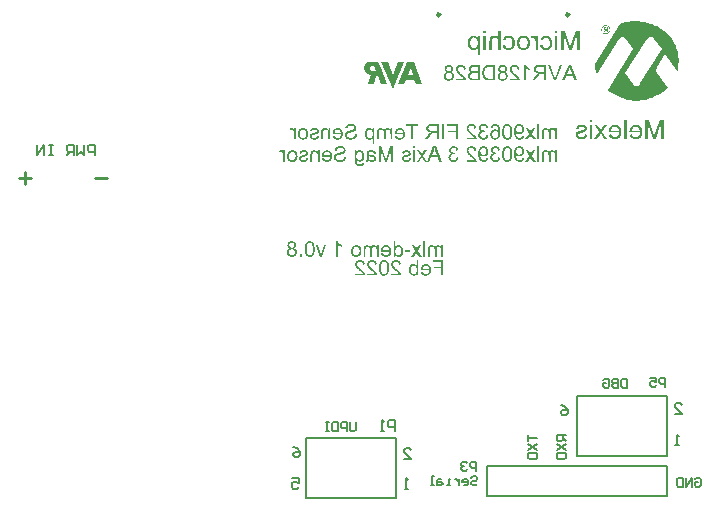
<source format=gbo>
G04*
G04 #@! TF.GenerationSoftware,Altium Limited,Altium Designer,20.1.8 (145)*
G04*
G04 Layer_Color=8454143*
%FSLAX25Y25*%
%MOIN*%
G70*
G04*
G04 #@! TF.SameCoordinates,6F670A74-5D77-4B1B-A970-1CA094F5BC2F*
G04*
G04*
G04 #@! TF.FilePolarity,Positive*
G04*
G01*
G75*
%ADD11C,0.00787*%
%ADD12C,0.01000*%
%ADD16C,0.00700*%
G36*
X179372Y190362D02*
X179454Y190244D01*
X179550Y190125D01*
X179639Y190022D01*
X179727Y189933D01*
X179794Y189859D01*
X179824Y189837D01*
X179846Y189814D01*
X179853Y189807D01*
X179861Y189799D01*
X180016Y189674D01*
X180171Y189555D01*
X180319Y189452D01*
X180467Y189370D01*
X180593Y189296D01*
X180645Y189267D01*
X180689Y189245D01*
X180726Y189222D01*
X180756Y189215D01*
X180771Y189200D01*
X180778D01*
Y188593D01*
X180667Y188638D01*
X180556Y188690D01*
X180445Y188741D01*
X180342Y188793D01*
X180253Y188838D01*
X180179Y188874D01*
X180134Y188904D01*
X180127Y188912D01*
X180120D01*
X179986Y188993D01*
X179868Y189074D01*
X179764Y189148D01*
X179683Y189215D01*
X179609Y189267D01*
X179565Y189311D01*
X179528Y189341D01*
X179520Y189348D01*
Y185345D01*
X178891D01*
Y190488D01*
X179298D01*
X179372Y190362D01*
D02*
G37*
G36*
X212953Y189134D02*
X213079Y189111D01*
X213190Y189089D01*
X213286Y189060D01*
X213368Y189023D01*
X213427Y189000D01*
X213464Y188978D01*
X213479Y188971D01*
X213582Y188904D01*
X213671Y188830D01*
X213753Y188756D01*
X213819Y188682D01*
X213871Y188623D01*
X213915Y188571D01*
X213938Y188542D01*
X213945Y188527D01*
Y189060D01*
X214507D01*
Y185345D01*
X213878D01*
Y187269D01*
X213871Y187446D01*
X213864Y187602D01*
X213849Y187735D01*
X213827Y187846D01*
X213804Y187927D01*
X213790Y187987D01*
X213782Y188024D01*
X213775Y188038D01*
X213730Y188135D01*
X213679Y188216D01*
X213627Y188290D01*
X213575Y188349D01*
X213523Y188394D01*
X213486Y188423D01*
X213457Y188445D01*
X213449Y188453D01*
X213360Y188497D01*
X213279Y188534D01*
X213190Y188556D01*
X213116Y188579D01*
X213057Y188586D01*
X213005Y188593D01*
X212961D01*
X212835Y188586D01*
X212731Y188564D01*
X212643Y188527D01*
X212576Y188490D01*
X212524Y188445D01*
X212487Y188416D01*
X212465Y188386D01*
X212458Y188379D01*
X212406Y188290D01*
X212369Y188194D01*
X212339Y188090D01*
X212324Y187987D01*
X212310Y187898D01*
X212302Y187816D01*
Y187787D01*
Y187772D01*
Y187757D01*
Y187750D01*
Y185345D01*
X211673D01*
Y187498D01*
X211658Y187698D01*
X211629Y187868D01*
X211592Y188009D01*
X211540Y188127D01*
X211496Y188216D01*
X211451Y188275D01*
X211422Y188312D01*
X211414Y188327D01*
X211311Y188416D01*
X211200Y188482D01*
X211089Y188527D01*
X210985Y188564D01*
X210896Y188579D01*
X210822Y188586D01*
X210793Y188593D01*
X210756D01*
X210674Y188586D01*
X210608Y188579D01*
X210541Y188564D01*
X210489Y188542D01*
X210437Y188519D01*
X210408Y188505D01*
X210386Y188497D01*
X210378Y188490D01*
X210319Y188445D01*
X210275Y188401D01*
X210238Y188357D01*
X210208Y188312D01*
X210186Y188275D01*
X210171Y188246D01*
X210156Y188223D01*
Y188216D01*
X210134Y188149D01*
X210119Y188061D01*
X210112Y187972D01*
X210104Y187883D01*
X210097Y187802D01*
Y187735D01*
Y187691D01*
Y187683D01*
Y187676D01*
Y185345D01*
X209468D01*
Y187890D01*
Y188009D01*
X209483Y188112D01*
X209498Y188216D01*
X209512Y188305D01*
X209535Y188394D01*
X209564Y188468D01*
X209586Y188534D01*
X209616Y188601D01*
X209646Y188653D01*
X209668Y188704D01*
X209720Y188771D01*
X209749Y188815D01*
X209764Y188830D01*
X209882Y188934D01*
X210023Y189008D01*
X210164Y189067D01*
X210297Y189104D01*
X210423Y189126D01*
X210474Y189134D01*
X210526D01*
X210563Y189141D01*
X210615D01*
X210748Y189134D01*
X210867Y189111D01*
X210985Y189082D01*
X211096Y189037D01*
X211200Y188986D01*
X211296Y188934D01*
X211377Y188875D01*
X211459Y188815D01*
X211533Y188749D01*
X211592Y188690D01*
X211644Y188638D01*
X211688Y188586D01*
X211725Y188542D01*
X211747Y188512D01*
X211762Y188490D01*
X211769Y188482D01*
X211814Y188593D01*
X211873Y188690D01*
X211940Y188771D01*
X211999Y188838D01*
X212058Y188897D01*
X212102Y188934D01*
X212132Y188956D01*
X212147Y188963D01*
X212250Y189023D01*
X212361Y189067D01*
X212472Y189097D01*
X212583Y189119D01*
X212672Y189134D01*
X212754Y189141D01*
X212820D01*
X212953Y189134D01*
D02*
G37*
G36*
X191471D02*
X191597Y189111D01*
X191708Y189089D01*
X191804Y189060D01*
X191886Y189023D01*
X191945Y189000D01*
X191982Y188978D01*
X191997Y188971D01*
X192100Y188904D01*
X192189Y188830D01*
X192270Y188756D01*
X192337Y188682D01*
X192389Y188623D01*
X192433Y188571D01*
X192455Y188542D01*
X192463Y188527D01*
Y189060D01*
X193025D01*
Y185345D01*
X192396D01*
Y187269D01*
X192389Y187446D01*
X192381Y187602D01*
X192367Y187735D01*
X192344Y187846D01*
X192322Y187927D01*
X192307Y187987D01*
X192300Y188024D01*
X192293Y188038D01*
X192248Y188135D01*
X192196Y188216D01*
X192145Y188290D01*
X192093Y188349D01*
X192041Y188394D01*
X192004Y188423D01*
X191974Y188445D01*
X191967Y188453D01*
X191878Y188497D01*
X191797Y188534D01*
X191708Y188556D01*
X191634Y188579D01*
X191575Y188586D01*
X191523Y188593D01*
X191479D01*
X191353Y188586D01*
X191249Y188564D01*
X191160Y188527D01*
X191094Y188490D01*
X191042Y188445D01*
X191005Y188416D01*
X190983Y188386D01*
X190975Y188379D01*
X190924Y188290D01*
X190887Y188194D01*
X190857Y188090D01*
X190842Y187987D01*
X190827Y187898D01*
X190820Y187816D01*
Y187787D01*
Y187772D01*
Y187757D01*
Y187750D01*
Y185345D01*
X190191D01*
Y187498D01*
X190176Y187698D01*
X190147Y187868D01*
X190110Y188009D01*
X190058Y188127D01*
X190013Y188216D01*
X189969Y188275D01*
X189939Y188312D01*
X189932Y188327D01*
X189828Y188416D01*
X189717Y188482D01*
X189606Y188527D01*
X189503Y188564D01*
X189414Y188579D01*
X189340Y188586D01*
X189310Y188593D01*
X189273D01*
X189192Y188586D01*
X189125Y188579D01*
X189059Y188564D01*
X189007Y188542D01*
X188955Y188519D01*
X188926Y188505D01*
X188903Y188497D01*
X188896Y188490D01*
X188837Y188445D01*
X188792Y188401D01*
X188755Y188357D01*
X188726Y188312D01*
X188704Y188275D01*
X188689Y188246D01*
X188674Y188223D01*
Y188216D01*
X188652Y188149D01*
X188637Y188061D01*
X188630Y187972D01*
X188622Y187883D01*
X188615Y187802D01*
Y187735D01*
Y187691D01*
Y187683D01*
Y187676D01*
Y185345D01*
X187986D01*
Y187890D01*
Y188009D01*
X188001Y188112D01*
X188015Y188216D01*
X188030Y188305D01*
X188052Y188394D01*
X188082Y188468D01*
X188104Y188534D01*
X188134Y188601D01*
X188163Y188653D01*
X188186Y188704D01*
X188237Y188771D01*
X188267Y188815D01*
X188282Y188830D01*
X188400Y188934D01*
X188541Y189008D01*
X188681Y189067D01*
X188815Y189104D01*
X188940Y189126D01*
X188992Y189134D01*
X189044D01*
X189081Y189141D01*
X189133D01*
X189266Y189134D01*
X189384Y189111D01*
X189503Y189082D01*
X189614Y189037D01*
X189717Y188986D01*
X189814Y188934D01*
X189895Y188875D01*
X189976Y188815D01*
X190050Y188749D01*
X190110Y188690D01*
X190161Y188638D01*
X190206Y188586D01*
X190243Y188542D01*
X190265Y188512D01*
X190280Y188490D01*
X190287Y188482D01*
X190332Y188593D01*
X190391Y188690D01*
X190457Y188771D01*
X190517Y188838D01*
X190576Y188897D01*
X190620Y188934D01*
X190650Y188956D01*
X190665Y188963D01*
X190768Y189023D01*
X190879Y189067D01*
X190990Y189097D01*
X191101Y189119D01*
X191190Y189134D01*
X191271Y189141D01*
X191338D01*
X191471Y189134D01*
D02*
G37*
G36*
X206020Y187269D02*
X207374Y185345D01*
X206612D01*
X205613Y186766D01*
X205435Y186492D01*
X204665Y185345D01*
X203896D01*
X205250Y187269D01*
X203985Y189060D01*
X204747D01*
X205376Y188179D01*
X205472Y188038D01*
X205516Y187972D01*
X205561Y187905D01*
X205598Y187853D01*
X205627Y187809D01*
X205650Y187779D01*
X205657Y187772D01*
X205694Y187839D01*
X205738Y187905D01*
X205783Y187972D01*
X205820Y188038D01*
X205857Y188090D01*
X205886Y188142D01*
X205909Y188172D01*
X205916Y188179D01*
X206501Y189060D01*
X207270D01*
X206020Y187269D01*
D02*
G37*
G36*
X203615Y186884D02*
X201668D01*
Y187513D01*
X203615D01*
Y186884D01*
D02*
G37*
G36*
X174103Y185345D02*
X173504D01*
X172091Y189059D01*
X172742D01*
X173563Y186788D01*
X173615Y186640D01*
X173667Y186506D01*
X173704Y186381D01*
X173741Y186284D01*
X173763Y186196D01*
X173785Y186137D01*
X173793Y186100D01*
X173800Y186085D01*
X173844Y186225D01*
X173881Y186366D01*
X173926Y186492D01*
X173963Y186603D01*
X173992Y186699D01*
X174015Y186773D01*
X174022Y186795D01*
X174029Y186817D01*
X174037Y186825D01*
Y186832D01*
X174836Y189059D01*
X175502D01*
X174103Y185345D01*
D02*
G37*
G36*
X195623Y189134D02*
X195756Y189119D01*
X195882Y189097D01*
X196000Y189060D01*
X196111Y189023D01*
X196215Y188978D01*
X196311Y188934D01*
X196392Y188882D01*
X196474Y188838D01*
X196540Y188786D01*
X196599Y188741D01*
X196644Y188704D01*
X196681Y188667D01*
X196710Y188645D01*
X196725Y188630D01*
X196733Y188623D01*
X196814Y188519D01*
X196888Y188408D01*
X196955Y188297D01*
X197014Y188179D01*
X197058Y188053D01*
X197095Y187935D01*
X197154Y187698D01*
X197177Y187594D01*
X197191Y187491D01*
X197199Y187402D01*
X197206Y187321D01*
X197214Y187254D01*
Y187210D01*
Y187173D01*
Y187165D01*
X197206Y187002D01*
X197191Y186847D01*
X197169Y186699D01*
X197140Y186566D01*
X197103Y186440D01*
X197066Y186322D01*
X197021Y186218D01*
X196977Y186122D01*
X196932Y186040D01*
X196888Y185966D01*
X196851Y185907D01*
X196814Y185855D01*
X196784Y185811D01*
X196762Y185781D01*
X196747Y185767D01*
X196740Y185759D01*
X196644Y185670D01*
X196548Y185596D01*
X196444Y185530D01*
X196333Y185471D01*
X196229Y185426D01*
X196118Y185382D01*
X195911Y185323D01*
X195815Y185308D01*
X195726Y185293D01*
X195645Y185278D01*
X195578Y185271D01*
X195526Y185263D01*
X195445D01*
X195216Y185278D01*
X195008Y185315D01*
X194823Y185360D01*
X194749Y185389D01*
X194675Y185419D01*
X194609Y185448D01*
X194550Y185478D01*
X194505Y185500D01*
X194461Y185522D01*
X194431Y185545D01*
X194409Y185559D01*
X194394Y185574D01*
X194387D01*
X194239Y185707D01*
X194120Y185848D01*
X194017Y185996D01*
X193943Y186137D01*
X193884Y186262D01*
X193861Y186322D01*
X193839Y186366D01*
X193824Y186410D01*
X193817Y186440D01*
X193810Y186455D01*
Y186462D01*
X194461Y186544D01*
X194520Y186403D01*
X194587Y186285D01*
X194653Y186181D01*
X194712Y186100D01*
X194764Y186040D01*
X194809Y185996D01*
X194846Y185966D01*
X194853Y185959D01*
X194949Y185900D01*
X195045Y185855D01*
X195149Y185826D01*
X195238Y185804D01*
X195319Y185789D01*
X195386Y185781D01*
X195445D01*
X195534Y185789D01*
X195615Y185796D01*
X195763Y185833D01*
X195896Y185885D01*
X196015Y185944D01*
X196104Y185996D01*
X196170Y186048D01*
X196215Y186085D01*
X196222Y186100D01*
X196229D01*
X196333Y186233D01*
X196414Y186381D01*
X196474Y186544D01*
X196518Y186692D01*
X196540Y186825D01*
X196555Y186884D01*
X196562Y186936D01*
Y186980D01*
X196570Y187010D01*
Y187032D01*
Y187039D01*
X193795D01*
X193787Y187113D01*
Y187165D01*
Y187195D01*
Y187202D01*
X193795Y187372D01*
X193810Y187528D01*
X193832Y187676D01*
X193861Y187816D01*
X193898Y187942D01*
X193935Y188061D01*
X193980Y188164D01*
X194024Y188260D01*
X194069Y188349D01*
X194113Y188423D01*
X194150Y188482D01*
X194187Y188534D01*
X194217Y188579D01*
X194239Y188608D01*
X194254Y188623D01*
X194261Y188630D01*
X194350Y188719D01*
X194446Y188801D01*
X194550Y188867D01*
X194653Y188926D01*
X194757Y188978D01*
X194853Y189015D01*
X194957Y189052D01*
X195045Y189074D01*
X195142Y189097D01*
X195223Y189111D01*
X195297Y189126D01*
X195356Y189134D01*
X195408Y189141D01*
X195482D01*
X195623Y189134D01*
D02*
G37*
G36*
X208550Y185345D02*
X207921D01*
Y190466D01*
X208550D01*
Y185345D01*
D02*
G37*
G36*
X167369Y185345D02*
X166652D01*
Y186063D01*
X167369D01*
Y185345D01*
D02*
G37*
G36*
X198627Y188630D02*
X198694Y188712D01*
X198768Y188778D01*
X198834Y188845D01*
X198908Y188897D01*
X198967Y188934D01*
X199012Y188971D01*
X199041Y188986D01*
X199056Y188993D01*
X199152Y189045D01*
X199256Y189082D01*
X199360Y189104D01*
X199456Y189126D01*
X199537Y189134D01*
X199596Y189141D01*
X199656D01*
X199818Y189134D01*
X199974Y189104D01*
X200114Y189067D01*
X200233Y189023D01*
X200336Y188971D01*
X200410Y188934D01*
X200440Y188919D01*
X200462Y188904D01*
X200470Y188897D01*
X200477D01*
X200610Y188801D01*
X200721Y188682D01*
X200817Y188571D01*
X200891Y188460D01*
X200951Y188357D01*
X200995Y188275D01*
X201010Y188246D01*
X201025Y188223D01*
X201032Y188209D01*
Y188201D01*
X201091Y188031D01*
X201136Y187853D01*
X201173Y187683D01*
X201195Y187528D01*
X201210Y187395D01*
Y187335D01*
X201217Y187291D01*
Y187247D01*
Y187217D01*
Y187202D01*
Y187195D01*
X201210Y186988D01*
X201187Y186795D01*
X201150Y186625D01*
X201113Y186477D01*
X201099Y186410D01*
X201084Y186359D01*
X201062Y186307D01*
X201047Y186262D01*
X201032Y186233D01*
X201025Y186211D01*
X201017Y186196D01*
Y186188D01*
X200936Y186033D01*
X200840Y185900D01*
X200743Y185781D01*
X200647Y185685D01*
X200566Y185611D01*
X200499Y185552D01*
X200455Y185522D01*
X200447Y185508D01*
X200440D01*
X200299Y185426D01*
X200159Y185367D01*
X200018Y185323D01*
X199892Y185293D01*
X199789Y185278D01*
X199700Y185271D01*
X199670Y185263D01*
X199626D01*
X199500Y185271D01*
X199382Y185286D01*
X199271Y185315D01*
X199175Y185352D01*
X199078Y185389D01*
X198990Y185434D01*
X198916Y185485D01*
X198849Y185537D01*
X198782Y185589D01*
X198731Y185641D01*
X198686Y185685D01*
X198649Y185722D01*
X198620Y185759D01*
X198597Y185789D01*
X198590Y185804D01*
X198583Y185811D01*
Y185345D01*
X197998D01*
Y190466D01*
X198627D01*
Y188630D01*
D02*
G37*
G36*
X185677Y189134D02*
X185795Y189126D01*
X186025Y189074D01*
X186225Y189008D01*
X186313Y188971D01*
X186395Y188934D01*
X186469Y188897D01*
X186528Y188860D01*
X186587Y188823D01*
X186632Y188793D01*
X186669Y188764D01*
X186698Y188741D01*
X186713Y188734D01*
X186720Y188727D01*
X186824Y188630D01*
X186905Y188519D01*
X186987Y188401D01*
X187046Y188283D01*
X187105Y188157D01*
X187150Y188024D01*
X187187Y187898D01*
X187216Y187779D01*
X187246Y187661D01*
X187261Y187557D01*
X187275Y187454D01*
X187283Y187372D01*
Y187298D01*
X187290Y187247D01*
Y187217D01*
Y187202D01*
X187283Y187032D01*
X187268Y186869D01*
X187246Y186721D01*
X187216Y186581D01*
X187179Y186455D01*
X187142Y186336D01*
X187098Y186225D01*
X187053Y186129D01*
X187009Y186040D01*
X186965Y185966D01*
X186928Y185907D01*
X186891Y185855D01*
X186861Y185811D01*
X186839Y185781D01*
X186824Y185767D01*
X186817Y185759D01*
X186720Y185670D01*
X186624Y185596D01*
X186521Y185530D01*
X186417Y185471D01*
X186313Y185426D01*
X186202Y185382D01*
X186003Y185323D01*
X185914Y185308D01*
X185825Y185293D01*
X185751Y185278D01*
X185684Y185271D01*
X185625Y185263D01*
X185551D01*
X185374Y185271D01*
X185211Y185300D01*
X185055Y185337D01*
X184930Y185374D01*
X184819Y185419D01*
X184774Y185433D01*
X184737Y185448D01*
X184700Y185463D01*
X184678Y185478D01*
X184671Y185485D01*
X184663D01*
X184515Y185582D01*
X184389Y185685D01*
X184278Y185789D01*
X184190Y185892D01*
X184123Y185981D01*
X184071Y186055D01*
X184056Y186085D01*
X184042Y186107D01*
X184034Y186114D01*
Y186122D01*
X183960Y186292D01*
X183908Y186477D01*
X183864Y186662D01*
X183842Y186847D01*
X183827Y186928D01*
Y187002D01*
X183820Y187076D01*
X183812Y187136D01*
Y187187D01*
Y187224D01*
Y187247D01*
Y187254D01*
X183820Y187417D01*
X183834Y187565D01*
X183857Y187705D01*
X183886Y187839D01*
X183923Y187964D01*
X183968Y188075D01*
X184012Y188186D01*
X184056Y188275D01*
X184101Y188356D01*
X184145Y188431D01*
X184190Y188497D01*
X184227Y188549D01*
X184256Y188586D01*
X184278Y188616D01*
X184293Y188630D01*
X184301Y188638D01*
X184397Y188726D01*
X184493Y188801D01*
X184597Y188874D01*
X184700Y188926D01*
X184804Y188978D01*
X184907Y189015D01*
X185107Y189082D01*
X185203Y189097D01*
X185285Y189111D01*
X185359Y189126D01*
X185425Y189134D01*
X185477Y189141D01*
X185551D01*
X185677Y189134D01*
D02*
G37*
G36*
X170233Y190473D02*
X170418Y190443D01*
X170574Y190392D01*
X170707Y190340D01*
X170818Y190280D01*
X170862Y190258D01*
X170899Y190229D01*
X170929Y190214D01*
X170951Y190199D01*
X170958Y190184D01*
X170966D01*
X171099Y190066D01*
X171210Y189925D01*
X171306Y189785D01*
X171380Y189652D01*
X171439Y189526D01*
X171469Y189474D01*
X171484Y189422D01*
X171499Y189385D01*
X171513Y189356D01*
X171521Y189341D01*
Y189333D01*
X171550Y189222D01*
X171580Y189111D01*
X171624Y188867D01*
X171661Y188623D01*
X171684Y188394D01*
X171691Y188283D01*
X171698Y188186D01*
Y188098D01*
X171706Y188016D01*
Y187957D01*
Y187905D01*
Y187875D01*
Y187868D01*
X171698Y187609D01*
X171684Y187365D01*
X171661Y187143D01*
X171624Y186936D01*
X171587Y186743D01*
X171543Y186573D01*
X171499Y186418D01*
X171454Y186284D01*
X171410Y186166D01*
X171358Y186063D01*
X171321Y185974D01*
X171284Y185907D01*
X171247Y185848D01*
X171225Y185811D01*
X171210Y185789D01*
X171203Y185781D01*
X171121Y185693D01*
X171032Y185611D01*
X170936Y185537D01*
X170840Y185478D01*
X170744Y185426D01*
X170648Y185382D01*
X170551Y185352D01*
X170463Y185323D01*
X170374Y185300D01*
X170292Y185285D01*
X170218Y185271D01*
X170159Y185263D01*
X170107Y185256D01*
X170033D01*
X169834Y185271D01*
X169649Y185300D01*
X169493Y185352D01*
X169360Y185404D01*
X169249Y185456D01*
X169212Y185485D01*
X169175Y185508D01*
X169145Y185522D01*
X169123Y185537D01*
X169116Y185552D01*
X169108D01*
X168975Y185678D01*
X168864Y185811D01*
X168768Y185959D01*
X168694Y186092D01*
X168635Y186218D01*
X168605Y186270D01*
X168590Y186322D01*
X168576Y186358D01*
X168561Y186388D01*
X168553Y186403D01*
Y186410D01*
X168516Y186521D01*
X168487Y186632D01*
X168442Y186869D01*
X168405Y187113D01*
X168383Y187350D01*
X168376Y187454D01*
X168368Y187550D01*
Y187639D01*
X168361Y187720D01*
Y187779D01*
Y187831D01*
Y187861D01*
Y187868D01*
Y188009D01*
X168368Y188142D01*
Y188260D01*
X168376Y188379D01*
X168391Y188482D01*
X168398Y188586D01*
X168405Y188675D01*
X168420Y188756D01*
X168428Y188830D01*
X168442Y188897D01*
X168450Y188949D01*
X168457Y188993D01*
X168465Y189030D01*
X168472Y189052D01*
X168479Y189067D01*
Y189074D01*
X168524Y189237D01*
X168576Y189385D01*
X168635Y189511D01*
X168679Y189622D01*
X168731Y189718D01*
X168761Y189785D01*
X168790Y189822D01*
X168798Y189837D01*
X168879Y189948D01*
X168960Y190044D01*
X169049Y190125D01*
X169131Y190199D01*
X169205Y190251D01*
X169264Y190288D01*
X169301Y190310D01*
X169308Y190318D01*
X169316D01*
X169434Y190377D01*
X169560Y190414D01*
X169678Y190443D01*
X169789Y190466D01*
X169885Y190480D01*
X169967Y190488D01*
X170033D01*
X170233Y190473D01*
D02*
G37*
G36*
X164187Y190480D02*
X164306Y190473D01*
X164513Y190428D01*
X164609Y190399D01*
X164698Y190369D01*
X164779Y190332D01*
X164853Y190295D01*
X164913Y190258D01*
X164972Y190221D01*
X165024Y190192D01*
X165061Y190162D01*
X165090Y190140D01*
X165112Y190118D01*
X165127Y190110D01*
X165135Y190103D01*
X165201Y190029D01*
X165268Y189955D01*
X165320Y189874D01*
X165364Y189792D01*
X165438Y189637D01*
X165482Y189489D01*
X165512Y189363D01*
X165519Y189304D01*
X165527Y189259D01*
X165534Y189215D01*
Y189185D01*
Y189171D01*
Y189163D01*
X165527Y189030D01*
X165505Y188904D01*
X165475Y188793D01*
X165438Y188697D01*
X165408Y188623D01*
X165379Y188564D01*
X165357Y188534D01*
X165349Y188519D01*
X165268Y188431D01*
X165179Y188349D01*
X165083Y188275D01*
X164987Y188216D01*
X164898Y188172D01*
X164831Y188142D01*
X164802Y188127D01*
X164779Y188120D01*
X164772Y188112D01*
X164765D01*
X164935Y188060D01*
X165075Y187994D01*
X165201Y187913D01*
X165305Y187839D01*
X165386Y187765D01*
X165445Y187705D01*
X165475Y187668D01*
X165490Y187661D01*
Y187654D01*
X165571Y187520D01*
X165638Y187380D01*
X165682Y187247D01*
X165712Y187113D01*
X165727Y186995D01*
X165734Y186943D01*
Y186899D01*
X165741Y186869D01*
Y186840D01*
Y186825D01*
Y186817D01*
X165734Y186699D01*
X165719Y186581D01*
X165697Y186470D01*
X165667Y186358D01*
X165593Y186174D01*
X165556Y186085D01*
X165512Y186011D01*
X165468Y185937D01*
X165431Y185878D01*
X165386Y185826D01*
X165357Y185781D01*
X165327Y185744D01*
X165305Y185722D01*
X165290Y185707D01*
X165283Y185700D01*
X165194Y185619D01*
X165098Y185552D01*
X164994Y185493D01*
X164890Y185441D01*
X164794Y185404D01*
X164691Y185367D01*
X164491Y185315D01*
X164402Y185293D01*
X164321Y185278D01*
X164247Y185271D01*
X164180Y185263D01*
X164128Y185256D01*
X164054D01*
X163914Y185263D01*
X163788Y185278D01*
X163662Y185300D01*
X163544Y185323D01*
X163440Y185360D01*
X163336Y185397D01*
X163240Y185433D01*
X163159Y185478D01*
X163085Y185522D01*
X163018Y185559D01*
X162966Y185596D01*
X162915Y185633D01*
X162878Y185655D01*
X162855Y185678D01*
X162841Y185693D01*
X162833Y185700D01*
X162752Y185789D01*
X162678Y185878D01*
X162619Y185966D01*
X162567Y186063D01*
X162515Y186151D01*
X162478Y186248D01*
X162426Y186418D01*
X162404Y186499D01*
X162389Y186573D01*
X162382Y186640D01*
X162374Y186692D01*
X162367Y186736D01*
Y186773D01*
Y186795D01*
Y186802D01*
X162374Y186973D01*
X162404Y187128D01*
X162448Y187269D01*
X162493Y187387D01*
X162537Y187483D01*
X162582Y187557D01*
X162611Y187602D01*
X162619Y187609D01*
Y187617D01*
X162722Y187735D01*
X162833Y187839D01*
X162952Y187920D01*
X163063Y187994D01*
X163166Y188046D01*
X163255Y188083D01*
X163285Y188098D01*
X163307Y188105D01*
X163322Y188112D01*
X163329D01*
X163196Y188172D01*
X163085Y188238D01*
X162989Y188305D01*
X162907Y188371D01*
X162848Y188431D01*
X162804Y188475D01*
X162774Y188505D01*
X162767Y188519D01*
X162700Y188623D01*
X162656Y188726D01*
X162619Y188830D01*
X162596Y188934D01*
X162582Y189015D01*
X162574Y189082D01*
Y189126D01*
Y189134D01*
Y189141D01*
X162582Y189245D01*
X162589Y189341D01*
X162641Y189526D01*
X162707Y189689D01*
X162781Y189829D01*
X162855Y189940D01*
X162892Y189985D01*
X162922Y190029D01*
X162952Y190059D01*
X162974Y190081D01*
X162981Y190088D01*
X162989Y190096D01*
X163070Y190162D01*
X163151Y190229D01*
X163240Y190280D01*
X163329Y190325D01*
X163507Y190392D01*
X163684Y190436D01*
X163758Y190458D01*
X163832Y190466D01*
X163899Y190473D01*
X163958Y190480D01*
X164002Y190488D01*
X164069D01*
X164187Y190480D01*
D02*
G37*
G36*
X198901Y184224D02*
X199027Y184217D01*
X199145Y184195D01*
X199256Y184173D01*
X199360Y184143D01*
X199456Y184113D01*
X199545Y184076D01*
X199626Y184039D01*
X199700Y184002D01*
X199759Y183965D01*
X199811Y183936D01*
X199855Y183906D01*
X199892Y183884D01*
X199915Y183862D01*
X199929Y183854D01*
X199937Y183847D01*
X200011Y183773D01*
X200077Y183692D01*
X200144Y183603D01*
X200196Y183514D01*
X200285Y183336D01*
X200344Y183159D01*
X200366Y183077D01*
X200388Y182996D01*
X200403Y182929D01*
X200418Y182870D01*
X200425Y182818D01*
Y182781D01*
X200433Y182759D01*
Y182752D01*
X199789Y182685D01*
X199774Y182855D01*
X199744Y183003D01*
X199700Y183137D01*
X199648Y183240D01*
X199604Y183329D01*
X199559Y183388D01*
X199530Y183425D01*
X199515Y183440D01*
X199404Y183529D01*
X199286Y183595D01*
X199160Y183647D01*
X199049Y183677D01*
X198945Y183699D01*
X198856Y183706D01*
X198827Y183714D01*
X198782D01*
X198627Y183706D01*
X198486Y183677D01*
X198368Y183632D01*
X198264Y183588D01*
X198183Y183536D01*
X198131Y183499D01*
X198094Y183470D01*
X198079Y183455D01*
X197991Y183351D01*
X197924Y183248D01*
X197872Y183144D01*
X197843Y183040D01*
X197820Y182959D01*
X197813Y182885D01*
X197806Y182841D01*
Y182833D01*
Y182826D01*
X197820Y182693D01*
X197850Y182552D01*
X197902Y182426D01*
X197954Y182308D01*
X198013Y182212D01*
X198065Y182130D01*
X198079Y182101D01*
X198094Y182078D01*
X198109Y182071D01*
Y182064D01*
X198168Y181982D01*
X198242Y181901D01*
X198324Y181812D01*
X198412Y181723D01*
X198597Y181546D01*
X198782Y181368D01*
X198879Y181287D01*
X198960Y181213D01*
X199041Y181146D01*
X199108Y181087D01*
X199160Y181042D01*
X199204Y181005D01*
X199234Y180983D01*
X199241Y180976D01*
X199426Y180820D01*
X199596Y180672D01*
X199737Y180539D01*
X199848Y180428D01*
X199944Y180332D01*
X200011Y180265D01*
X200048Y180221D01*
X200063Y180214D01*
Y180206D01*
X200166Y180080D01*
X200248Y179962D01*
X200322Y179844D01*
X200381Y179740D01*
X200425Y179651D01*
X200455Y179585D01*
X200470Y179540D01*
X200477Y179533D01*
Y179525D01*
X200507Y179444D01*
X200521Y179370D01*
X200536Y179296D01*
X200544Y179229D01*
X200551Y179170D01*
Y179126D01*
Y179096D01*
Y179089D01*
X197154D01*
Y179696D01*
X199678D01*
X199589Y179821D01*
X199545Y179873D01*
X199508Y179925D01*
X199471Y179969D01*
X199441Y179999D01*
X199419Y180021D01*
X199411Y180029D01*
X199374Y180066D01*
X199330Y180103D01*
X199226Y180199D01*
X199108Y180310D01*
X198982Y180421D01*
X198864Y180517D01*
X198812Y180561D01*
X198768Y180606D01*
X198731Y180635D01*
X198701Y180658D01*
X198686Y180672D01*
X198679Y180680D01*
X198560Y180783D01*
X198442Y180880D01*
X198338Y180976D01*
X198242Y181057D01*
X198153Y181139D01*
X198079Y181213D01*
X198005Y181279D01*
X197946Y181338D01*
X197887Y181398D01*
X197843Y181442D01*
X197806Y181479D01*
X197769Y181516D01*
X197732Y181560D01*
X197717Y181575D01*
X197613Y181701D01*
X197524Y181812D01*
X197450Y181923D01*
X197391Y182012D01*
X197347Y182093D01*
X197317Y182152D01*
X197302Y182189D01*
X197295Y182204D01*
X197251Y182315D01*
X197221Y182426D01*
X197191Y182530D01*
X197177Y182619D01*
X197169Y182700D01*
X197162Y182759D01*
Y182796D01*
Y182811D01*
X197169Y182922D01*
X197184Y183026D01*
X197199Y183129D01*
X197228Y183218D01*
X197302Y183396D01*
X197376Y183536D01*
X197421Y183603D01*
X197458Y183655D01*
X197495Y183706D01*
X197532Y183743D01*
X197561Y183773D01*
X197576Y183803D01*
X197591Y183810D01*
X197598Y183817D01*
X197680Y183891D01*
X197769Y183958D01*
X197865Y184010D01*
X197961Y184054D01*
X198153Y184128D01*
X198346Y184180D01*
X198427Y184195D01*
X198509Y184210D01*
X198583Y184217D01*
X198642Y184224D01*
X198694Y184232D01*
X198768D01*
X198901Y184224D01*
D02*
G37*
G36*
X190938D02*
X191064Y184217D01*
X191183Y184195D01*
X191294Y184173D01*
X191397Y184143D01*
X191493Y184113D01*
X191582Y184076D01*
X191664Y184039D01*
X191738Y184002D01*
X191797Y183965D01*
X191849Y183936D01*
X191893Y183906D01*
X191930Y183884D01*
X191952Y183862D01*
X191967Y183854D01*
X191974Y183847D01*
X192048Y183773D01*
X192115Y183692D01*
X192182Y183603D01*
X192233Y183514D01*
X192322Y183336D01*
X192381Y183159D01*
X192404Y183077D01*
X192426Y182996D01*
X192441Y182929D01*
X192455Y182870D01*
X192463Y182818D01*
Y182781D01*
X192470Y182759D01*
Y182752D01*
X191826Y182685D01*
X191812Y182855D01*
X191782Y183003D01*
X191738Y183137D01*
X191686Y183240D01*
X191641Y183329D01*
X191597Y183388D01*
X191567Y183425D01*
X191553Y183440D01*
X191442Y183529D01*
X191323Y183595D01*
X191197Y183647D01*
X191086Y183677D01*
X190983Y183699D01*
X190894Y183706D01*
X190864Y183714D01*
X190820D01*
X190665Y183706D01*
X190524Y183677D01*
X190406Y183632D01*
X190302Y183588D01*
X190221Y183536D01*
X190169Y183499D01*
X190132Y183470D01*
X190117Y183455D01*
X190028Y183351D01*
X189962Y183248D01*
X189910Y183144D01*
X189880Y183040D01*
X189858Y182959D01*
X189851Y182885D01*
X189843Y182841D01*
Y182833D01*
Y182826D01*
X189858Y182693D01*
X189888Y182552D01*
X189939Y182426D01*
X189991Y182308D01*
X190050Y182212D01*
X190102Y182130D01*
X190117Y182101D01*
X190132Y182078D01*
X190147Y182071D01*
Y182064D01*
X190206Y181982D01*
X190280Y181901D01*
X190361Y181812D01*
X190450Y181723D01*
X190635Y181546D01*
X190820Y181368D01*
X190916Y181287D01*
X190998Y181213D01*
X191079Y181146D01*
X191146Y181087D01*
X191197Y181042D01*
X191242Y181005D01*
X191271Y180983D01*
X191279Y180976D01*
X191464Y180820D01*
X191634Y180672D01*
X191775Y180539D01*
X191886Y180428D01*
X191982Y180332D01*
X192048Y180265D01*
X192085Y180221D01*
X192100Y180214D01*
Y180206D01*
X192204Y180080D01*
X192285Y179962D01*
X192359Y179844D01*
X192418Y179740D01*
X192463Y179651D01*
X192492Y179585D01*
X192507Y179540D01*
X192515Y179533D01*
Y179525D01*
X192544Y179444D01*
X192559Y179370D01*
X192574Y179296D01*
X192581Y179229D01*
X192589Y179170D01*
Y179126D01*
Y179096D01*
Y179089D01*
X189192D01*
Y179696D01*
X191715D01*
X191627Y179821D01*
X191582Y179873D01*
X191545Y179925D01*
X191508Y179969D01*
X191479Y179999D01*
X191456Y180021D01*
X191449Y180029D01*
X191412Y180066D01*
X191368Y180103D01*
X191264Y180199D01*
X191146Y180310D01*
X191020Y180421D01*
X190901Y180517D01*
X190850Y180561D01*
X190805Y180606D01*
X190768Y180635D01*
X190739Y180658D01*
X190724Y180672D01*
X190716Y180680D01*
X190598Y180783D01*
X190480Y180880D01*
X190376Y180976D01*
X190280Y181057D01*
X190191Y181139D01*
X190117Y181213D01*
X190043Y181279D01*
X189984Y181338D01*
X189925Y181398D01*
X189880Y181442D01*
X189843Y181479D01*
X189806Y181516D01*
X189769Y181560D01*
X189754Y181575D01*
X189651Y181701D01*
X189562Y181812D01*
X189488Y181923D01*
X189429Y182012D01*
X189384Y182093D01*
X189355Y182152D01*
X189340Y182189D01*
X189333Y182204D01*
X189288Y182315D01*
X189259Y182426D01*
X189229Y182530D01*
X189214Y182619D01*
X189207Y182700D01*
X189199Y182759D01*
Y182796D01*
Y182811D01*
X189207Y182922D01*
X189222Y183026D01*
X189236Y183129D01*
X189266Y183218D01*
X189340Y183396D01*
X189414Y183536D01*
X189458Y183603D01*
X189495Y183655D01*
X189532Y183706D01*
X189569Y183743D01*
X189599Y183773D01*
X189614Y183803D01*
X189629Y183810D01*
X189636Y183817D01*
X189717Y183891D01*
X189806Y183958D01*
X189902Y184010D01*
X189999Y184054D01*
X190191Y184128D01*
X190383Y184180D01*
X190465Y184195D01*
X190546Y184210D01*
X190620Y184217D01*
X190679Y184224D01*
X190731Y184232D01*
X190805D01*
X190938Y184224D01*
D02*
G37*
G36*
X186957D02*
X187083Y184217D01*
X187201Y184195D01*
X187312Y184173D01*
X187416Y184143D01*
X187512Y184113D01*
X187601Y184076D01*
X187682Y184039D01*
X187756Y184002D01*
X187816Y183965D01*
X187867Y183936D01*
X187912Y183906D01*
X187949Y183884D01*
X187971Y183862D01*
X187986Y183854D01*
X187993Y183847D01*
X188067Y183773D01*
X188134Y183692D01*
X188200Y183603D01*
X188252Y183514D01*
X188341Y183336D01*
X188400Y183159D01*
X188422Y183077D01*
X188445Y182996D01*
X188459Y182929D01*
X188474Y182870D01*
X188482Y182818D01*
Y182781D01*
X188489Y182759D01*
Y182752D01*
X187845Y182685D01*
X187830Y182855D01*
X187801Y183003D01*
X187756Y183137D01*
X187705Y183240D01*
X187660Y183329D01*
X187616Y183388D01*
X187586Y183425D01*
X187571Y183440D01*
X187460Y183529D01*
X187342Y183595D01*
X187216Y183647D01*
X187105Y183677D01*
X187002Y183699D01*
X186913Y183706D01*
X186883Y183714D01*
X186839D01*
X186683Y183706D01*
X186543Y183677D01*
X186424Y183632D01*
X186321Y183588D01*
X186239Y183536D01*
X186188Y183499D01*
X186151Y183470D01*
X186136Y183455D01*
X186047Y183351D01*
X185980Y183248D01*
X185929Y183144D01*
X185899Y183040D01*
X185877Y182959D01*
X185869Y182885D01*
X185862Y182841D01*
Y182833D01*
Y182826D01*
X185877Y182693D01*
X185906Y182552D01*
X185958Y182426D01*
X186010Y182308D01*
X186069Y182212D01*
X186121Y182130D01*
X186136Y182101D01*
X186151Y182078D01*
X186165Y182071D01*
Y182064D01*
X186225Y181982D01*
X186299Y181901D01*
X186380Y181812D01*
X186469Y181723D01*
X186654Y181546D01*
X186839Y181368D01*
X186935Y181287D01*
X187016Y181213D01*
X187098Y181146D01*
X187164Y181087D01*
X187216Y181042D01*
X187261Y181005D01*
X187290Y180983D01*
X187298Y180976D01*
X187483Y180820D01*
X187653Y180672D01*
X187793Y180539D01*
X187904Y180428D01*
X188001Y180332D01*
X188067Y180265D01*
X188104Y180221D01*
X188119Y180214D01*
Y180206D01*
X188223Y180080D01*
X188304Y179962D01*
X188378Y179844D01*
X188437Y179740D01*
X188482Y179651D01*
X188511Y179585D01*
X188526Y179540D01*
X188533Y179533D01*
Y179525D01*
X188563Y179444D01*
X188578Y179370D01*
X188593Y179296D01*
X188600Y179229D01*
X188607Y179170D01*
Y179126D01*
Y179096D01*
Y179089D01*
X185211Y179089D01*
Y179696D01*
X187734Y179696D01*
X187645Y179821D01*
X187601Y179873D01*
X187564Y179925D01*
X187527Y179969D01*
X187497Y179999D01*
X187475Y180021D01*
X187468Y180029D01*
X187431Y180066D01*
X187386Y180103D01*
X187283Y180199D01*
X187164Y180310D01*
X187039Y180421D01*
X186920Y180517D01*
X186868Y180561D01*
X186824Y180606D01*
X186787Y180635D01*
X186757Y180658D01*
X186743Y180672D01*
X186735Y180680D01*
X186617Y180783D01*
X186498Y180880D01*
X186395Y180976D01*
X186299Y181057D01*
X186210Y181139D01*
X186136Y181213D01*
X186062Y181279D01*
X186003Y181338D01*
X185943Y181398D01*
X185899Y181442D01*
X185862Y181479D01*
X185825Y181516D01*
X185788Y181560D01*
X185773Y181575D01*
X185670Y181701D01*
X185581Y181812D01*
X185507Y181923D01*
X185448Y182012D01*
X185403Y182093D01*
X185374Y182152D01*
X185359Y182189D01*
X185351Y182204D01*
X185307Y182315D01*
X185277Y182426D01*
X185248Y182530D01*
X185233Y182619D01*
X185226Y182700D01*
X185218Y182759D01*
Y182796D01*
Y182811D01*
X185226Y182922D01*
X185240Y183026D01*
X185255Y183129D01*
X185285Y183218D01*
X185359Y183396D01*
X185433Y183536D01*
X185477Y183603D01*
X185514Y183655D01*
X185551Y183706D01*
X185588Y183743D01*
X185618Y183773D01*
X185633Y183803D01*
X185647Y183810D01*
X185655Y183817D01*
X185736Y183891D01*
X185825Y183958D01*
X185921Y184010D01*
X186017Y184054D01*
X186210Y184128D01*
X186402Y184180D01*
X186484Y184195D01*
X186565Y184210D01*
X186639Y184217D01*
X186698Y184224D01*
X186750Y184232D01*
X186824D01*
X186957Y184224D01*
D02*
G37*
G36*
X206271Y179089D02*
X205687D01*
Y179555D01*
X205613Y179459D01*
X205539Y179377D01*
X205457Y179303D01*
X205368Y179237D01*
X205287Y179185D01*
X205198Y179141D01*
X205117Y179104D01*
X205035Y179074D01*
X204887Y179037D01*
X204821Y179022D01*
X204769Y179015D01*
X204725D01*
X204688Y179007D01*
X204658D01*
X204540Y179015D01*
X204421Y179030D01*
X204310Y179052D01*
X204207Y179089D01*
X204007Y179170D01*
X203925Y179222D01*
X203844Y179266D01*
X203770Y179318D01*
X203711Y179363D01*
X203659Y179407D01*
X203607Y179444D01*
X203570Y179481D01*
X203548Y179503D01*
X203533Y179518D01*
X203526Y179525D01*
X203444Y179629D01*
X203370Y179740D01*
X203304Y179851D01*
X203252Y179977D01*
X203208Y180095D01*
X203171Y180221D01*
X203111Y180458D01*
X203089Y180569D01*
X203074Y180672D01*
X203067Y180761D01*
X203060Y180843D01*
X203052Y180909D01*
Y180954D01*
Y180991D01*
Y180998D01*
X203060Y181146D01*
X203067Y181287D01*
X203089Y181412D01*
X203111Y181523D01*
X203134Y181620D01*
X203148Y181694D01*
X203156Y181716D01*
X203163Y181738D01*
X203171Y181745D01*
Y181753D01*
X203215Y181879D01*
X203267Y181997D01*
X203319Y182101D01*
X203370Y182189D01*
X203415Y182256D01*
X203452Y182308D01*
X203474Y182345D01*
X203481Y182352D01*
X203555Y182441D01*
X203644Y182522D01*
X203726Y182589D01*
X203807Y182641D01*
X203874Y182685D01*
X203933Y182722D01*
X203970Y182737D01*
X203985Y182744D01*
X204096Y182789D01*
X204214Y182826D01*
X204325Y182848D01*
X204421Y182870D01*
X204503Y182878D01*
X204569Y182885D01*
X204628D01*
X204739Y182878D01*
X204850Y182863D01*
X204954Y182841D01*
X205050Y182804D01*
X205220Y182730D01*
X205368Y182633D01*
X205428Y182589D01*
X205487Y182545D01*
X205531Y182500D01*
X205568Y182463D01*
X205605Y182426D01*
X205627Y182404D01*
X205635Y182389D01*
X205642Y182382D01*
Y184210D01*
X206271D01*
Y179089D01*
D02*
G37*
G36*
X208861Y182878D02*
X208994Y182863D01*
X209120Y182841D01*
X209239Y182804D01*
X209350Y182767D01*
X209453Y182722D01*
X209549Y182678D01*
X209631Y182626D01*
X209712Y182582D01*
X209779Y182530D01*
X209838Y182485D01*
X209882Y182448D01*
X209919Y182411D01*
X209949Y182389D01*
X209964Y182374D01*
X209971Y182367D01*
X210053Y182263D01*
X210127Y182152D01*
X210193Y182041D01*
X210252Y181923D01*
X210297Y181797D01*
X210334Y181679D01*
X210393Y181442D01*
X210415Y181338D01*
X210430Y181235D01*
X210437Y181146D01*
X210445Y181065D01*
X210452Y180998D01*
Y180954D01*
Y180917D01*
Y180909D01*
X210445Y180746D01*
X210430Y180591D01*
X210408Y180443D01*
X210378Y180310D01*
X210341Y180184D01*
X210304Y180066D01*
X210260Y179962D01*
X210215Y179866D01*
X210171Y179784D01*
X210127Y179710D01*
X210090Y179651D01*
X210053Y179599D01*
X210023Y179555D01*
X210001Y179525D01*
X209986Y179511D01*
X209979Y179503D01*
X209882Y179414D01*
X209786Y179340D01*
X209683Y179274D01*
X209572Y179215D01*
X209468Y179170D01*
X209357Y179126D01*
X209150Y179067D01*
X209054Y179052D01*
X208965Y179037D01*
X208883Y179022D01*
X208817Y179015D01*
X208765Y179007D01*
X208684D01*
X208454Y179022D01*
X208247Y179059D01*
X208062Y179104D01*
X207988Y179133D01*
X207914Y179163D01*
X207847Y179192D01*
X207788Y179222D01*
X207744Y179244D01*
X207699Y179266D01*
X207670Y179289D01*
X207648Y179303D01*
X207633Y179318D01*
X207625D01*
X207477Y179451D01*
X207359Y179592D01*
X207255Y179740D01*
X207181Y179881D01*
X207122Y180006D01*
X207100Y180066D01*
X207078Y180110D01*
X207063Y180154D01*
X207056Y180184D01*
X207048Y180199D01*
Y180206D01*
X207699Y180288D01*
X207759Y180147D01*
X207825Y180029D01*
X207892Y179925D01*
X207951Y179844D01*
X208003Y179784D01*
X208047Y179740D01*
X208084Y179710D01*
X208092Y179703D01*
X208188Y179644D01*
X208284Y179599D01*
X208388Y179570D01*
X208476Y179548D01*
X208558Y179533D01*
X208624Y179525D01*
X208684D01*
X208772Y179533D01*
X208854Y179540D01*
X209002Y179577D01*
X209135Y179629D01*
X209253Y179688D01*
X209342Y179740D01*
X209409Y179792D01*
X209453Y179829D01*
X209461Y179844D01*
X209468D01*
X209572Y179977D01*
X209653Y180125D01*
X209712Y180288D01*
X209757Y180436D01*
X209779Y180569D01*
X209794Y180628D01*
X209801Y180680D01*
Y180724D01*
X209808Y180754D01*
Y180776D01*
Y180783D01*
X207033D01*
X207026Y180857D01*
Y180909D01*
Y180939D01*
Y180946D01*
X207033Y181116D01*
X207048Y181272D01*
X207070Y181420D01*
X207100Y181560D01*
X207137Y181686D01*
X207174Y181805D01*
X207218Y181908D01*
X207263Y182004D01*
X207307Y182093D01*
X207352Y182167D01*
X207389Y182226D01*
X207426Y182278D01*
X207455Y182323D01*
X207477Y182352D01*
X207492Y182367D01*
X207500Y182374D01*
X207588Y182463D01*
X207685Y182545D01*
X207788Y182611D01*
X207892Y182670D01*
X207995Y182722D01*
X208092Y182759D01*
X208195Y182796D01*
X208284Y182818D01*
X208380Y182841D01*
X208462Y182855D01*
X208536Y182870D01*
X208595Y182878D01*
X208647Y182885D01*
X208721D01*
X208861Y182878D01*
D02*
G37*
G36*
X214500Y179089D02*
X213819D01*
Y181412D01*
X211414D01*
Y182019D01*
X213819D01*
Y183603D01*
X211037D01*
Y184210D01*
X214500D01*
Y179089D01*
D02*
G37*
G36*
X195008Y184217D02*
X195193Y184187D01*
X195349Y184136D01*
X195482Y184084D01*
X195593Y184025D01*
X195637Y184002D01*
X195674Y183973D01*
X195704Y183958D01*
X195726Y183943D01*
X195734Y183928D01*
X195741D01*
X195874Y183810D01*
X195985Y183669D01*
X196081Y183529D01*
X196155Y183396D01*
X196215Y183270D01*
X196244Y183218D01*
X196259Y183166D01*
X196274Y183129D01*
X196289Y183100D01*
X196296Y183085D01*
Y183077D01*
X196326Y182966D01*
X196355Y182855D01*
X196400Y182611D01*
X196437Y182367D01*
X196459Y182138D01*
X196466Y182027D01*
X196474Y181930D01*
Y181842D01*
X196481Y181760D01*
Y181701D01*
Y181649D01*
Y181620D01*
Y181612D01*
X196474Y181353D01*
X196459Y181109D01*
X196437Y180887D01*
X196400Y180680D01*
X196363Y180487D01*
X196318Y180317D01*
X196274Y180162D01*
X196229Y180029D01*
X196185Y179910D01*
X196133Y179807D01*
X196096Y179718D01*
X196059Y179651D01*
X196022Y179592D01*
X196000Y179555D01*
X195985Y179533D01*
X195978Y179525D01*
X195896Y179437D01*
X195808Y179355D01*
X195711Y179281D01*
X195615Y179222D01*
X195519Y179170D01*
X195423Y179126D01*
X195327Y179096D01*
X195238Y179067D01*
X195149Y179044D01*
X195068Y179030D01*
X194994Y179015D01*
X194934Y179007D01*
X194883Y179000D01*
X194809D01*
X194609Y179015D01*
X194424Y179044D01*
X194268Y179096D01*
X194135Y179148D01*
X194024Y179200D01*
X193987Y179229D01*
X193950Y179252D01*
X193921Y179266D01*
X193898Y179281D01*
X193891Y179296D01*
X193884D01*
X193750Y179422D01*
X193639Y179555D01*
X193543Y179703D01*
X193469Y179836D01*
X193410Y179962D01*
X193380Y180014D01*
X193366Y180066D01*
X193351Y180103D01*
X193336Y180132D01*
X193329Y180147D01*
Y180154D01*
X193292Y180265D01*
X193262Y180376D01*
X193218Y180613D01*
X193181Y180857D01*
X193158Y181094D01*
X193151Y181198D01*
X193144Y181294D01*
Y181383D01*
X193136Y181464D01*
Y181523D01*
Y181575D01*
Y181605D01*
Y181612D01*
Y181753D01*
X193144Y181886D01*
Y182004D01*
X193151Y182123D01*
X193166Y182226D01*
X193173Y182330D01*
X193181Y182419D01*
X193195Y182500D01*
X193203Y182574D01*
X193218Y182641D01*
X193225Y182693D01*
X193232Y182737D01*
X193240Y182774D01*
X193247Y182796D01*
X193255Y182811D01*
Y182818D01*
X193299Y182981D01*
X193351Y183129D01*
X193410Y183255D01*
X193454Y183366D01*
X193506Y183462D01*
X193536Y183529D01*
X193565Y183566D01*
X193573Y183581D01*
X193654Y183692D01*
X193736Y183788D01*
X193824Y183869D01*
X193906Y183943D01*
X193980Y183995D01*
X194039Y184032D01*
X194076Y184054D01*
X194083Y184062D01*
X194091D01*
X194209Y184121D01*
X194335Y184158D01*
X194453Y184187D01*
X194564Y184210D01*
X194661Y184224D01*
X194742Y184232D01*
X194809D01*
X195008Y184217D01*
D02*
G37*
G36*
X197787Y241298D02*
X193893Y250280D01*
X195984D01*
X197787Y245951D01*
X199527Y250280D01*
X201626D01*
X197787Y241298D01*
D02*
G37*
G36*
X192913Y250141D02*
X192968Y250002D01*
X193015Y249873D01*
X193052Y249762D01*
X193088Y249669D01*
X193116Y249605D01*
X193135Y249558D01*
X193144Y249540D01*
X193246Y249308D01*
X193292Y249207D01*
X193338Y249105D01*
X193375Y249022D01*
X193403Y248957D01*
X193421Y248920D01*
X193431Y248902D01*
X193486Y248781D01*
X193533Y248670D01*
X193570Y248569D01*
X193606Y248485D01*
X193634Y248411D01*
X193653Y248365D01*
X193671Y248328D01*
Y248319D01*
X195938Y243019D01*
X193828D01*
X192709Y245618D01*
X192265D01*
X191609Y243019D01*
X189453D01*
X190387Y245858D01*
X190230Y245895D01*
X190092Y245932D01*
X189962Y245978D01*
X189842Y246025D01*
X189749Y246062D01*
X189675Y246099D01*
X189629Y246117D01*
X189611Y246127D01*
X189472Y246210D01*
X189342Y246284D01*
X189222Y246367D01*
X189111Y246441D01*
X189028Y246506D01*
X188954Y246561D01*
X188917Y246598D01*
X188898Y246607D01*
X188723Y246783D01*
X188584Y246968D01*
X188473Y247144D01*
X188380Y247320D01*
X188325Y247468D01*
X188297Y247533D01*
X188278Y247588D01*
X188269Y247625D01*
X188260Y247662D01*
X188251Y247680D01*
Y247690D01*
X188205Y247930D01*
X188195Y248162D01*
Y248374D01*
X188205Y248569D01*
X188214Y248661D01*
X188223Y248735D01*
X188232Y248800D01*
X188242Y248855D01*
X188251Y248902D01*
X188260Y248938D01*
X188269Y248957D01*
Y248966D01*
X188343Y249133D01*
X188380Y249216D01*
X188417Y249281D01*
X188445Y249345D01*
X188473Y249392D01*
X188491Y249419D01*
X188500Y249429D01*
X188611Y249595D01*
X188667Y249660D01*
X188723Y249725D01*
X188769Y249771D01*
X188796Y249817D01*
X188824Y249836D01*
X188833Y249845D01*
X188972Y249965D01*
X189111Y250067D01*
X189166Y250095D01*
X189213Y250122D01*
X189241Y250132D01*
X189250Y250141D01*
X189333Y250178D01*
X189416Y250215D01*
X189499Y250234D01*
X189574Y250252D01*
X189647Y250271D01*
X189694Y250280D01*
X192857D01*
X192913Y250141D01*
D02*
G37*
G36*
X207500Y243000D02*
X205474D01*
X204947Y244276D01*
X202089D01*
X201534Y243009D01*
X199508Y243028D01*
X202607Y250280D01*
X204707D01*
X207500Y243000D01*
D02*
G37*
G36*
X228198Y229549D02*
X228398Y229512D01*
X228568Y229453D01*
X228716Y229394D01*
X228783Y229357D01*
X228835Y229327D01*
X228887Y229297D01*
X228924Y229268D01*
X228953Y229246D01*
X228975Y229231D01*
X228990Y229223D01*
X228998Y229216D01*
X229138Y229075D01*
X229249Y228920D01*
X229338Y228757D01*
X229412Y228594D01*
X229456Y228454D01*
X229479Y228395D01*
X229493Y228343D01*
X229501Y228298D01*
X229508Y228269D01*
X229516Y228247D01*
Y228239D01*
X228887Y228128D01*
X228857Y228291D01*
X228813Y228432D01*
X228761Y228550D01*
X228709Y228646D01*
X228657Y228720D01*
X228613Y228772D01*
X228583Y228809D01*
X228576Y228816D01*
X228480Y228890D01*
X228376Y228950D01*
X228280Y228987D01*
X228184Y229016D01*
X228095Y229031D01*
X228028Y229046D01*
X227969D01*
X227836Y229038D01*
X227717Y229009D01*
X227614Y228972D01*
X227525Y228935D01*
X227458Y228890D01*
X227407Y228853D01*
X227370Y228824D01*
X227362Y228816D01*
X227281Y228728D01*
X227222Y228631D01*
X227185Y228535D01*
X227155Y228446D01*
X227140Y228365D01*
X227125Y228306D01*
Y228261D01*
Y228254D01*
Y228247D01*
Y228165D01*
X227140Y228091D01*
X227177Y227965D01*
X227229Y227854D01*
X227288Y227758D01*
X227347Y227692D01*
X227399Y227640D01*
X227436Y227610D01*
X227444Y227603D01*
X227451D01*
X227577Y227536D01*
X227695Y227484D01*
X227821Y227447D01*
X227932Y227425D01*
X228028Y227410D01*
X228110Y227396D01*
X228206D01*
X228235Y227403D01*
X228272D01*
X228346Y226848D01*
X228250Y226870D01*
X228161Y226885D01*
X228087Y226900D01*
X228021Y226907D01*
X227969Y226915D01*
X227902D01*
X227747Y226900D01*
X227606Y226870D01*
X227481Y226826D01*
X227377Y226774D01*
X227296Y226722D01*
X227236Y226678D01*
X227199Y226648D01*
X227185Y226633D01*
X227088Y226522D01*
X227014Y226404D01*
X226963Y226286D01*
X226933Y226167D01*
X226911Y226071D01*
X226903Y225990D01*
X226896Y225960D01*
Y225938D01*
Y225923D01*
Y225916D01*
X226911Y225753D01*
X226948Y225605D01*
X226992Y225479D01*
X227051Y225368D01*
X227111Y225279D01*
X227155Y225213D01*
X227192Y225168D01*
X227207Y225153D01*
X227325Y225050D01*
X227451Y224976D01*
X227577Y224924D01*
X227695Y224887D01*
X227799Y224865D01*
X227880Y224857D01*
X227910Y224850D01*
X227954D01*
X228087Y224857D01*
X228213Y224887D01*
X228324Y224924D01*
X228413Y224968D01*
X228487Y225005D01*
X228546Y225042D01*
X228576Y225072D01*
X228591Y225079D01*
X228679Y225183D01*
X228753Y225301D01*
X228820Y225427D01*
X228872Y225560D01*
X228909Y225671D01*
X228924Y225723D01*
X228931Y225768D01*
X228938Y225805D01*
X228946Y225834D01*
X228953Y225849D01*
Y225856D01*
X229582Y225775D01*
X229567Y225657D01*
X229545Y225546D01*
X229479Y225338D01*
X229397Y225161D01*
X229353Y225087D01*
X229308Y225013D01*
X229264Y224946D01*
X229220Y224894D01*
X229183Y224843D01*
X229146Y224806D01*
X229123Y224776D01*
X229101Y224754D01*
X229086Y224739D01*
X229079Y224732D01*
X228990Y224665D01*
X228901Y224598D01*
X228813Y224547D01*
X228716Y224502D01*
X228531Y224428D01*
X228354Y224384D01*
X228272Y224369D01*
X228198Y224354D01*
X228132Y224347D01*
X228073Y224339D01*
X228028Y224332D01*
X227962D01*
X227821Y224339D01*
X227695Y224354D01*
X227569Y224376D01*
X227451Y224406D01*
X227340Y224443D01*
X227244Y224480D01*
X227148Y224524D01*
X227066Y224569D01*
X226985Y224606D01*
X226918Y224650D01*
X226859Y224687D01*
X226815Y224724D01*
X226778Y224754D01*
X226748Y224776D01*
X226733Y224791D01*
X226726Y224798D01*
X226637Y224887D01*
X226563Y224983D01*
X226496Y225079D01*
X226437Y225176D01*
X226393Y225264D01*
X226348Y225361D01*
X226289Y225538D01*
X226274Y225620D01*
X226260Y225694D01*
X226245Y225760D01*
X226237Y225819D01*
X226230Y225864D01*
Y225901D01*
Y225923D01*
Y225930D01*
X226237Y226108D01*
X226267Y226271D01*
X226311Y226411D01*
X226356Y226530D01*
X226400Y226626D01*
X226445Y226700D01*
X226474Y226744D01*
X226482Y226759D01*
X226585Y226870D01*
X226696Y226966D01*
X226815Y227040D01*
X226933Y227100D01*
X227037Y227144D01*
X227118Y227174D01*
X227148Y227181D01*
X227170Y227188D01*
X227185Y227196D01*
X227192D01*
X227066Y227262D01*
X226963Y227329D01*
X226874Y227403D01*
X226800Y227470D01*
X226741Y227529D01*
X226696Y227581D01*
X226674Y227610D01*
X226667Y227625D01*
X226607Y227729D01*
X226563Y227832D01*
X226526Y227936D01*
X226504Y228032D01*
X226489Y228113D01*
X226482Y228173D01*
Y228217D01*
Y228232D01*
X226489Y228358D01*
X226511Y228483D01*
X226541Y228594D01*
X226578Y228691D01*
X226615Y228772D01*
X226644Y228839D01*
X226667Y228876D01*
X226674Y228890D01*
X226748Y229001D01*
X226837Y229098D01*
X226926Y229179D01*
X227014Y229253D01*
X227088Y229305D01*
X227155Y229349D01*
X227199Y229371D01*
X227207Y229379D01*
X227214D01*
X227347Y229438D01*
X227481Y229482D01*
X227614Y229519D01*
X227732Y229542D01*
X227828Y229556D01*
X227910Y229564D01*
X228095D01*
X228198Y229549D01*
D02*
G37*
G36*
X224047Y229556D02*
X224173Y229549D01*
X224291Y229527D01*
X224402Y229505D01*
X224506Y229475D01*
X224602Y229445D01*
X224691Y229408D01*
X224772Y229371D01*
X224846Y229334D01*
X224905Y229297D01*
X224957Y229268D01*
X225002Y229238D01*
X225039Y229216D01*
X225061Y229194D01*
X225076Y229186D01*
X225083Y229179D01*
X225157Y229105D01*
X225224Y229024D01*
X225290Y228935D01*
X225342Y228846D01*
X225431Y228668D01*
X225490Y228491D01*
X225512Y228409D01*
X225534Y228328D01*
X225549Y228261D01*
X225564Y228202D01*
X225571Y228150D01*
Y228113D01*
X225579Y228091D01*
Y228084D01*
X224935Y228017D01*
X224920Y228187D01*
X224891Y228335D01*
X224846Y228469D01*
X224794Y228572D01*
X224750Y228661D01*
X224706Y228720D01*
X224676Y228757D01*
X224661Y228772D01*
X224550Y228861D01*
X224432Y228927D01*
X224306Y228979D01*
X224195Y229009D01*
X224091Y229031D01*
X224003Y229038D01*
X223973Y229046D01*
X223929D01*
X223773Y229038D01*
X223633Y229009D01*
X223514Y228964D01*
X223411Y228920D01*
X223329Y228868D01*
X223277Y228831D01*
X223240Y228802D01*
X223226Y228787D01*
X223137Y228683D01*
X223070Y228580D01*
X223018Y228476D01*
X222989Y228372D01*
X222967Y228291D01*
X222959Y228217D01*
X222952Y228173D01*
Y228165D01*
Y228158D01*
X222967Y228025D01*
X222996Y227884D01*
X223048Y227758D01*
X223100Y227640D01*
X223159Y227544D01*
X223211Y227462D01*
X223226Y227433D01*
X223240Y227410D01*
X223255Y227403D01*
Y227396D01*
X223314Y227314D01*
X223388Y227233D01*
X223470Y227144D01*
X223559Y227055D01*
X223744Y226878D01*
X223929Y226700D01*
X224025Y226619D01*
X224106Y226545D01*
X224188Y226478D01*
X224254Y226419D01*
X224306Y226374D01*
X224350Y226337D01*
X224380Y226315D01*
X224387Y226308D01*
X224572Y226152D01*
X224743Y226004D01*
X224883Y225871D01*
X224994Y225760D01*
X225090Y225664D01*
X225157Y225597D01*
X225194Y225553D01*
X225209Y225546D01*
Y225538D01*
X225312Y225412D01*
X225394Y225294D01*
X225468Y225176D01*
X225527Y225072D01*
X225571Y224983D01*
X225601Y224917D01*
X225616Y224872D01*
X225623Y224865D01*
Y224857D01*
X225653Y224776D01*
X225668Y224702D01*
X225682Y224628D01*
X225690Y224561D01*
X225697Y224502D01*
Y224458D01*
Y224428D01*
Y224421D01*
X222301Y224421D01*
Y225028D01*
X224824Y225028D01*
X224735Y225153D01*
X224691Y225205D01*
X224654Y225257D01*
X224617Y225301D01*
X224587Y225331D01*
X224565Y225353D01*
X224558Y225361D01*
X224521Y225398D01*
X224476Y225435D01*
X224373Y225531D01*
X224254Y225642D01*
X224128Y225753D01*
X224010Y225849D01*
X223958Y225893D01*
X223914Y225938D01*
X223877Y225967D01*
X223847Y225990D01*
X223832Y226004D01*
X223825Y226012D01*
X223707Y226115D01*
X223588Y226212D01*
X223485Y226308D01*
X223388Y226389D01*
X223300Y226471D01*
X223226Y226545D01*
X223152Y226611D01*
X223092Y226670D01*
X223033Y226730D01*
X222989Y226774D01*
X222952Y226811D01*
X222915Y226848D01*
X222878Y226892D01*
X222863Y226907D01*
X222759Y227033D01*
X222671Y227144D01*
X222597Y227255D01*
X222537Y227344D01*
X222493Y227425D01*
X222463Y227484D01*
X222449Y227521D01*
X222441Y227536D01*
X222397Y227647D01*
X222367Y227758D01*
X222338Y227862D01*
X222323Y227951D01*
X222315Y228032D01*
X222308Y228091D01*
Y228128D01*
Y228143D01*
X222315Y228254D01*
X222330Y228358D01*
X222345Y228461D01*
X222375Y228550D01*
X222449Y228728D01*
X222523Y228868D01*
X222567Y228935D01*
X222604Y228987D01*
X222641Y229038D01*
X222678Y229075D01*
X222708Y229105D01*
X222722Y229135D01*
X222737Y229142D01*
X222745Y229149D01*
X222826Y229223D01*
X222915Y229290D01*
X223011Y229342D01*
X223107Y229386D01*
X223300Y229460D01*
X223492Y229512D01*
X223573Y229527D01*
X223655Y229542D01*
X223729Y229549D01*
X223788Y229556D01*
X223840Y229564D01*
X223914Y229564D01*
X224047Y229556D01*
D02*
G37*
G36*
X250946Y228210D02*
X251072Y228187D01*
X251183Y228165D01*
X251279Y228136D01*
X251360Y228099D01*
X251420Y228076D01*
X251457Y228054D01*
X251471Y228047D01*
X251575Y227980D01*
X251664Y227906D01*
X251745Y227832D01*
X251812Y227758D01*
X251864Y227699D01*
X251908Y227647D01*
X251930Y227618D01*
X251938Y227603D01*
Y228136D01*
X252500D01*
Y224421D01*
X251871D01*
Y226345D01*
X251864Y226522D01*
X251856Y226678D01*
X251841Y226811D01*
X251819Y226922D01*
X251797Y227003D01*
X251782Y227063D01*
X251775Y227100D01*
X251767Y227114D01*
X251723Y227211D01*
X251671Y227292D01*
X251619Y227366D01*
X251568Y227425D01*
X251516Y227470D01*
X251479Y227499D01*
X251449Y227521D01*
X251442Y227529D01*
X251353Y227573D01*
X251272Y227610D01*
X251183Y227632D01*
X251109Y227655D01*
X251050Y227662D01*
X250998Y227669D01*
X250953D01*
X250828Y227662D01*
X250724Y227640D01*
X250635Y227603D01*
X250569Y227566D01*
X250517Y227521D01*
X250480Y227492D01*
X250458Y227462D01*
X250450Y227455D01*
X250398Y227366D01*
X250361Y227270D01*
X250332Y227166D01*
X250317Y227063D01*
X250302Y226974D01*
X250295Y226892D01*
Y226863D01*
Y226848D01*
Y226833D01*
Y226826D01*
Y224421D01*
X249666D01*
Y226574D01*
X249651Y226774D01*
X249621Y226944D01*
X249584Y227085D01*
X249533Y227203D01*
X249488Y227292D01*
X249444Y227351D01*
X249414Y227388D01*
X249407Y227403D01*
X249303Y227492D01*
X249192Y227558D01*
X249081Y227603D01*
X248978Y227640D01*
X248889Y227655D01*
X248815Y227662D01*
X248785Y227669D01*
X248748D01*
X248667Y227662D01*
X248600Y227655D01*
X248534Y227640D01*
X248482Y227618D01*
X248430Y227595D01*
X248400Y227581D01*
X248378Y227573D01*
X248371Y227566D01*
X248312Y227521D01*
X248267Y227477D01*
X248230Y227433D01*
X248201Y227388D01*
X248178Y227351D01*
X248164Y227322D01*
X248149Y227299D01*
Y227292D01*
X248127Y227225D01*
X248112Y227137D01*
X248104Y227048D01*
X248097Y226959D01*
X248090Y226878D01*
Y226811D01*
Y226767D01*
Y226759D01*
Y226752D01*
Y224421D01*
X247461D01*
Y226966D01*
Y227085D01*
X247475Y227188D01*
X247490Y227292D01*
X247505Y227381D01*
X247527Y227470D01*
X247557Y227544D01*
X247579Y227610D01*
X247609Y227677D01*
X247638Y227729D01*
X247660Y227780D01*
X247712Y227847D01*
X247742Y227891D01*
X247757Y227906D01*
X247875Y228010D01*
X248016Y228084D01*
X248156Y228143D01*
X248289Y228180D01*
X248415Y228202D01*
X248467Y228210D01*
X248519D01*
X248556Y228217D01*
X248608D01*
X248741Y228210D01*
X248859Y228187D01*
X248978Y228158D01*
X249089Y228113D01*
X249192Y228062D01*
X249288Y228010D01*
X249370Y227951D01*
X249451Y227891D01*
X249525Y227825D01*
X249584Y227766D01*
X249636Y227714D01*
X249681Y227662D01*
X249718Y227618D01*
X249740Y227588D01*
X249755Y227566D01*
X249762Y227558D01*
X249806Y227669D01*
X249866Y227766D01*
X249932Y227847D01*
X249991Y227914D01*
X250051Y227973D01*
X250095Y228010D01*
X250125Y228032D01*
X250139Y228039D01*
X250243Y228099D01*
X250354Y228143D01*
X250465Y228173D01*
X250576Y228195D01*
X250665Y228210D01*
X250746Y228217D01*
X250813D01*
X250946Y228210D01*
D02*
G37*
G36*
X196038Y228210D02*
X196164Y228187D01*
X196275Y228165D01*
X196371Y228136D01*
X196452Y228099D01*
X196512Y228076D01*
X196549Y228054D01*
X196563Y228047D01*
X196667Y227980D01*
X196756Y227906D01*
X196837Y227832D01*
X196904Y227758D01*
X196956Y227699D01*
X197000Y227647D01*
X197022Y227618D01*
X197030Y227603D01*
Y228136D01*
X197592D01*
Y224421D01*
X196963D01*
Y226345D01*
X196956Y226522D01*
X196948Y226678D01*
X196933Y226811D01*
X196911Y226922D01*
X196889Y227003D01*
X196874Y227063D01*
X196867Y227100D01*
X196859Y227114D01*
X196815Y227211D01*
X196763Y227292D01*
X196711Y227366D01*
X196660Y227425D01*
X196608Y227470D01*
X196571Y227499D01*
X196541Y227521D01*
X196534Y227529D01*
X196445Y227573D01*
X196364Y227610D01*
X196275Y227632D01*
X196201Y227655D01*
X196142Y227662D01*
X196090Y227669D01*
X196045D01*
X195920Y227662D01*
X195816Y227640D01*
X195727Y227603D01*
X195661Y227566D01*
X195609Y227521D01*
X195572Y227492D01*
X195550Y227462D01*
X195542Y227455D01*
X195490Y227366D01*
X195453Y227270D01*
X195424Y227166D01*
X195409Y227063D01*
X195394Y226974D01*
X195387Y226892D01*
Y226863D01*
Y226848D01*
Y226833D01*
Y226826D01*
Y224421D01*
X194758D01*
Y226574D01*
X194743Y226774D01*
X194713Y226944D01*
X194676Y227085D01*
X194625Y227203D01*
X194580Y227292D01*
X194536Y227351D01*
X194506Y227388D01*
X194499Y227403D01*
X194395Y227492D01*
X194284Y227558D01*
X194173Y227603D01*
X194070Y227640D01*
X193981Y227655D01*
X193907Y227662D01*
X193877Y227669D01*
X193840D01*
X193759Y227662D01*
X193692Y227655D01*
X193626Y227640D01*
X193574Y227618D01*
X193522Y227595D01*
X193492Y227581D01*
X193470Y227573D01*
X193463Y227566D01*
X193404Y227521D01*
X193359Y227477D01*
X193322Y227433D01*
X193293Y227388D01*
X193270Y227351D01*
X193256Y227322D01*
X193241Y227299D01*
Y227292D01*
X193219Y227225D01*
X193204Y227137D01*
X193196Y227048D01*
X193189Y226959D01*
X193182Y226878D01*
Y226811D01*
Y226767D01*
Y226759D01*
Y226752D01*
Y224421D01*
X192553D01*
Y226966D01*
Y227085D01*
X192567Y227188D01*
X192582Y227292D01*
X192597Y227381D01*
X192619Y227470D01*
X192649Y227544D01*
X192671Y227610D01*
X192701Y227677D01*
X192730Y227729D01*
X192752Y227780D01*
X192804Y227847D01*
X192834Y227891D01*
X192849Y227906D01*
X192967Y228010D01*
X193108Y228084D01*
X193248Y228143D01*
X193381Y228180D01*
X193507Y228202D01*
X193559Y228210D01*
X193611D01*
X193648Y228217D01*
X193700D01*
X193833Y228210D01*
X193951Y228187D01*
X194070Y228158D01*
X194181Y228113D01*
X194284Y228062D01*
X194380Y228010D01*
X194462Y227951D01*
X194543Y227891D01*
X194617Y227825D01*
X194676Y227766D01*
X194728Y227714D01*
X194773Y227662D01*
X194810Y227618D01*
X194832Y227588D01*
X194847Y227566D01*
X194854Y227558D01*
X194898Y227669D01*
X194958Y227766D01*
X195024Y227847D01*
X195083Y227914D01*
X195143Y227973D01*
X195187Y228010D01*
X195217Y228032D01*
X195231Y228039D01*
X195335Y228099D01*
X195446Y228143D01*
X195557Y228173D01*
X195668Y228195D01*
X195757Y228210D01*
X195838Y228217D01*
X195905D01*
X196038Y228210D01*
D02*
G37*
G36*
X231906Y229556D02*
X232046Y229542D01*
X232180Y229512D01*
X232305Y229475D01*
X232416Y229423D01*
X232527Y229379D01*
X232624Y229320D01*
X232712Y229268D01*
X232786Y229216D01*
X232860Y229157D01*
X232920Y229112D01*
X232964Y229068D01*
X233001Y229024D01*
X233031Y228994D01*
X233045Y228979D01*
X233053Y228972D01*
X233149Y228839D01*
X233230Y228683D01*
X233304Y228520D01*
X233371Y228350D01*
X233423Y228173D01*
X233467Y227995D01*
X233504Y227810D01*
X233534Y227640D01*
X233556Y227470D01*
X233571Y227314D01*
X233586Y227174D01*
X233593Y227055D01*
Y226952D01*
X233600Y226878D01*
Y226848D01*
Y226826D01*
Y226818D01*
Y226811D01*
X233593Y226574D01*
X233578Y226352D01*
X233556Y226145D01*
X233519Y225953D01*
X233482Y225782D01*
X233445Y225627D01*
X233401Y225486D01*
X233349Y225361D01*
X233304Y225257D01*
X233260Y225161D01*
X233223Y225087D01*
X233179Y225020D01*
X233149Y224968D01*
X233127Y224939D01*
X233112Y224917D01*
X233105Y224909D01*
X233008Y224806D01*
X232905Y224717D01*
X232801Y224643D01*
X232698Y224576D01*
X232587Y224517D01*
X232483Y224473D01*
X232379Y224436D01*
X232276Y224406D01*
X232187Y224384D01*
X232098Y224362D01*
X232024Y224347D01*
X231958Y224339D01*
X231898D01*
X231861Y224332D01*
X231824D01*
X231654Y224339D01*
X231499Y224369D01*
X231358Y224399D01*
X231232Y224443D01*
X231136Y224480D01*
X231062Y224517D01*
X231033Y224524D01*
X231010Y224539D01*
X231003Y224547D01*
X230996D01*
X230870Y224635D01*
X230751Y224739D01*
X230655Y224843D01*
X230574Y224946D01*
X230507Y225042D01*
X230463Y225116D01*
X230448Y225146D01*
X230433Y225168D01*
X230426Y225176D01*
Y225183D01*
X230352Y225338D01*
X230300Y225501D01*
X230263Y225649D01*
X230241Y225790D01*
X230219Y225908D01*
Y225953D01*
X230211Y225997D01*
Y226034D01*
Y226056D01*
Y226071D01*
Y226078D01*
X230219Y226212D01*
X230233Y226337D01*
X230256Y226463D01*
X230278Y226574D01*
X230315Y226678D01*
X230352Y226781D01*
X230389Y226870D01*
X230433Y226952D01*
X230478Y227026D01*
X230515Y227092D01*
X230552Y227144D01*
X230589Y227196D01*
X230611Y227233D01*
X230633Y227255D01*
X230648Y227270D01*
X230655Y227277D01*
X230737Y227359D01*
X230825Y227433D01*
X230922Y227492D01*
X231010Y227544D01*
X231099Y227595D01*
X231188Y227632D01*
X231358Y227684D01*
X231432Y227706D01*
X231506Y227721D01*
X231565Y227729D01*
X231625Y227736D01*
X231669Y227743D01*
X231728D01*
X231861Y227736D01*
X231987Y227714D01*
X232106Y227692D01*
X232209Y227662D01*
X232298Y227625D01*
X232365Y227603D01*
X232409Y227581D01*
X232416Y227573D01*
X232424D01*
X232542Y227499D01*
X232646Y227418D01*
X232742Y227336D01*
X232816Y227248D01*
X232883Y227174D01*
X232934Y227114D01*
X232964Y227070D01*
X232971Y227063D01*
Y227196D01*
X232964Y227329D01*
X232957Y227447D01*
X232942Y227566D01*
X232934Y227669D01*
X232920Y227766D01*
X232905Y227854D01*
X232883Y227936D01*
X232868Y228010D01*
X232853Y228069D01*
X232838Y228121D01*
X232831Y228165D01*
X232816Y228195D01*
X232809Y228217D01*
X232801Y228232D01*
Y228239D01*
X232727Y228387D01*
X232653Y228520D01*
X232572Y228624D01*
X232498Y228713D01*
X232431Y228787D01*
X232379Y228839D01*
X232342Y228868D01*
X232328Y228876D01*
X232239Y228935D01*
X232150Y228972D01*
X232061Y229001D01*
X231972Y229024D01*
X231906Y229038D01*
X231847Y229046D01*
X231795D01*
X231662Y229031D01*
X231536Y229001D01*
X231432Y228957D01*
X231336Y228913D01*
X231262Y228861D01*
X231210Y228816D01*
X231181Y228787D01*
X231166Y228772D01*
X231114Y228705D01*
X231062Y228624D01*
X231018Y228535D01*
X230988Y228446D01*
X230959Y228365D01*
X230936Y228298D01*
X230929Y228254D01*
X230922Y228247D01*
Y228239D01*
X230293Y228291D01*
X230337Y228498D01*
X230404Y228683D01*
X230478Y228846D01*
X230559Y228979D01*
X230640Y229083D01*
X230670Y229127D01*
X230707Y229164D01*
X230729Y229186D01*
X230751Y229209D01*
X230759Y229216D01*
X230766Y229223D01*
X230840Y229283D01*
X230922Y229334D01*
X231084Y229423D01*
X231247Y229482D01*
X231403Y229519D01*
X231543Y229549D01*
X231602Y229556D01*
X231654D01*
X231699Y229564D01*
X231758D01*
X231906Y229556D01*
D02*
G37*
G36*
X244012Y226345D02*
X245366Y224421D01*
X244604D01*
X243605Y225842D01*
X243428Y225568D01*
X242658Y224421D01*
X241888D01*
X243243Y226345D01*
X241977Y228136D01*
X242739D01*
X243368Y227255D01*
X243465Y227114D01*
X243509Y227048D01*
X243553Y226981D01*
X243590Y226929D01*
X243620Y226885D01*
X243642Y226855D01*
X243650Y226848D01*
X243687Y226915D01*
X243731Y226981D01*
X243775Y227048D01*
X243812Y227114D01*
X243849Y227166D01*
X243879Y227218D01*
X243901Y227248D01*
X243909Y227255D01*
X244493Y228136D01*
X245263D01*
X244012Y226345D01*
D02*
G37*
G36*
X240053Y229556D02*
X240172Y229542D01*
X240290Y229519D01*
X240394Y229490D01*
X240593Y229408D01*
X240682Y229371D01*
X240756Y229327D01*
X240830Y229275D01*
X240889Y229238D01*
X240949Y229194D01*
X240993Y229157D01*
X241030Y229127D01*
X241052Y229105D01*
X241067Y229090D01*
X241074Y229083D01*
X241156Y228994D01*
X241222Y228890D01*
X241289Y228794D01*
X241341Y228691D01*
X241385Y228580D01*
X241422Y228476D01*
X241474Y228284D01*
X241496Y228187D01*
X241511Y228106D01*
X241518Y228025D01*
X241526Y227958D01*
X241533Y227906D01*
Y227869D01*
Y227840D01*
Y227832D01*
X241526Y227692D01*
X241511Y227566D01*
X241496Y227440D01*
X241467Y227322D01*
X241430Y227218D01*
X241393Y227114D01*
X241356Y227026D01*
X241311Y226944D01*
X241274Y226870D01*
X241237Y226804D01*
X241200Y226752D01*
X241163Y226700D01*
X241134Y226663D01*
X241119Y226641D01*
X241104Y226626D01*
X241097Y226619D01*
X241015Y226537D01*
X240926Y226471D01*
X240838Y226404D01*
X240741Y226352D01*
X240653Y226308D01*
X240564Y226271D01*
X240394Y226219D01*
X240320Y226197D01*
X240246Y226182D01*
X240186Y226175D01*
X240127Y226167D01*
X240083Y226160D01*
X240024D01*
X239883Y226167D01*
X239750Y226189D01*
X239631Y226219D01*
X239520Y226256D01*
X239439Y226286D01*
X239372Y226315D01*
X239328Y226337D01*
X239313Y226345D01*
X239195Y226419D01*
X239091Y226500D01*
X239002Y226582D01*
X238928Y226656D01*
X238877Y226730D01*
X238832Y226781D01*
X238803Y226818D01*
X238795Y226833D01*
Y226774D01*
Y226737D01*
Y226715D01*
Y226707D01*
X238803Y226559D01*
X238810Y226419D01*
X238825Y226293D01*
X238840Y226175D01*
X238862Y226078D01*
X238877Y226004D01*
X238884Y225975D01*
Y225953D01*
X238891Y225945D01*
Y225938D01*
X238928Y225805D01*
X238965Y225686D01*
X239002Y225583D01*
X239039Y225494D01*
X239069Y225427D01*
X239099Y225375D01*
X239113Y225338D01*
X239121Y225331D01*
X239180Y225250D01*
X239239Y225183D01*
X239298Y225124D01*
X239358Y225072D01*
X239402Y225028D01*
X239446Y224998D01*
X239476Y224983D01*
X239483Y224976D01*
X239565Y224931D01*
X239654Y224902D01*
X239735Y224880D01*
X239816Y224865D01*
X239883Y224857D01*
X239935Y224850D01*
X239987D01*
X240105Y224857D01*
X240216Y224880D01*
X240312Y224909D01*
X240394Y224946D01*
X240453Y224976D01*
X240505Y225005D01*
X240534Y225028D01*
X240542Y225035D01*
X240616Y225116D01*
X240675Y225213D01*
X240727Y225316D01*
X240764Y225420D01*
X240793Y225509D01*
X240815Y225590D01*
X240823Y225620D01*
Y225634D01*
X240830Y225649D01*
Y225657D01*
X241437Y225605D01*
X241393Y225390D01*
X241333Y225205D01*
X241259Y225042D01*
X241185Y224909D01*
X241111Y224806D01*
X241074Y224761D01*
X241045Y224724D01*
X241023Y224702D01*
X241000Y224680D01*
X240993Y224672D01*
X240986Y224665D01*
X240912Y224606D01*
X240830Y224554D01*
X240667Y224473D01*
X240505Y224413D01*
X240349Y224376D01*
X240209Y224347D01*
X240149Y224339D01*
X240098D01*
X240061Y224332D01*
X240001D01*
X239794Y224347D01*
X239609Y224376D01*
X239439Y224428D01*
X239298Y224487D01*
X239239Y224510D01*
X239180Y224539D01*
X239136Y224569D01*
X239091Y224591D01*
X239062Y224606D01*
X239039Y224621D01*
X239025Y224635D01*
X239017D01*
X238869Y224761D01*
X238736Y224902D01*
X238632Y225050D01*
X238544Y225190D01*
X238470Y225316D01*
X238440Y225375D01*
X238418Y225420D01*
X238403Y225464D01*
X238388Y225494D01*
X238381Y225509D01*
Y225516D01*
X238344Y225627D01*
X238307Y225753D01*
X238255Y226004D01*
X238218Y226271D01*
X238196Y226522D01*
X238181Y226633D01*
X238174Y226744D01*
Y226841D01*
X238166Y226922D01*
Y226989D01*
Y227040D01*
Y227077D01*
Y227085D01*
Y227255D01*
X238174Y227418D01*
X238188Y227566D01*
X238203Y227706D01*
X238218Y227832D01*
X238233Y227951D01*
X238255Y228062D01*
X238277Y228158D01*
X238299Y228239D01*
X238314Y228313D01*
X238336Y228380D01*
X238351Y228432D01*
X238366Y228469D01*
X238381Y228498D01*
X238388Y228513D01*
Y228520D01*
X238477Y228698D01*
X238573Y228853D01*
X238684Y228987D01*
X238780Y229098D01*
X238877Y229179D01*
X238951Y229238D01*
X238980Y229260D01*
X239002Y229275D01*
X239010Y229290D01*
X239017D01*
X239173Y229379D01*
X239328Y229445D01*
X239483Y229497D01*
X239624Y229527D01*
X239750Y229549D01*
X239802Y229556D01*
X239839D01*
X239876Y229564D01*
X239927D01*
X240053Y229556D01*
D02*
G37*
G36*
X200189Y228210D02*
X200323Y228195D01*
X200448Y228173D01*
X200567Y228136D01*
X200678Y228099D01*
X200781Y228054D01*
X200878Y228010D01*
X200959Y227958D01*
X201040Y227914D01*
X201107Y227862D01*
X201166Y227817D01*
X201211Y227780D01*
X201248Y227743D01*
X201277Y227721D01*
X201292Y227706D01*
X201299Y227699D01*
X201381Y227595D01*
X201455Y227484D01*
X201521Y227373D01*
X201581Y227255D01*
X201625Y227129D01*
X201662Y227011D01*
X201721Y226774D01*
X201743Y226670D01*
X201758Y226567D01*
X201766Y226478D01*
X201773Y226397D01*
X201780Y226330D01*
Y226286D01*
Y226249D01*
Y226241D01*
X201773Y226078D01*
X201758Y225923D01*
X201736Y225775D01*
X201706Y225642D01*
X201669Y225516D01*
X201632Y225398D01*
X201588Y225294D01*
X201544Y225198D01*
X201499Y225116D01*
X201455Y225042D01*
X201418Y224983D01*
X201381Y224931D01*
X201351Y224887D01*
X201329Y224857D01*
X201314Y224843D01*
X201307Y224835D01*
X201211Y224746D01*
X201114Y224672D01*
X201011Y224606D01*
X200900Y224547D01*
X200796Y224502D01*
X200685Y224458D01*
X200478Y224399D01*
X200382Y224384D01*
X200293Y224369D01*
X200212Y224354D01*
X200145Y224347D01*
X200093Y224339D01*
X200012D01*
X199782Y224354D01*
X199575Y224391D01*
X199390Y224436D01*
X199316Y224465D01*
X199242Y224495D01*
X199176Y224524D01*
X199116Y224554D01*
X199072Y224576D01*
X199028Y224598D01*
X198998Y224621D01*
X198976Y224635D01*
X198961Y224650D01*
X198954D01*
X198806Y224783D01*
X198687Y224924D01*
X198584Y225072D01*
X198510Y225213D01*
X198450Y225338D01*
X198428Y225398D01*
X198406Y225442D01*
X198391Y225486D01*
X198384Y225516D01*
X198376Y225531D01*
Y225538D01*
X199028Y225620D01*
X199087Y225479D01*
X199153Y225361D01*
X199220Y225257D01*
X199279Y225176D01*
X199331Y225116D01*
X199375Y225072D01*
X199412Y225042D01*
X199420Y225035D01*
X199516Y224976D01*
X199612Y224931D01*
X199716Y224902D01*
X199805Y224880D01*
X199886Y224865D01*
X199953Y224857D01*
X200012D01*
X200101Y224865D01*
X200182Y224872D01*
X200330Y224909D01*
X200463Y224961D01*
X200582Y225020D01*
X200670Y225072D01*
X200737Y225124D01*
X200781Y225161D01*
X200789Y225176D01*
X200796D01*
X200900Y225309D01*
X200981Y225457D01*
X201040Y225620D01*
X201085Y225768D01*
X201107Y225901D01*
X201122Y225960D01*
X201129Y226012D01*
Y226056D01*
X201137Y226086D01*
Y226108D01*
Y226115D01*
X198362D01*
X198354Y226189D01*
Y226241D01*
Y226271D01*
Y226278D01*
X198362Y226448D01*
X198376Y226604D01*
X198399Y226752D01*
X198428Y226892D01*
X198465Y227018D01*
X198502Y227137D01*
X198547Y227240D01*
X198591Y227336D01*
X198635Y227425D01*
X198680Y227499D01*
X198717Y227558D01*
X198754Y227610D01*
X198783Y227655D01*
X198806Y227684D01*
X198820Y227699D01*
X198828Y227706D01*
X198917Y227795D01*
X199013Y227877D01*
X199116Y227943D01*
X199220Y228002D01*
X199324Y228054D01*
X199420Y228091D01*
X199523Y228128D01*
X199612Y228150D01*
X199708Y228173D01*
X199790Y228187D01*
X199864Y228202D01*
X199923Y228210D01*
X199975Y228217D01*
X200049D01*
X200189Y228210D01*
D02*
G37*
G36*
X179499D02*
X179632Y228195D01*
X179758Y228173D01*
X179876Y228136D01*
X179987Y228099D01*
X180091Y228054D01*
X180187Y228010D01*
X180269Y227958D01*
X180350Y227914D01*
X180417Y227862D01*
X180476Y227817D01*
X180520Y227780D01*
X180557Y227743D01*
X180587Y227721D01*
X180602Y227706D01*
X180609Y227699D01*
X180690Y227595D01*
X180764Y227484D01*
X180831Y227373D01*
X180890Y227255D01*
X180935Y227129D01*
X180972Y227011D01*
X181031Y226774D01*
X181053Y226670D01*
X181068Y226567D01*
X181075Y226478D01*
X181083Y226397D01*
X181090Y226330D01*
Y226286D01*
Y226249D01*
Y226241D01*
X181083Y226078D01*
X181068Y225923D01*
X181046Y225775D01*
X181016Y225642D01*
X180979Y225516D01*
X180942Y225398D01*
X180898Y225294D01*
X180853Y225198D01*
X180809Y225116D01*
X180764Y225042D01*
X180727Y224983D01*
X180690Y224931D01*
X180661Y224887D01*
X180639Y224857D01*
X180624Y224843D01*
X180616Y224835D01*
X180520Y224746D01*
X180424Y224672D01*
X180320Y224606D01*
X180209Y224547D01*
X180106Y224502D01*
X179995Y224458D01*
X179788Y224399D01*
X179691Y224384D01*
X179603Y224369D01*
X179521Y224354D01*
X179455Y224347D01*
X179403Y224339D01*
X179321D01*
X179092Y224354D01*
X178885Y224391D01*
X178700Y224436D01*
X178626Y224465D01*
X178552Y224495D01*
X178485Y224524D01*
X178426Y224554D01*
X178382Y224576D01*
X178337Y224598D01*
X178308Y224621D01*
X178285Y224635D01*
X178271Y224650D01*
X178263D01*
X178115Y224783D01*
X177997Y224924D01*
X177893Y225072D01*
X177819Y225213D01*
X177760Y225338D01*
X177738Y225398D01*
X177716Y225442D01*
X177701Y225486D01*
X177693Y225516D01*
X177686Y225531D01*
Y225538D01*
X178337Y225620D01*
X178396Y225479D01*
X178463Y225361D01*
X178530Y225257D01*
X178589Y225176D01*
X178641Y225116D01*
X178685Y225072D01*
X178722Y225042D01*
X178729Y225035D01*
X178826Y224976D01*
X178922Y224931D01*
X179025Y224902D01*
X179114Y224880D01*
X179196Y224865D01*
X179262Y224857D01*
X179321D01*
X179410Y224865D01*
X179492Y224872D01*
X179640Y224909D01*
X179773Y224961D01*
X179891Y225020D01*
X179980Y225072D01*
X180047Y225124D01*
X180091Y225161D01*
X180098Y225176D01*
X180106D01*
X180209Y225309D01*
X180291Y225457D01*
X180350Y225620D01*
X180394Y225768D01*
X180417Y225901D01*
X180431Y225960D01*
X180439Y226012D01*
Y226056D01*
X180446Y226086D01*
Y226108D01*
Y226115D01*
X177671D01*
X177664Y226189D01*
Y226241D01*
Y226271D01*
Y226278D01*
X177671Y226448D01*
X177686Y226604D01*
X177708Y226752D01*
X177738Y226892D01*
X177775Y227018D01*
X177812Y227137D01*
X177856Y227240D01*
X177901Y227336D01*
X177945Y227425D01*
X177989Y227499D01*
X178026Y227558D01*
X178063Y227610D01*
X178093Y227655D01*
X178115Y227684D01*
X178130Y227699D01*
X178137Y227706D01*
X178226Y227795D01*
X178322Y227877D01*
X178426Y227943D01*
X178530Y228002D01*
X178633Y228054D01*
X178729Y228091D01*
X178833Y228128D01*
X178922Y228150D01*
X179018Y228173D01*
X179099Y228187D01*
X179173Y228202D01*
X179233Y228210D01*
X179284Y228217D01*
X179358D01*
X179499Y228210D01*
D02*
G37*
G36*
X246543Y224421D02*
X245914D01*
Y229542D01*
X246543D01*
Y224421D01*
D02*
G37*
G36*
X219348Y224421D02*
X218667D01*
Y226744D01*
X216262D01*
Y227351D01*
X218667D01*
Y228935D01*
X215885D01*
Y229542D01*
X219348D01*
Y224421D01*
D02*
G37*
G36*
X214893D02*
X214212D01*
Y229542D01*
X214893D01*
Y224421D01*
D02*
G37*
G36*
X213006D02*
X212325D01*
Y226693D01*
X211452D01*
X211371Y226685D01*
X211312D01*
X211260Y226678D01*
X211223Y226670D01*
X211193D01*
X211178Y226663D01*
X211171D01*
X211053Y226626D01*
X211001Y226604D01*
X210956Y226582D01*
X210912Y226559D01*
X210882Y226545D01*
X210868Y226537D01*
X210860Y226530D01*
X210801Y226485D01*
X210742Y226434D01*
X210631Y226323D01*
X210579Y226271D01*
X210542Y226226D01*
X210520Y226197D01*
X210512Y226189D01*
X210438Y226086D01*
X210357Y225975D01*
X210276Y225856D01*
X210194Y225745D01*
X210128Y225642D01*
X210076Y225560D01*
X210054Y225531D01*
X210039Y225509D01*
X210024Y225494D01*
Y225486D01*
X209351Y224421D01*
X208507D01*
X209388Y225812D01*
X209491Y225960D01*
X209587Y226093D01*
X209684Y226204D01*
X209765Y226308D01*
X209839Y226382D01*
X209898Y226441D01*
X209935Y226478D01*
X209950Y226493D01*
X210009Y226537D01*
X210076Y226589D01*
X210209Y226670D01*
X210268Y226700D01*
X210313Y226730D01*
X210342Y226744D01*
X210357Y226752D01*
X210224Y226774D01*
X210098Y226796D01*
X209987Y226833D01*
X209876Y226863D01*
X209780Y226900D01*
X209691Y226944D01*
X209610Y226981D01*
X209536Y227018D01*
X209476Y227063D01*
X209417Y227100D01*
X209373Y227129D01*
X209336Y227159D01*
X209306Y227181D01*
X209284Y227203D01*
X209277Y227211D01*
X209269Y227218D01*
X209210Y227292D01*
X209151Y227366D01*
X209062Y227521D01*
X209003Y227677D01*
X208958Y227825D01*
X208929Y227951D01*
X208921Y228002D01*
Y228054D01*
X208914Y228091D01*
Y228121D01*
Y228136D01*
Y228143D01*
X208921Y228298D01*
X208944Y228439D01*
X208981Y228572D01*
X209018Y228683D01*
X209062Y228779D01*
X209092Y228853D01*
X209121Y228898D01*
X209129Y228905D01*
Y228913D01*
X209217Y229031D01*
X209306Y229135D01*
X209402Y229223D01*
X209491Y229290D01*
X209573Y229342D01*
X209639Y229371D01*
X209684Y229394D01*
X209691Y229401D01*
X209698D01*
X209765Y229423D01*
X209846Y229445D01*
X210009Y229482D01*
X210187Y229505D01*
X210350Y229527D01*
X210505Y229534D01*
X210572D01*
X210631Y229542D01*
X213006D01*
Y224421D01*
D02*
G37*
G36*
X206243Y228935D02*
X204555D01*
Y224421D01*
X203875D01*
Y228935D01*
X202187D01*
Y229542D01*
X206243D01*
Y228935D01*
D02*
G37*
G36*
X175296Y228210D02*
X175429Y228187D01*
X175547Y228158D01*
X175666Y228121D01*
X175769Y228076D01*
X175866Y228025D01*
X175954Y227965D01*
X176028Y227914D01*
X176102Y227854D01*
X176162Y227795D01*
X176213Y227743D01*
X176258Y227699D01*
X176287Y227662D01*
X176310Y227632D01*
X176324Y227610D01*
X176332Y227603D01*
Y228136D01*
X176894D01*
Y224421D01*
X176265D01*
Y226441D01*
Y226567D01*
X176250Y226693D01*
X176236Y226796D01*
X176221Y226892D01*
X176199Y226981D01*
X176176Y227063D01*
X176147Y227137D01*
X176117Y227196D01*
X176095Y227248D01*
X176065Y227292D01*
X176043Y227329D01*
X176021Y227359D01*
X175991Y227396D01*
X175977Y227410D01*
X175866Y227499D01*
X175747Y227558D01*
X175629Y227603D01*
X175525Y227640D01*
X175429Y227655D01*
X175355Y227662D01*
X175325Y227669D01*
X175288D01*
X175200Y227662D01*
X175111Y227655D01*
X175037Y227632D01*
X174978Y227610D01*
X174926Y227588D01*
X174881Y227573D01*
X174859Y227558D01*
X174852Y227551D01*
X174785Y227507D01*
X174726Y227455D01*
X174682Y227403D01*
X174645Y227359D01*
X174622Y227314D01*
X174600Y227277D01*
X174585Y227255D01*
Y227248D01*
X174563Y227166D01*
X174541Y227077D01*
X174526Y226981D01*
X174519Y226885D01*
X174511Y226804D01*
Y226737D01*
Y226685D01*
Y226678D01*
Y226670D01*
Y224421D01*
X173882D01*
Y226700D01*
Y226855D01*
X173890Y226981D01*
X173897Y227085D01*
Y227174D01*
X173905Y227233D01*
X173912Y227277D01*
X173919Y227307D01*
Y227314D01*
X173942Y227410D01*
X173979Y227499D01*
X174008Y227573D01*
X174038Y227647D01*
X174075Y227699D01*
X174097Y227736D01*
X174112Y227766D01*
X174119Y227773D01*
X174178Y227847D01*
X174245Y227906D01*
X174312Y227965D01*
X174386Y228010D01*
X174445Y228047D01*
X174497Y228069D01*
X174526Y228084D01*
X174541Y228091D01*
X174645Y228136D01*
X174756Y228165D01*
X174859Y228187D01*
X174955Y228202D01*
X175037Y228210D01*
X175096Y228217D01*
X175155D01*
X175296Y228210D01*
D02*
G37*
G36*
X164070Y228210D02*
X164144Y228195D01*
X164218Y228173D01*
X164277Y228150D01*
X164322Y228128D01*
X164366Y228106D01*
X164388Y228091D01*
X164396Y228084D01*
X164462Y228025D01*
X164529Y227951D01*
X164595Y227862D01*
X164655Y227780D01*
X164714Y227699D01*
X164751Y227632D01*
X164780Y227581D01*
X164788Y227573D01*
Y228136D01*
X165358D01*
Y224421D01*
X164729D01*
Y226360D01*
X164721Y226508D01*
X164714Y226641D01*
X164699Y226767D01*
X164677Y226878D01*
X164655Y226966D01*
X164640Y227033D01*
X164632Y227077D01*
X164625Y227092D01*
X164595Y227174D01*
X164558Y227240D01*
X164521Y227299D01*
X164484Y227351D01*
X164447Y227388D01*
X164425Y227418D01*
X164403Y227433D01*
X164396Y227440D01*
X164336Y227484D01*
X164270Y227514D01*
X164203Y227536D01*
X164151Y227551D01*
X164100Y227558D01*
X164063Y227566D01*
X164026D01*
X163944Y227558D01*
X163863Y227544D01*
X163781Y227521D01*
X163715Y227499D01*
X163656Y227477D01*
X163611Y227455D01*
X163582Y227440D01*
X163574Y227433D01*
X163345Y228010D01*
X163471Y228076D01*
X163589Y228128D01*
X163693Y228165D01*
X163789Y228195D01*
X163870Y228210D01*
X163937Y228217D01*
X163989D01*
X164070Y228210D01*
D02*
G37*
G36*
X171907Y228202D02*
X171995Y228195D01*
X172077Y228180D01*
X172143Y228165D01*
X172195Y228150D01*
X172225Y228143D01*
X172240Y228136D01*
X172328Y228106D01*
X172410Y228076D01*
X172476Y228047D01*
X172536Y228017D01*
X172580Y227995D01*
X172610Y227973D01*
X172632Y227965D01*
X172639Y227958D01*
X172713Y227906D01*
X172772Y227847D01*
X172824Y227780D01*
X172869Y227729D01*
X172906Y227677D01*
X172928Y227640D01*
X172943Y227610D01*
X172950Y227603D01*
X172987Y227521D01*
X173017Y227447D01*
X173031Y227366D01*
X173046Y227299D01*
X173054Y227233D01*
X173061Y227188D01*
Y227159D01*
Y227144D01*
X173054Y227040D01*
X173039Y226952D01*
X173017Y226863D01*
X172994Y226789D01*
X172972Y226730D01*
X172950Y226678D01*
X172935Y226648D01*
X172928Y226641D01*
X172869Y226559D01*
X172802Y226493D01*
X172735Y226434D01*
X172669Y226382D01*
X172610Y226345D01*
X172565Y226315D01*
X172536Y226300D01*
X172521Y226293D01*
X172469Y226271D01*
X172402Y226241D01*
X172254Y226189D01*
X172099Y226145D01*
X171936Y226093D01*
X171796Y226056D01*
X171729Y226034D01*
X171670Y226019D01*
X171625Y226004D01*
X171588Y225997D01*
X171566Y225990D01*
X171559D01*
X171463Y225967D01*
X171381Y225945D01*
X171307Y225923D01*
X171241Y225901D01*
X171181Y225886D01*
X171130Y225864D01*
X171041Y225834D01*
X170982Y225812D01*
X170945Y225790D01*
X170922Y225782D01*
X170915Y225775D01*
X170848Y225731D01*
X170804Y225671D01*
X170767Y225620D01*
X170745Y225568D01*
X170730Y225516D01*
X170723Y225479D01*
Y225449D01*
Y225442D01*
X170730Y225353D01*
X170752Y225279D01*
X170789Y225205D01*
X170826Y225146D01*
X170871Y225094D01*
X170900Y225057D01*
X170930Y225035D01*
X170937Y225028D01*
X171026Y224968D01*
X171122Y224931D01*
X171233Y224902D01*
X171337Y224880D01*
X171433Y224865D01*
X171507Y224857D01*
X171581D01*
X171736Y224865D01*
X171870Y224887D01*
X171981Y224917D01*
X172077Y224954D01*
X172151Y224991D01*
X172210Y225020D01*
X172240Y225042D01*
X172254Y225050D01*
X172336Y225131D01*
X172402Y225227D01*
X172447Y225324D01*
X172484Y225412D01*
X172513Y225494D01*
X172528Y225568D01*
X172543Y225612D01*
Y225620D01*
Y225627D01*
X173165Y225531D01*
X173113Y225324D01*
X173046Y225139D01*
X172965Y224991D01*
X172883Y224865D01*
X172809Y224761D01*
X172743Y224695D01*
X172698Y224650D01*
X172691Y224643D01*
X172684Y224635D01*
X172610Y224584D01*
X172528Y224539D01*
X172351Y224465D01*
X172166Y224413D01*
X171988Y224376D01*
X171907Y224362D01*
X171833Y224354D01*
X171759Y224347D01*
X171699D01*
X171648Y224339D01*
X171581D01*
X171418Y224347D01*
X171278Y224362D01*
X171144Y224384D01*
X171026Y224413D01*
X170930Y224443D01*
X170856Y224465D01*
X170811Y224480D01*
X170804Y224487D01*
X170797D01*
X170671Y224554D01*
X170567Y224621D01*
X170478Y224695D01*
X170397Y224761D01*
X170338Y224820D01*
X170301Y224872D01*
X170271Y224902D01*
X170264Y224917D01*
X170205Y225020D01*
X170160Y225131D01*
X170123Y225227D01*
X170101Y225316D01*
X170086Y225398D01*
X170079Y225457D01*
Y225494D01*
Y225509D01*
X170086Y225627D01*
X170101Y225731D01*
X170131Y225819D01*
X170153Y225901D01*
X170182Y225967D01*
X170212Y226012D01*
X170227Y226041D01*
X170234Y226049D01*
X170293Y226123D01*
X170360Y226189D01*
X170427Y226249D01*
X170493Y226293D01*
X170560Y226330D01*
X170604Y226352D01*
X170634Y226367D01*
X170649Y226374D01*
X170700Y226397D01*
X170760Y226419D01*
X170900Y226471D01*
X171056Y226522D01*
X171211Y226567D01*
X171352Y226611D01*
X171418Y226626D01*
X171470Y226641D01*
X171514Y226656D01*
X171551Y226663D01*
X171574Y226670D01*
X171581D01*
X171662Y226693D01*
X171736Y226715D01*
X171803Y226730D01*
X171862Y226752D01*
X171958Y226774D01*
X172032Y226796D01*
X172084Y226818D01*
X172114Y226826D01*
X172129Y226833D01*
X172136D01*
X172195Y226863D01*
X172247Y226885D01*
X172291Y226915D01*
X172321Y226937D01*
X172351Y226959D01*
X172365Y226981D01*
X172373Y226989D01*
X172380Y226996D01*
X172425Y227070D01*
X172447Y227144D01*
Y227174D01*
X172454Y227196D01*
Y227211D01*
Y227218D01*
X172447Y227285D01*
X172425Y227351D01*
X172395Y227410D01*
X172358Y227455D01*
X172328Y227499D01*
X172299Y227529D01*
X172277Y227544D01*
X172269Y227551D01*
X172188Y227603D01*
X172092Y227640D01*
X171988Y227662D01*
X171892Y227684D01*
X171796Y227692D01*
X171722Y227699D01*
X171648D01*
X171522Y227692D01*
X171403Y227677D01*
X171307Y227647D01*
X171233Y227618D01*
X171167Y227588D01*
X171122Y227558D01*
X171093Y227544D01*
X171085Y227536D01*
X171011Y227470D01*
X170959Y227396D01*
X170915Y227322D01*
X170878Y227255D01*
X170856Y227188D01*
X170841Y227137D01*
X170834Y227107D01*
Y227092D01*
X170219Y227174D01*
X170249Y227299D01*
X170279Y227410D01*
X170316Y227507D01*
X170353Y227595D01*
X170390Y227655D01*
X170419Y227706D01*
X170434Y227736D01*
X170441Y227743D01*
X170508Y227817D01*
X170582Y227884D01*
X170663Y227943D01*
X170745Y227995D01*
X170819Y228032D01*
X170878Y228062D01*
X170915Y228076D01*
X170922Y228084D01*
X170930D01*
X171056Y228128D01*
X171189Y228158D01*
X171315Y228187D01*
X171433Y228202D01*
X171544Y228210D01*
X171625Y228217D01*
X171803D01*
X171907Y228202D01*
D02*
G37*
G36*
X167955Y228210D02*
X168073Y228202D01*
X168303Y228150D01*
X168503Y228084D01*
X168591Y228047D01*
X168673Y228010D01*
X168747Y227973D01*
X168806Y227936D01*
X168865Y227899D01*
X168910Y227869D01*
X168947Y227840D01*
X168976Y227817D01*
X168991Y227810D01*
X168998Y227803D01*
X169102Y227706D01*
X169183Y227595D01*
X169265Y227477D01*
X169324Y227359D01*
X169383Y227233D01*
X169428Y227100D01*
X169465Y226974D01*
X169494Y226855D01*
X169524Y226737D01*
X169539Y226633D01*
X169553Y226530D01*
X169561Y226448D01*
Y226374D01*
X169568Y226323D01*
Y226293D01*
Y226278D01*
X169561Y226108D01*
X169546Y225945D01*
X169524Y225797D01*
X169494Y225657D01*
X169457Y225531D01*
X169420Y225412D01*
X169376Y225301D01*
X169331Y225205D01*
X169287Y225116D01*
X169243Y225042D01*
X169206Y224983D01*
X169169Y224931D01*
X169139Y224887D01*
X169117Y224857D01*
X169102Y224843D01*
X169095Y224835D01*
X168998Y224746D01*
X168902Y224672D01*
X168799Y224606D01*
X168695Y224547D01*
X168591Y224502D01*
X168480Y224458D01*
X168281Y224399D01*
X168192Y224384D01*
X168103Y224369D01*
X168029Y224354D01*
X167962Y224347D01*
X167903Y224339D01*
X167829D01*
X167652Y224347D01*
X167489Y224376D01*
X167333Y224413D01*
X167208Y224450D01*
X167097Y224495D01*
X167052Y224510D01*
X167015Y224524D01*
X166978Y224539D01*
X166956Y224554D01*
X166949Y224561D01*
X166941D01*
X166793Y224658D01*
X166667Y224761D01*
X166556Y224865D01*
X166468Y224968D01*
X166401Y225057D01*
X166349Y225131D01*
X166334Y225161D01*
X166320Y225183D01*
X166312Y225190D01*
Y225198D01*
X166238Y225368D01*
X166186Y225553D01*
X166142Y225738D01*
X166120Y225923D01*
X166105Y226004D01*
Y226078D01*
X166098Y226152D01*
X166090Y226212D01*
Y226263D01*
Y226300D01*
Y226323D01*
Y226330D01*
X166098Y226493D01*
X166112Y226641D01*
X166135Y226781D01*
X166164Y226915D01*
X166201Y227040D01*
X166246Y227151D01*
X166290Y227262D01*
X166334Y227351D01*
X166379Y227433D01*
X166423Y227507D01*
X166468Y227573D01*
X166505Y227625D01*
X166534Y227662D01*
X166556Y227692D01*
X166571Y227706D01*
X166579Y227714D01*
X166675Y227803D01*
X166771Y227877D01*
X166875Y227951D01*
X166978Y228002D01*
X167082Y228054D01*
X167185Y228091D01*
X167385Y228158D01*
X167481Y228173D01*
X167563Y228187D01*
X167637Y228202D01*
X167703Y228210D01*
X167755Y228217D01*
X167829D01*
X167955Y228210D01*
D02*
G37*
G36*
X236079Y229549D02*
X236264Y229519D01*
X236420Y229468D01*
X236553Y229416D01*
X236664Y229357D01*
X236708Y229334D01*
X236745Y229305D01*
X236775Y229290D01*
X236797Y229275D01*
X236805Y229260D01*
X236812D01*
X236945Y229142D01*
X237056Y229001D01*
X237152Y228861D01*
X237226Y228728D01*
X237286Y228602D01*
X237315Y228550D01*
X237330Y228498D01*
X237345Y228461D01*
X237360Y228432D01*
X237367Y228417D01*
Y228409D01*
X237397Y228298D01*
X237426Y228187D01*
X237471Y227943D01*
X237508Y227699D01*
X237530Y227470D01*
X237537Y227359D01*
X237545Y227262D01*
Y227174D01*
X237552Y227092D01*
Y227033D01*
Y226981D01*
Y226952D01*
Y226944D01*
X237545Y226685D01*
X237530Y226441D01*
X237508Y226219D01*
X237471Y226012D01*
X237434Y225819D01*
X237389Y225649D01*
X237345Y225494D01*
X237300Y225361D01*
X237256Y225242D01*
X237204Y225139D01*
X237167Y225050D01*
X237130Y224983D01*
X237093Y224924D01*
X237071Y224887D01*
X237056Y224865D01*
X237049Y224857D01*
X236967Y224769D01*
X236879Y224687D01*
X236782Y224613D01*
X236686Y224554D01*
X236590Y224502D01*
X236494Y224458D01*
X236398Y224428D01*
X236309Y224399D01*
X236220Y224376D01*
X236139Y224362D01*
X236065Y224347D01*
X236005Y224339D01*
X235954Y224332D01*
X235880D01*
X235680Y224347D01*
X235495Y224376D01*
X235339Y224428D01*
X235206Y224480D01*
X235095Y224532D01*
X235058Y224561D01*
X235021Y224584D01*
X234992Y224598D01*
X234969Y224613D01*
X234962Y224628D01*
X234955D01*
X234821Y224754D01*
X234710Y224887D01*
X234614Y225035D01*
X234540Y225168D01*
X234481Y225294D01*
X234451Y225346D01*
X234437Y225398D01*
X234422Y225435D01*
X234407Y225464D01*
X234400Y225479D01*
Y225486D01*
X234363Y225597D01*
X234333Y225708D01*
X234289Y225945D01*
X234252Y226189D01*
X234229Y226426D01*
X234222Y226530D01*
X234215Y226626D01*
Y226715D01*
X234207Y226796D01*
Y226855D01*
Y226907D01*
Y226937D01*
Y226944D01*
Y227085D01*
X234215Y227218D01*
Y227336D01*
X234222Y227455D01*
X234237Y227558D01*
X234244Y227662D01*
X234252Y227751D01*
X234266Y227832D01*
X234274Y227906D01*
X234289Y227973D01*
X234296Y228025D01*
X234303Y228069D01*
X234311Y228106D01*
X234318Y228128D01*
X234326Y228143D01*
Y228150D01*
X234370Y228313D01*
X234422Y228461D01*
X234481Y228587D01*
X234525Y228698D01*
X234577Y228794D01*
X234607Y228861D01*
X234636Y228898D01*
X234644Y228913D01*
X234725Y229024D01*
X234807Y229120D01*
X234895Y229201D01*
X234977Y229275D01*
X235051Y229327D01*
X235110Y229364D01*
X235147Y229386D01*
X235154Y229394D01*
X235162D01*
X235280Y229453D01*
X235406Y229490D01*
X235524Y229519D01*
X235635Y229542D01*
X235732Y229556D01*
X235813Y229564D01*
X235880D01*
X236079Y229549D01*
D02*
G37*
G36*
X183998Y229623D02*
X184168Y229601D01*
X184331Y229571D01*
X184472Y229542D01*
X184583Y229512D01*
X184635Y229497D01*
X184672Y229482D01*
X184701Y229468D01*
X184723Y229460D01*
X184738Y229453D01*
X184746D01*
X184894Y229379D01*
X185027Y229297D01*
X185138Y229209D01*
X185227Y229127D01*
X185293Y229053D01*
X185345Y228994D01*
X185382Y228950D01*
X185389Y228942D01*
Y228935D01*
X185463Y228809D01*
X185515Y228683D01*
X185552Y228557D01*
X185574Y228446D01*
X185589Y228350D01*
X185604Y228276D01*
Y228247D01*
Y228224D01*
Y228217D01*
Y228210D01*
X185597Y228084D01*
X185574Y227965D01*
X185545Y227854D01*
X185515Y227758D01*
X185486Y227684D01*
X185456Y227625D01*
X185434Y227588D01*
X185426Y227573D01*
X185352Y227470D01*
X185264Y227373D01*
X185175Y227292D01*
X185086Y227225D01*
X185012Y227166D01*
X184945Y227129D01*
X184901Y227100D01*
X184894Y227092D01*
X184886D01*
X184827Y227063D01*
X184760Y227033D01*
X184612Y226981D01*
X184442Y226929D01*
X184279Y226878D01*
X184131Y226833D01*
X184065Y226818D01*
X184006Y226804D01*
X183961Y226789D01*
X183924Y226781D01*
X183902Y226774D01*
X183895D01*
X183769Y226744D01*
X183650Y226715D01*
X183547Y226685D01*
X183458Y226663D01*
X183369Y226641D01*
X183295Y226619D01*
X183229Y226604D01*
X183177Y226582D01*
X183125Y226567D01*
X183088Y226559D01*
X183029Y226537D01*
X182992Y226530D01*
X182984Y226522D01*
X182873Y226478D01*
X182777Y226426D01*
X182696Y226374D01*
X182637Y226330D01*
X182585Y226286D01*
X182555Y226256D01*
X182533Y226234D01*
X182526Y226226D01*
X182474Y226160D01*
X182437Y226086D01*
X182415Y226012D01*
X182392Y225953D01*
X182385Y225893D01*
X182378Y225849D01*
Y225812D01*
Y225805D01*
X182385Y225716D01*
X182400Y225634D01*
X182422Y225560D01*
X182452Y225501D01*
X182481Y225442D01*
X182503Y225405D01*
X182518Y225375D01*
X182526Y225368D01*
X182585Y225294D01*
X182659Y225235D01*
X182733Y225183D01*
X182799Y225131D01*
X182866Y225102D01*
X182918Y225072D01*
X182955Y225057D01*
X182970Y225050D01*
X183081Y225013D01*
X183199Y224983D01*
X183317Y224968D01*
X183421Y224954D01*
X183510Y224946D01*
X183584Y224939D01*
X183650D01*
X183813Y224946D01*
X183961Y224961D01*
X184094Y224983D01*
X184213Y225013D01*
X184309Y225042D01*
X184383Y225065D01*
X184405Y225072D01*
X184427Y225079D01*
X184435Y225087D01*
X184442D01*
X184561Y225146D01*
X184672Y225213D01*
X184753Y225279D01*
X184827Y225346D01*
X184886Y225398D01*
X184923Y225449D01*
X184945Y225479D01*
X184953Y225486D01*
X185005Y225583D01*
X185056Y225686D01*
X185086Y225797D01*
X185116Y225893D01*
X185138Y225990D01*
X185153Y226056D01*
Y226086D01*
X185160Y226108D01*
Y226115D01*
Y226123D01*
X185796Y226064D01*
X185782Y225879D01*
X185752Y225701D01*
X185708Y225546D01*
X185656Y225405D01*
X185604Y225294D01*
X185582Y225250D01*
X185567Y225213D01*
X185545Y225183D01*
X185537Y225161D01*
X185523Y225146D01*
Y225139D01*
X185412Y224998D01*
X185293Y224872D01*
X185167Y224769D01*
X185049Y224680D01*
X184945Y224613D01*
X184857Y224569D01*
X184827Y224554D01*
X184805Y224539D01*
X184790Y224532D01*
X184783D01*
X184598Y224465D01*
X184405Y224413D01*
X184213Y224384D01*
X184028Y224354D01*
X183939Y224347D01*
X183865Y224339D01*
X183798D01*
X183739Y224332D01*
X183621D01*
X183421Y224339D01*
X183236Y224362D01*
X183066Y224399D01*
X182925Y224436D01*
X182807Y224465D01*
X182755Y224487D01*
X182711Y224502D01*
X182681Y224517D01*
X182659Y224524D01*
X182644Y224532D01*
X182637D01*
X182481Y224613D01*
X182348Y224702D01*
X182230Y224798D01*
X182133Y224887D01*
X182059Y224961D01*
X182008Y225028D01*
X181971Y225072D01*
X181963Y225079D01*
Y225087D01*
X181882Y225227D01*
X181823Y225361D01*
X181786Y225486D01*
X181756Y225605D01*
X181741Y225708D01*
X181726Y225790D01*
Y225819D01*
Y225842D01*
Y225849D01*
Y225856D01*
X181734Y226004D01*
X181756Y226145D01*
X181793Y226271D01*
X181830Y226374D01*
X181874Y226463D01*
X181904Y226530D01*
X181934Y226567D01*
X181941Y226582D01*
X182030Y226693D01*
X182133Y226796D01*
X182244Y226885D01*
X182355Y226966D01*
X182452Y227026D01*
X182533Y227070D01*
X182563Y227085D01*
X182585Y227100D01*
X182600Y227107D01*
X182607D01*
X182666Y227137D01*
X182740Y227159D01*
X182822Y227188D01*
X182910Y227218D01*
X183095Y227270D01*
X183288Y227322D01*
X183377Y227344D01*
X183458Y227366D01*
X183539Y227388D01*
X183606Y227403D01*
X183658Y227418D01*
X183702Y227425D01*
X183732Y227433D01*
X183739D01*
X183887Y227470D01*
X184020Y227499D01*
X184139Y227536D01*
X184242Y227566D01*
X184339Y227603D01*
X184420Y227632D01*
X184494Y227662D01*
X184561Y227684D01*
X184612Y227714D01*
X184657Y227736D01*
X184686Y227751D01*
X184716Y227773D01*
X184753Y227795D01*
X184760Y227803D01*
X184827Y227877D01*
X184871Y227951D01*
X184908Y228025D01*
X184931Y228099D01*
X184945Y228158D01*
X184953Y228210D01*
Y228239D01*
Y228254D01*
X184938Y228372D01*
X184908Y228476D01*
X184864Y228565D01*
X184812Y228646D01*
X184768Y228705D01*
X184723Y228757D01*
X184694Y228787D01*
X184679Y228794D01*
X184620Y228831D01*
X184561Y228868D01*
X184420Y228927D01*
X184272Y228964D01*
X184124Y228994D01*
X183991Y229009D01*
X183932Y229016D01*
X183887Y229024D01*
X183784D01*
X183576Y229016D01*
X183391Y228987D01*
X183243Y228942D01*
X183118Y228898D01*
X183021Y228853D01*
X182947Y228809D01*
X182910Y228779D01*
X182896Y228772D01*
X182792Y228668D01*
X182711Y228557D01*
X182644Y228439D01*
X182600Y228321D01*
X182570Y228210D01*
X182548Y228128D01*
X182540Y228091D01*
X182533Y228069D01*
Y228054D01*
Y228047D01*
X181882Y228099D01*
X181897Y228261D01*
X181934Y228409D01*
X181971Y228550D01*
X182022Y228668D01*
X182067Y228765D01*
X182104Y228839D01*
X182119Y228861D01*
X182133Y228883D01*
X182141Y228890D01*
Y228898D01*
X182237Y229024D01*
X182341Y229135D01*
X182452Y229231D01*
X182563Y229305D01*
X182659Y229371D01*
X182733Y229408D01*
X182762Y229423D01*
X182785Y229438D01*
X182799Y229445D01*
X182807D01*
X182970Y229505D01*
X183147Y229549D01*
X183310Y229586D01*
X183465Y229608D01*
X183606Y229623D01*
X183658D01*
X183710Y229630D01*
X183806D01*
X183998Y229623D01*
D02*
G37*
G36*
X190111Y228210D02*
X190229Y228195D01*
X190333Y228173D01*
X190421Y228143D01*
X190495Y228113D01*
X190555Y228091D01*
X190584Y228076D01*
X190599Y228069D01*
X190688Y228010D01*
X190777Y227943D01*
X190851Y227877D01*
X190917Y227803D01*
X190976Y227743D01*
X191013Y227692D01*
X191043Y227662D01*
X191050Y227647D01*
Y228136D01*
X191620D01*
Y223000D01*
X190991D01*
Y224806D01*
X190932Y224732D01*
X190865Y224665D01*
X190791Y224606D01*
X190732Y224561D01*
X190673Y224517D01*
X190629Y224487D01*
X190592Y224473D01*
X190584Y224465D01*
X190488Y224421D01*
X190392Y224391D01*
X190296Y224369D01*
X190207Y224354D01*
X190133Y224347D01*
X190074Y224339D01*
X190022D01*
X189866Y224347D01*
X189711Y224376D01*
X189578Y224413D01*
X189452Y224458D01*
X189348Y224502D01*
X189274Y224539D01*
X189245Y224554D01*
X189223Y224569D01*
X189215Y224576D01*
X189208D01*
X189067Y224680D01*
X188949Y224791D01*
X188845Y224902D01*
X188764Y225013D01*
X188697Y225116D01*
X188645Y225198D01*
X188631Y225227D01*
X188616Y225250D01*
X188608Y225264D01*
Y225272D01*
X188542Y225449D01*
X188490Y225627D01*
X188453Y225797D01*
X188423Y225960D01*
X188409Y226093D01*
Y226152D01*
X188401Y226204D01*
Y226249D01*
Y226278D01*
Y226293D01*
Y226300D01*
X188409Y226493D01*
X188431Y226678D01*
X188460Y226841D01*
X188497Y226989D01*
X188534Y227107D01*
X188549Y227159D01*
X188564Y227203D01*
X188579Y227233D01*
X188586Y227255D01*
X188594Y227270D01*
Y227277D01*
X188668Y227433D01*
X188756Y227573D01*
X188845Y227692D01*
X188934Y227788D01*
X189015Y227862D01*
X189082Y227921D01*
X189126Y227951D01*
X189134Y227965D01*
X189141D01*
X189282Y228047D01*
X189422Y228113D01*
X189563Y228158D01*
X189696Y228187D01*
X189807Y228202D01*
X189859Y228210D01*
X189896Y228217D01*
X189977D01*
X190111Y228210D01*
D02*
G37*
G36*
X205133Y221405D02*
X204504D01*
Y222123D01*
X205133D01*
Y221405D01*
D02*
G37*
G36*
X232180Y222130D02*
X232379Y222093D01*
X232550Y222034D01*
X232698Y221975D01*
X232764Y221938D01*
X232816Y221908D01*
X232868Y221879D01*
X232905Y221849D01*
X232934Y221827D01*
X232957Y221812D01*
X232971Y221805D01*
X232979Y221797D01*
X233119Y221657D01*
X233230Y221501D01*
X233319Y221339D01*
X233393Y221176D01*
X233438Y221035D01*
X233460Y220976D01*
X233475Y220924D01*
X233482Y220880D01*
X233489Y220850D01*
X233497Y220828D01*
Y220821D01*
X232868Y220710D01*
X232838Y220872D01*
X232794Y221013D01*
X232742Y221131D01*
X232690Y221228D01*
X232638Y221302D01*
X232594Y221353D01*
X232564Y221390D01*
X232557Y221398D01*
X232461Y221472D01*
X232357Y221531D01*
X232261Y221568D01*
X232165Y221598D01*
X232076Y221612D01*
X232009Y221627D01*
X231950D01*
X231817Y221620D01*
X231699Y221590D01*
X231595Y221553D01*
X231506Y221516D01*
X231440Y221472D01*
X231388Y221435D01*
X231351Y221405D01*
X231343Y221398D01*
X231262Y221309D01*
X231203Y221213D01*
X231166Y221117D01*
X231136Y221028D01*
X231121Y220946D01*
X231107Y220887D01*
Y220843D01*
Y220835D01*
Y220828D01*
Y220747D01*
X231121Y220673D01*
X231158Y220547D01*
X231210Y220436D01*
X231269Y220340D01*
X231329Y220273D01*
X231380Y220221D01*
X231417Y220192D01*
X231425Y220184D01*
X231432D01*
X231558Y220118D01*
X231676Y220066D01*
X231802Y220029D01*
X231913Y220007D01*
X232009Y219992D01*
X232091Y219977D01*
X232187D01*
X232217Y219984D01*
X232254D01*
X232328Y219429D01*
X232231Y219452D01*
X232143Y219466D01*
X232069Y219481D01*
X232002Y219489D01*
X231950Y219496D01*
X231884D01*
X231728Y219481D01*
X231588Y219452D01*
X231462Y219407D01*
X231358Y219355D01*
X231277Y219304D01*
X231218Y219259D01*
X231181Y219230D01*
X231166Y219215D01*
X231070Y219104D01*
X230996Y218985D01*
X230944Y218867D01*
X230914Y218749D01*
X230892Y218652D01*
X230885Y218571D01*
X230877Y218541D01*
Y218519D01*
Y218504D01*
Y218497D01*
X230892Y218334D01*
X230929Y218186D01*
X230973Y218060D01*
X231033Y217949D01*
X231092Y217861D01*
X231136Y217794D01*
X231173Y217750D01*
X231188Y217735D01*
X231306Y217631D01*
X231432Y217557D01*
X231558Y217505D01*
X231676Y217468D01*
X231780Y217446D01*
X231861Y217439D01*
X231891Y217431D01*
X231935D01*
X232069Y217439D01*
X232194Y217468D01*
X232305Y217505D01*
X232394Y217550D01*
X232468Y217587D01*
X232527Y217624D01*
X232557Y217653D01*
X232572Y217661D01*
X232661Y217764D01*
X232735Y217883D01*
X232801Y218009D01*
X232853Y218142D01*
X232890Y218253D01*
X232905Y218305D01*
X232912Y218349D01*
X232920Y218386D01*
X232927Y218416D01*
X232934Y218430D01*
Y218438D01*
X233563Y218356D01*
X233549Y218238D01*
X233526Y218127D01*
X233460Y217920D01*
X233378Y217742D01*
X233334Y217668D01*
X233290Y217594D01*
X233245Y217528D01*
X233201Y217476D01*
X233164Y217424D01*
X233127Y217387D01*
X233105Y217357D01*
X233082Y217335D01*
X233068Y217320D01*
X233060Y217313D01*
X232971Y217246D01*
X232883Y217180D01*
X232794Y217128D01*
X232698Y217084D01*
X232513Y217010D01*
X232335Y216965D01*
X232254Y216950D01*
X232180Y216936D01*
X232113Y216928D01*
X232054Y216921D01*
X232009Y216913D01*
X231943D01*
X231802Y216921D01*
X231676Y216936D01*
X231551Y216958D01*
X231432Y216987D01*
X231321Y217024D01*
X231225Y217061D01*
X231129Y217106D01*
X231047Y217150D01*
X230966Y217187D01*
X230899Y217232D01*
X230840Y217269D01*
X230796Y217306D01*
X230759Y217335D01*
X230729Y217357D01*
X230714Y217372D01*
X230707Y217380D01*
X230618Y217468D01*
X230544Y217565D01*
X230478Y217661D01*
X230418Y217757D01*
X230374Y217846D01*
X230330Y217942D01*
X230270Y218120D01*
X230256Y218201D01*
X230241Y218275D01*
X230226Y218342D01*
X230219Y218401D01*
X230211Y218445D01*
Y218482D01*
Y218504D01*
Y218512D01*
X230219Y218689D01*
X230248Y218852D01*
X230293Y218993D01*
X230337Y219111D01*
X230381Y219207D01*
X230426Y219281D01*
X230455Y219326D01*
X230463Y219341D01*
X230566Y219452D01*
X230677Y219548D01*
X230796Y219622D01*
X230914Y219681D01*
X231018Y219725D01*
X231099Y219755D01*
X231129Y219762D01*
X231151Y219770D01*
X231166Y219777D01*
X231173D01*
X231047Y219844D01*
X230944Y219910D01*
X230855Y219984D01*
X230781Y220051D01*
X230722Y220110D01*
X230677Y220162D01*
X230655Y220192D01*
X230648Y220206D01*
X230589Y220310D01*
X230544Y220414D01*
X230507Y220517D01*
X230485Y220613D01*
X230470Y220695D01*
X230463Y220754D01*
Y220798D01*
Y220813D01*
X230470Y220939D01*
X230492Y221065D01*
X230522Y221176D01*
X230559Y221272D01*
X230596Y221353D01*
X230626Y221420D01*
X230648Y221457D01*
X230655Y221472D01*
X230729Y221583D01*
X230818Y221679D01*
X230907Y221760D01*
X230996Y221834D01*
X231070Y221886D01*
X231136Y221931D01*
X231181Y221953D01*
X231188Y221960D01*
X231195D01*
X231329Y222019D01*
X231462Y222064D01*
X231595Y222101D01*
X231713Y222123D01*
X231810Y222138D01*
X231891Y222145D01*
X232076D01*
X232180Y222130D01*
D02*
G37*
G36*
X218245Y222130D02*
X218445Y222093D01*
X218615Y222034D01*
X218763Y221975D01*
X218830Y221938D01*
X218882Y221908D01*
X218934Y221879D01*
X218971Y221849D01*
X219000Y221827D01*
X219022Y221812D01*
X219037Y221805D01*
X219045Y221797D01*
X219185Y221657D01*
X219296Y221501D01*
X219385Y221339D01*
X219459Y221176D01*
X219503Y221035D01*
X219526Y220976D01*
X219540Y220924D01*
X219548Y220880D01*
X219555Y220850D01*
X219563Y220828D01*
Y220821D01*
X218934Y220710D01*
X218904Y220872D01*
X218860Y221013D01*
X218808Y221131D01*
X218756Y221228D01*
X218704Y221302D01*
X218660Y221353D01*
X218630Y221390D01*
X218623Y221398D01*
X218527Y221472D01*
X218423Y221531D01*
X218327Y221568D01*
X218231Y221598D01*
X218142Y221612D01*
X218075Y221627D01*
X218016D01*
X217883Y221620D01*
X217764Y221590D01*
X217661Y221553D01*
X217572Y221516D01*
X217505Y221472D01*
X217454Y221435D01*
X217417Y221405D01*
X217409Y221398D01*
X217328Y221309D01*
X217269Y221213D01*
X217232Y221117D01*
X217202Y221028D01*
X217187Y220946D01*
X217172Y220887D01*
Y220843D01*
Y220835D01*
Y220828D01*
Y220747D01*
X217187Y220673D01*
X217224Y220547D01*
X217276Y220436D01*
X217335Y220340D01*
X217394Y220273D01*
X217446Y220221D01*
X217483Y220192D01*
X217491Y220184D01*
X217498D01*
X217624Y220118D01*
X217742Y220066D01*
X217868Y220029D01*
X217979Y220007D01*
X218075Y219992D01*
X218157Y219977D01*
X218253D01*
X218282Y219984D01*
X218319D01*
X218393Y219429D01*
X218297Y219452D01*
X218208Y219466D01*
X218134Y219481D01*
X218068Y219489D01*
X218016Y219496D01*
X217949D01*
X217794Y219481D01*
X217653Y219452D01*
X217528Y219407D01*
X217424Y219355D01*
X217343Y219304D01*
X217283Y219259D01*
X217246Y219230D01*
X217232Y219215D01*
X217135Y219104D01*
X217061Y218985D01*
X217010Y218867D01*
X216980Y218749D01*
X216958Y218652D01*
X216950Y218571D01*
X216943Y218541D01*
Y218519D01*
Y218504D01*
Y218497D01*
X216958Y218334D01*
X216995Y218186D01*
X217039Y218060D01*
X217098Y217949D01*
X217158Y217861D01*
X217202Y217794D01*
X217239Y217750D01*
X217254Y217735D01*
X217372Y217631D01*
X217498Y217557D01*
X217624Y217505D01*
X217742Y217468D01*
X217846Y217446D01*
X217927Y217439D01*
X217957Y217431D01*
X218001D01*
X218134Y217439D01*
X218260Y217468D01*
X218371Y217505D01*
X218460Y217550D01*
X218534Y217587D01*
X218593Y217624D01*
X218623Y217653D01*
X218638Y217661D01*
X218726Y217764D01*
X218800Y217883D01*
X218867Y218009D01*
X218919Y218142D01*
X218956Y218253D01*
X218971Y218305D01*
X218978Y218349D01*
X218985Y218386D01*
X218993Y218416D01*
X219000Y218430D01*
Y218438D01*
X219629Y218356D01*
X219614Y218238D01*
X219592Y218127D01*
X219526Y217920D01*
X219444Y217742D01*
X219400Y217668D01*
X219355Y217594D01*
X219311Y217528D01*
X219267Y217476D01*
X219230Y217424D01*
X219193Y217387D01*
X219170Y217357D01*
X219148Y217335D01*
X219133Y217320D01*
X219126Y217313D01*
X219037Y217246D01*
X218948Y217180D01*
X218860Y217128D01*
X218763Y217084D01*
X218578Y217010D01*
X218401Y216965D01*
X218319Y216950D01*
X218245Y216936D01*
X218179Y216928D01*
X218120Y216921D01*
X218075Y216913D01*
X218009D01*
X217868Y216921D01*
X217742Y216936D01*
X217616Y216958D01*
X217498Y216987D01*
X217387Y217024D01*
X217291Y217061D01*
X217195Y217106D01*
X217113Y217150D01*
X217032Y217187D01*
X216965Y217232D01*
X216906Y217269D01*
X216862Y217306D01*
X216825Y217335D01*
X216795Y217357D01*
X216780Y217372D01*
X216773Y217380D01*
X216684Y217468D01*
X216610Y217565D01*
X216543Y217661D01*
X216484Y217757D01*
X216440Y217846D01*
X216395Y217942D01*
X216336Y218120D01*
X216321Y218201D01*
X216307Y218275D01*
X216292Y218342D01*
X216284Y218401D01*
X216277Y218445D01*
Y218482D01*
Y218504D01*
Y218512D01*
X216284Y218689D01*
X216314Y218852D01*
X216358Y218993D01*
X216403Y219111D01*
X216447Y219207D01*
X216492Y219281D01*
X216521Y219326D01*
X216529Y219341D01*
X216632Y219452D01*
X216743Y219548D01*
X216862Y219622D01*
X216980Y219681D01*
X217084Y219725D01*
X217165Y219755D01*
X217195Y219762D01*
X217217Y219770D01*
X217232Y219777D01*
X217239D01*
X217113Y219844D01*
X217010Y219910D01*
X216921Y219984D01*
X216847Y220051D01*
X216788Y220110D01*
X216743Y220162D01*
X216721Y220192D01*
X216714Y220206D01*
X216654Y220310D01*
X216610Y220414D01*
X216573Y220517D01*
X216551Y220613D01*
X216536Y220695D01*
X216529Y220754D01*
Y220798D01*
Y220813D01*
X216536Y220939D01*
X216558Y221065D01*
X216588Y221176D01*
X216625Y221272D01*
X216662Y221353D01*
X216691Y221420D01*
X216714Y221457D01*
X216721Y221472D01*
X216795Y221583D01*
X216884Y221679D01*
X216973Y221760D01*
X217061Y221834D01*
X217135Y221886D01*
X217202Y221931D01*
X217246Y221953D01*
X217254Y221960D01*
X217261D01*
X217394Y222019D01*
X217528Y222064D01*
X217661Y222101D01*
X217779Y222123D01*
X217875Y222138D01*
X217957Y222145D01*
X218142D01*
X218245Y222130D01*
D02*
G37*
G36*
X224047Y222138D02*
X224173Y222130D01*
X224291Y222108D01*
X224402Y222086D01*
X224506Y222056D01*
X224602Y222027D01*
X224691Y221990D01*
X224772Y221953D01*
X224846Y221916D01*
X224905Y221879D01*
X224957Y221849D01*
X225002Y221820D01*
X225039Y221797D01*
X225061Y221775D01*
X225076Y221768D01*
X225083Y221760D01*
X225157Y221686D01*
X225224Y221605D01*
X225290Y221516D01*
X225342Y221427D01*
X225431Y221250D01*
X225490Y221072D01*
X225512Y220991D01*
X225534Y220909D01*
X225549Y220843D01*
X225564Y220784D01*
X225571Y220732D01*
Y220695D01*
X225579Y220673D01*
Y220665D01*
X224935Y220599D01*
X224920Y220769D01*
X224891Y220917D01*
X224846Y221050D01*
X224794Y221154D01*
X224750Y221242D01*
X224706Y221302D01*
X224676Y221339D01*
X224661Y221353D01*
X224550Y221442D01*
X224432Y221509D01*
X224306Y221561D01*
X224195Y221590D01*
X224091Y221612D01*
X224003Y221620D01*
X223973Y221627D01*
X223929D01*
X223773Y221620D01*
X223633Y221590D01*
X223514Y221546D01*
X223411Y221501D01*
X223329Y221450D01*
X223277Y221413D01*
X223240Y221383D01*
X223226Y221368D01*
X223137Y221265D01*
X223070Y221161D01*
X223018Y221057D01*
X222989Y220954D01*
X222967Y220872D01*
X222959Y220798D01*
X222952Y220754D01*
Y220747D01*
Y220739D01*
X222967Y220606D01*
X222996Y220465D01*
X223048Y220340D01*
X223100Y220221D01*
X223159Y220125D01*
X223211Y220044D01*
X223226Y220014D01*
X223240Y219992D01*
X223255Y219984D01*
Y219977D01*
X223314Y219896D01*
X223388Y219814D01*
X223470Y219725D01*
X223559Y219637D01*
X223744Y219459D01*
X223929Y219281D01*
X224025Y219200D01*
X224106Y219126D01*
X224188Y219059D01*
X224254Y219000D01*
X224306Y218956D01*
X224350Y218919D01*
X224380Y218897D01*
X224387Y218889D01*
X224572Y218734D01*
X224743Y218586D01*
X224883Y218453D01*
X224994Y218342D01*
X225090Y218245D01*
X225157Y218179D01*
X225194Y218134D01*
X225209Y218127D01*
Y218120D01*
X225312Y217994D01*
X225394Y217875D01*
X225468Y217757D01*
X225527Y217653D01*
X225571Y217565D01*
X225601Y217498D01*
X225616Y217454D01*
X225623Y217446D01*
Y217439D01*
X225653Y217357D01*
X225668Y217283D01*
X225682Y217209D01*
X225690Y217143D01*
X225697Y217084D01*
Y217039D01*
Y217010D01*
Y217002D01*
X222301Y217002D01*
Y217609D01*
X224824Y217609D01*
X224735Y217735D01*
X224691Y217787D01*
X224654Y217838D01*
X224617Y217883D01*
X224587Y217912D01*
X224565Y217935D01*
X224558Y217942D01*
X224521Y217979D01*
X224476Y218016D01*
X224373Y218112D01*
X224254Y218223D01*
X224128Y218334D01*
X224010Y218430D01*
X223958Y218475D01*
X223914Y218519D01*
X223877Y218549D01*
X223847Y218571D01*
X223832Y218586D01*
X223825Y218593D01*
X223707Y218697D01*
X223588Y218793D01*
X223485Y218889D01*
X223388Y218971D01*
X223300Y219052D01*
X223226Y219126D01*
X223152Y219193D01*
X223092Y219252D01*
X223033Y219311D01*
X222989Y219355D01*
X222952Y219392D01*
X222915Y219429D01*
X222878Y219474D01*
X222863Y219489D01*
X222759Y219614D01*
X222671Y219725D01*
X222597Y219836D01*
X222537Y219925D01*
X222493Y220007D01*
X222463Y220066D01*
X222449Y220103D01*
X222441Y220118D01*
X222397Y220229D01*
X222367Y220340D01*
X222338Y220443D01*
X222323Y220532D01*
X222315Y220613D01*
X222308Y220673D01*
Y220710D01*
Y220724D01*
X222315Y220835D01*
X222330Y220939D01*
X222345Y221043D01*
X222375Y221131D01*
X222449Y221309D01*
X222523Y221450D01*
X222567Y221516D01*
X222604Y221568D01*
X222641Y221620D01*
X222678Y221657D01*
X222708Y221686D01*
X222722Y221716D01*
X222737Y221723D01*
X222745Y221731D01*
X222826Y221805D01*
X222915Y221871D01*
X223011Y221923D01*
X223107Y221968D01*
X223300Y222042D01*
X223492Y222093D01*
X223573Y222108D01*
X223655Y222123D01*
X223729Y222130D01*
X223788Y222138D01*
X223840Y222145D01*
X223914Y222145D01*
X224047Y222138D01*
D02*
G37*
G36*
X186840Y220791D02*
X187003Y220761D01*
X187151Y220717D01*
X187276Y220673D01*
X187380Y220628D01*
X187454Y220584D01*
X187484Y220569D01*
X187506Y220554D01*
X187513Y220547D01*
X187521D01*
X187646Y220451D01*
X187757Y220332D01*
X187854Y220221D01*
X187935Y220110D01*
X187994Y220007D01*
X188039Y219925D01*
X188053Y219896D01*
X188068Y219873D01*
X188076Y219859D01*
Y219851D01*
X188142Y219681D01*
X188187Y219511D01*
X188224Y219348D01*
X188246Y219200D01*
X188261Y219067D01*
Y219015D01*
X188268Y218963D01*
Y218926D01*
Y218897D01*
Y218882D01*
Y218874D01*
X188261Y218734D01*
X188253Y218593D01*
X188201Y218342D01*
X188172Y218223D01*
X188135Y218120D01*
X188098Y218016D01*
X188061Y217927D01*
X188024Y217838D01*
X187987Y217764D01*
X187950Y217705D01*
X187920Y217646D01*
X187891Y217609D01*
X187868Y217572D01*
X187861Y217557D01*
X187854Y217550D01*
X187772Y217454D01*
X187683Y217372D01*
X187587Y217298D01*
X187491Y217232D01*
X187387Y217180D01*
X187291Y217135D01*
X187195Y217098D01*
X187099Y217069D01*
X187010Y217047D01*
X186929Y217032D01*
X186855Y217017D01*
X186788Y217010D01*
X186736D01*
X186699Y217002D01*
X186662D01*
X186551Y217010D01*
X186440Y217024D01*
X186337Y217047D01*
X186240Y217076D01*
X186070Y217158D01*
X185915Y217246D01*
X185856Y217291D01*
X185796Y217335D01*
X185745Y217380D01*
X185708Y217417D01*
X185678Y217446D01*
X185656Y217468D01*
X185641Y217483D01*
X185634Y217491D01*
Y217380D01*
Y217283D01*
X185641Y217187D01*
Y217106D01*
Y217032D01*
X185648Y216965D01*
Y216906D01*
X185656Y216854D01*
X185663Y216780D01*
X185671Y216721D01*
X185678Y216691D01*
Y216684D01*
X185715Y216573D01*
X185767Y216477D01*
X185819Y216395D01*
X185870Y216321D01*
X185922Y216270D01*
X185967Y216225D01*
X185996Y216203D01*
X186004Y216196D01*
X186100Y216136D01*
X186211Y216092D01*
X186322Y216062D01*
X186425Y216040D01*
X186529Y216025D01*
X186603Y216018D01*
X186677D01*
X186818Y216025D01*
X186951Y216048D01*
X187062Y216077D01*
X187151Y216114D01*
X187225Y216144D01*
X187276Y216173D01*
X187306Y216196D01*
X187321Y216203D01*
X187380Y216255D01*
X187424Y216321D01*
X187461Y216388D01*
X187491Y216455D01*
X187506Y216521D01*
X187521Y216573D01*
X187528Y216603D01*
Y216617D01*
X188142Y216699D01*
Y216588D01*
X188127Y216492D01*
X188113Y216395D01*
X188090Y216307D01*
X188024Y216151D01*
X187950Y216025D01*
X187876Y215929D01*
X187817Y215863D01*
X187765Y215818D01*
X187757Y215811D01*
X187750Y215803D01*
X187587Y215700D01*
X187410Y215626D01*
X187232Y215574D01*
X187062Y215537D01*
X186980Y215522D01*
X186906Y215515D01*
X186847Y215507D01*
X186788D01*
X186744Y215500D01*
X186677D01*
X186477Y215507D01*
X186292Y215537D01*
X186129Y215567D01*
X185996Y215611D01*
X185885Y215648D01*
X185841Y215663D01*
X185804Y215685D01*
X185774Y215692D01*
X185752Y215707D01*
X185745Y215715D01*
X185737D01*
X185604Y215796D01*
X185486Y215892D01*
X185389Y215988D01*
X185308Y216077D01*
X185249Y216159D01*
X185212Y216225D01*
X185182Y216270D01*
X185175Y216277D01*
Y216284D01*
X185145Y216358D01*
X185116Y216440D01*
X185093Y216529D01*
X185071Y216625D01*
X185042Y216832D01*
X185019Y217032D01*
X185012Y217128D01*
X185005Y217217D01*
Y217298D01*
X184997Y217365D01*
Y217424D01*
Y217468D01*
Y217498D01*
Y217505D01*
Y220717D01*
X185574D01*
Y220258D01*
X185656Y220354D01*
X185745Y220436D01*
X185833Y220510D01*
X185922Y220569D01*
X186018Y220621D01*
X186107Y220665D01*
X186196Y220702D01*
X186277Y220732D01*
X186359Y220754D01*
X186433Y220769D01*
X186499Y220784D01*
X186551Y220791D01*
X186596Y220798D01*
X186662D01*
X186840Y220791D01*
D02*
G37*
G36*
X250946Y220791D02*
X251072Y220769D01*
X251183Y220747D01*
X251279Y220717D01*
X251360Y220680D01*
X251420Y220658D01*
X251457Y220636D01*
X251471Y220628D01*
X251575Y220562D01*
X251664Y220488D01*
X251745Y220414D01*
X251812Y220340D01*
X251864Y220280D01*
X251908Y220229D01*
X251930Y220199D01*
X251938Y220184D01*
Y220717D01*
X252500D01*
Y217002D01*
X251871D01*
Y218926D01*
X251864Y219104D01*
X251856Y219259D01*
X251841Y219392D01*
X251819Y219503D01*
X251797Y219585D01*
X251782Y219644D01*
X251775Y219681D01*
X251767Y219696D01*
X251723Y219792D01*
X251671Y219873D01*
X251619Y219947D01*
X251568Y220007D01*
X251516Y220051D01*
X251479Y220081D01*
X251449Y220103D01*
X251442Y220110D01*
X251353Y220155D01*
X251272Y220192D01*
X251183Y220214D01*
X251109Y220236D01*
X251050Y220243D01*
X250998Y220251D01*
X250953D01*
X250828Y220243D01*
X250724Y220221D01*
X250635Y220184D01*
X250569Y220147D01*
X250517Y220103D01*
X250480Y220073D01*
X250458Y220044D01*
X250450Y220036D01*
X250398Y219947D01*
X250361Y219851D01*
X250332Y219748D01*
X250317Y219644D01*
X250302Y219555D01*
X250295Y219474D01*
Y219444D01*
Y219429D01*
Y219415D01*
Y219407D01*
Y217002D01*
X249666D01*
Y219156D01*
X249651Y219355D01*
X249621Y219526D01*
X249584Y219666D01*
X249533Y219785D01*
X249488Y219873D01*
X249444Y219933D01*
X249414Y219970D01*
X249407Y219984D01*
X249303Y220073D01*
X249192Y220140D01*
X249081Y220184D01*
X248978Y220221D01*
X248889Y220236D01*
X248815Y220243D01*
X248785Y220251D01*
X248748D01*
X248667Y220243D01*
X248600Y220236D01*
X248534Y220221D01*
X248482Y220199D01*
X248430Y220177D01*
X248400Y220162D01*
X248378Y220155D01*
X248371Y220147D01*
X248312Y220103D01*
X248267Y220058D01*
X248230Y220014D01*
X248201Y219970D01*
X248178Y219933D01*
X248164Y219903D01*
X248149Y219881D01*
Y219873D01*
X248127Y219807D01*
X248112Y219718D01*
X248104Y219629D01*
X248097Y219540D01*
X248090Y219459D01*
Y219392D01*
Y219348D01*
Y219341D01*
Y219333D01*
Y217002D01*
X247461D01*
Y219548D01*
Y219666D01*
X247475Y219770D01*
X247490Y219873D01*
X247505Y219962D01*
X247527Y220051D01*
X247557Y220125D01*
X247579Y220192D01*
X247609Y220258D01*
X247638Y220310D01*
X247660Y220362D01*
X247712Y220428D01*
X247742Y220473D01*
X247757Y220488D01*
X247875Y220591D01*
X248016Y220665D01*
X248156Y220724D01*
X248289Y220761D01*
X248415Y220784D01*
X248467Y220791D01*
X248519D01*
X248556Y220798D01*
X248608D01*
X248741Y220791D01*
X248859Y220769D01*
X248978Y220739D01*
X249089Y220695D01*
X249192Y220643D01*
X249288Y220591D01*
X249370Y220532D01*
X249451Y220473D01*
X249525Y220406D01*
X249584Y220347D01*
X249636Y220295D01*
X249681Y220243D01*
X249718Y220199D01*
X249740Y220169D01*
X249755Y220147D01*
X249762Y220140D01*
X249806Y220251D01*
X249866Y220347D01*
X249932Y220428D01*
X249991Y220495D01*
X250051Y220554D01*
X250095Y220591D01*
X250125Y220613D01*
X250139Y220621D01*
X250243Y220680D01*
X250354Y220724D01*
X250465Y220754D01*
X250576Y220776D01*
X250665Y220791D01*
X250746Y220798D01*
X250813D01*
X250946Y220791D01*
D02*
G37*
G36*
X190614Y220791D02*
X190769Y220776D01*
X190917Y220754D01*
X191036Y220732D01*
X191139Y220710D01*
X191213Y220687D01*
X191243Y220680D01*
X191265Y220673D01*
X191272Y220665D01*
X191280D01*
X191406Y220613D01*
X191517Y220547D01*
X191613Y220488D01*
X191694Y220428D01*
X191753Y220369D01*
X191798Y220325D01*
X191827Y220295D01*
X191835Y220288D01*
X191901Y220192D01*
X191961Y220088D01*
X192005Y219984D01*
X192042Y219888D01*
X192072Y219792D01*
X192094Y219725D01*
X192101Y219696D01*
Y219674D01*
X192109Y219666D01*
Y219659D01*
X191494Y219577D01*
X191450Y219711D01*
X191406Y219829D01*
X191354Y219925D01*
X191309Y219999D01*
X191265Y220058D01*
X191228Y220095D01*
X191198Y220118D01*
X191191Y220125D01*
X191102Y220177D01*
X190999Y220214D01*
X190888Y220243D01*
X190784Y220258D01*
X190680Y220273D01*
X190606Y220280D01*
X190532D01*
X190362Y220273D01*
X190214Y220251D01*
X190096Y220214D01*
X189992Y220177D01*
X189918Y220132D01*
X189859Y220103D01*
X189822Y220073D01*
X189815Y220066D01*
X189755Y219999D01*
X189711Y219918D01*
X189674Y219829D01*
X189652Y219740D01*
X189637Y219659D01*
X189630Y219585D01*
Y219540D01*
Y219533D01*
Y219526D01*
Y219511D01*
Y219481D01*
Y219429D01*
X189637Y219385D01*
Y219370D01*
Y219363D01*
X189711Y219341D01*
X189792Y219318D01*
X189963Y219274D01*
X190155Y219237D01*
X190333Y219200D01*
X190421Y219185D01*
X190503Y219178D01*
X190577Y219163D01*
X190636Y219156D01*
X190688Y219148D01*
X190725D01*
X190754Y219141D01*
X190762D01*
X190895Y219126D01*
X191006Y219104D01*
X191102Y219089D01*
X191176Y219074D01*
X191235Y219067D01*
X191280Y219052D01*
X191309Y219045D01*
X191317D01*
X191413Y219015D01*
X191494Y218985D01*
X191576Y218948D01*
X191642Y218919D01*
X191702Y218889D01*
X191739Y218860D01*
X191768Y218845D01*
X191776Y218837D01*
X191850Y218786D01*
X191909Y218726D01*
X191968Y218667D01*
X192012Y218608D01*
X192049Y218556D01*
X192079Y218512D01*
X192094Y218482D01*
X192101Y218475D01*
X192138Y218393D01*
X192168Y218305D01*
X192190Y218223D01*
X192205Y218142D01*
X192212Y218075D01*
X192220Y218023D01*
Y217994D01*
Y217979D01*
X192212Y217890D01*
X192205Y217816D01*
X192168Y217661D01*
X192116Y217535D01*
X192057Y217424D01*
X191998Y217335D01*
X191946Y217269D01*
X191909Y217232D01*
X191894Y217217D01*
X191761Y217121D01*
X191613Y217047D01*
X191450Y216995D01*
X191302Y216958D01*
X191169Y216936D01*
X191110Y216928D01*
X191058D01*
X191013Y216921D01*
X190954D01*
X190821Y216928D01*
X190688Y216943D01*
X190569Y216958D01*
X190466Y216980D01*
X190384Y217002D01*
X190318Y217024D01*
X190273Y217032D01*
X190259Y217039D01*
X190133Y217091D01*
X190014Y217158D01*
X189903Y217232D01*
X189792Y217298D01*
X189704Y217365D01*
X189637Y217417D01*
X189593Y217454D01*
X189585Y217468D01*
X189578D01*
X189563Y217372D01*
X189548Y217283D01*
X189533Y217202D01*
X189511Y217135D01*
X189489Y217076D01*
X189474Y217039D01*
X189467Y217010D01*
X189459Y217002D01*
X188801D01*
X188838Y217084D01*
X188875Y217165D01*
X188904Y217239D01*
X188919Y217306D01*
X188941Y217365D01*
X188949Y217409D01*
X188956Y217439D01*
Y217446D01*
X188964Y217498D01*
X188971Y217565D01*
Y217639D01*
X188978Y217720D01*
X188986Y217905D01*
Y218090D01*
X188993Y218268D01*
Y218349D01*
Y218416D01*
Y218475D01*
Y218519D01*
Y218549D01*
Y218556D01*
Y219400D01*
Y219540D01*
X189001Y219666D01*
X189008Y219762D01*
Y219844D01*
X189015Y219903D01*
X189023Y219947D01*
X189030Y219970D01*
Y219977D01*
X189052Y220073D01*
X189082Y220155D01*
X189112Y220221D01*
X189149Y220288D01*
X189178Y220332D01*
X189200Y220369D01*
X189215Y220391D01*
X189223Y220399D01*
X189282Y220458D01*
X189348Y220517D01*
X189422Y220562D01*
X189496Y220606D01*
X189563Y220636D01*
X189615Y220658D01*
X189652Y220673D01*
X189667Y220680D01*
X189785Y220717D01*
X189911Y220747D01*
X190037Y220769D01*
X190162Y220784D01*
X190273Y220791D01*
X190355Y220798D01*
X190436D01*
X190614Y220791D01*
D02*
G37*
G36*
X244012Y218926D02*
X245366Y217002D01*
X244604D01*
X243605Y218423D01*
X243428Y218149D01*
X242658Y217002D01*
X241888D01*
X243243Y218926D01*
X241977Y220717D01*
X242739D01*
X243368Y219836D01*
X243465Y219696D01*
X243509Y219629D01*
X243553Y219563D01*
X243590Y219511D01*
X243620Y219466D01*
X243642Y219437D01*
X243650Y219429D01*
X243687Y219496D01*
X243731Y219563D01*
X243775Y219629D01*
X243812Y219696D01*
X243849Y219748D01*
X243879Y219799D01*
X243901Y219829D01*
X243909Y219836D01*
X244493Y220717D01*
X245263D01*
X244012Y218926D01*
D02*
G37*
G36*
X207789Y218926D02*
X209143Y217002D01*
X208381D01*
X207382Y218423D01*
X207205Y218149D01*
X206435Y217002D01*
X205665D01*
X207020Y218926D01*
X205754Y220717D01*
X206516D01*
X207145Y219836D01*
X207242Y219696D01*
X207286Y219629D01*
X207330Y219563D01*
X207367Y219511D01*
X207397Y219466D01*
X207419Y219437D01*
X207427Y219429D01*
X207464Y219496D01*
X207508Y219563D01*
X207552Y219629D01*
X207589Y219696D01*
X207626Y219748D01*
X207656Y219799D01*
X207678Y219829D01*
X207686Y219836D01*
X208270Y220717D01*
X209040D01*
X207789Y218926D01*
D02*
G37*
G36*
X240053Y222138D02*
X240172Y222123D01*
X240290Y222101D01*
X240394Y222071D01*
X240593Y221990D01*
X240682Y221953D01*
X240756Y221908D01*
X240830Y221857D01*
X240889Y221820D01*
X240949Y221775D01*
X240993Y221738D01*
X241030Y221709D01*
X241052Y221686D01*
X241067Y221672D01*
X241074Y221664D01*
X241156Y221575D01*
X241222Y221472D01*
X241289Y221376D01*
X241341Y221272D01*
X241385Y221161D01*
X241422Y221057D01*
X241474Y220865D01*
X241496Y220769D01*
X241511Y220687D01*
X241518Y220606D01*
X241526Y220539D01*
X241533Y220488D01*
Y220451D01*
Y220421D01*
Y220414D01*
X241526Y220273D01*
X241511Y220147D01*
X241496Y220021D01*
X241467Y219903D01*
X241430Y219799D01*
X241393Y219696D01*
X241356Y219607D01*
X241311Y219526D01*
X241274Y219452D01*
X241237Y219385D01*
X241200Y219333D01*
X241163Y219281D01*
X241134Y219244D01*
X241119Y219222D01*
X241104Y219207D01*
X241097Y219200D01*
X241015Y219119D01*
X240926Y219052D01*
X240838Y218985D01*
X240741Y218934D01*
X240653Y218889D01*
X240564Y218852D01*
X240394Y218800D01*
X240320Y218778D01*
X240246Y218763D01*
X240186Y218756D01*
X240127Y218749D01*
X240083Y218741D01*
X240024D01*
X239883Y218749D01*
X239750Y218771D01*
X239631Y218800D01*
X239520Y218837D01*
X239439Y218867D01*
X239372Y218897D01*
X239328Y218919D01*
X239313Y218926D01*
X239195Y219000D01*
X239091Y219082D01*
X239002Y219163D01*
X238928Y219237D01*
X238877Y219311D01*
X238832Y219363D01*
X238803Y219400D01*
X238795Y219415D01*
Y219355D01*
Y219318D01*
Y219296D01*
Y219289D01*
X238803Y219141D01*
X238810Y219000D01*
X238825Y218874D01*
X238840Y218756D01*
X238862Y218660D01*
X238877Y218586D01*
X238884Y218556D01*
Y218534D01*
X238891Y218527D01*
Y218519D01*
X238928Y218386D01*
X238965Y218268D01*
X239002Y218164D01*
X239039Y218075D01*
X239069Y218009D01*
X239099Y217957D01*
X239113Y217920D01*
X239121Y217912D01*
X239180Y217831D01*
X239239Y217764D01*
X239298Y217705D01*
X239358Y217653D01*
X239402Y217609D01*
X239446Y217579D01*
X239476Y217565D01*
X239483Y217557D01*
X239565Y217513D01*
X239654Y217483D01*
X239735Y217461D01*
X239816Y217446D01*
X239883Y217439D01*
X239935Y217431D01*
X239987D01*
X240105Y217439D01*
X240216Y217461D01*
X240312Y217491D01*
X240394Y217528D01*
X240453Y217557D01*
X240505Y217587D01*
X240534Y217609D01*
X240542Y217616D01*
X240616Y217698D01*
X240675Y217794D01*
X240727Y217898D01*
X240764Y218001D01*
X240793Y218090D01*
X240815Y218171D01*
X240823Y218201D01*
Y218216D01*
X240830Y218231D01*
Y218238D01*
X241437Y218186D01*
X241393Y217972D01*
X241333Y217787D01*
X241259Y217624D01*
X241185Y217491D01*
X241111Y217387D01*
X241074Y217343D01*
X241045Y217306D01*
X241023Y217283D01*
X241000Y217261D01*
X240993Y217254D01*
X240986Y217246D01*
X240912Y217187D01*
X240830Y217135D01*
X240667Y217054D01*
X240505Y216995D01*
X240349Y216958D01*
X240209Y216928D01*
X240149Y216921D01*
X240098D01*
X240061Y216913D01*
X240001D01*
X239794Y216928D01*
X239609Y216958D01*
X239439Y217010D01*
X239298Y217069D01*
X239239Y217091D01*
X239180Y217121D01*
X239136Y217150D01*
X239091Y217172D01*
X239062Y217187D01*
X239039Y217202D01*
X239025Y217217D01*
X239017D01*
X238869Y217343D01*
X238736Y217483D01*
X238632Y217631D01*
X238544Y217772D01*
X238470Y217898D01*
X238440Y217957D01*
X238418Y218001D01*
X238403Y218046D01*
X238388Y218075D01*
X238381Y218090D01*
Y218097D01*
X238344Y218208D01*
X238307Y218334D01*
X238255Y218586D01*
X238218Y218852D01*
X238196Y219104D01*
X238181Y219215D01*
X238174Y219326D01*
Y219422D01*
X238166Y219503D01*
Y219570D01*
Y219622D01*
Y219659D01*
Y219666D01*
Y219836D01*
X238174Y219999D01*
X238188Y220147D01*
X238203Y220288D01*
X238218Y220414D01*
X238233Y220532D01*
X238255Y220643D01*
X238277Y220739D01*
X238299Y220821D01*
X238314Y220895D01*
X238336Y220961D01*
X238351Y221013D01*
X238366Y221050D01*
X238381Y221080D01*
X238388Y221094D01*
Y221102D01*
X238477Y221279D01*
X238573Y221435D01*
X238684Y221568D01*
X238780Y221679D01*
X238877Y221760D01*
X238951Y221820D01*
X238980Y221842D01*
X239002Y221857D01*
X239010Y221871D01*
X239017D01*
X239173Y221960D01*
X239328Y222027D01*
X239483Y222079D01*
X239624Y222108D01*
X239750Y222130D01*
X239802Y222138D01*
X239839D01*
X239876Y222145D01*
X239927D01*
X240053Y222138D01*
D02*
G37*
G36*
X228110D02*
X228228Y222123D01*
X228346Y222101D01*
X228450Y222071D01*
X228650Y221990D01*
X228739Y221953D01*
X228813Y221908D01*
X228887Y221857D01*
X228946Y221820D01*
X229005Y221775D01*
X229049Y221738D01*
X229086Y221709D01*
X229109Y221686D01*
X229123Y221672D01*
X229131Y221664D01*
X229212Y221575D01*
X229279Y221472D01*
X229345Y221376D01*
X229397Y221272D01*
X229442Y221161D01*
X229479Y221057D01*
X229530Y220865D01*
X229553Y220769D01*
X229567Y220687D01*
X229575Y220606D01*
X229582Y220539D01*
X229590Y220488D01*
Y220451D01*
Y220421D01*
Y220414D01*
X229582Y220273D01*
X229567Y220147D01*
X229553Y220021D01*
X229523Y219903D01*
X229486Y219799D01*
X229449Y219696D01*
X229412Y219607D01*
X229368Y219526D01*
X229331Y219452D01*
X229294Y219385D01*
X229257Y219333D01*
X229220Y219281D01*
X229190Y219244D01*
X229175Y219222D01*
X229160Y219207D01*
X229153Y219200D01*
X229072Y219119D01*
X228983Y219052D01*
X228894Y218985D01*
X228798Y218934D01*
X228709Y218889D01*
X228620Y218852D01*
X228450Y218800D01*
X228376Y218778D01*
X228302Y218763D01*
X228243Y218756D01*
X228184Y218749D01*
X228139Y218741D01*
X228080D01*
X227939Y218749D01*
X227806Y218771D01*
X227688Y218800D01*
X227577Y218837D01*
X227495Y218867D01*
X227429Y218897D01*
X227384Y218919D01*
X227370Y218926D01*
X227251Y219000D01*
X227148Y219082D01*
X227059Y219163D01*
X226985Y219237D01*
X226933Y219311D01*
X226889Y219363D01*
X226859Y219400D01*
X226852Y219415D01*
Y219355D01*
Y219318D01*
Y219296D01*
Y219289D01*
X226859Y219141D01*
X226866Y219000D01*
X226881Y218874D01*
X226896Y218756D01*
X226918Y218660D01*
X226933Y218586D01*
X226940Y218556D01*
Y218534D01*
X226948Y218527D01*
Y218519D01*
X226985Y218386D01*
X227022Y218268D01*
X227059Y218164D01*
X227096Y218075D01*
X227125Y218009D01*
X227155Y217957D01*
X227170Y217920D01*
X227177Y217912D01*
X227236Y217831D01*
X227296Y217764D01*
X227355Y217705D01*
X227414Y217653D01*
X227458Y217609D01*
X227503Y217579D01*
X227532Y217565D01*
X227540Y217557D01*
X227621Y217513D01*
X227710Y217483D01*
X227791Y217461D01*
X227873Y217446D01*
X227939Y217439D01*
X227991Y217431D01*
X228043D01*
X228161Y217439D01*
X228272Y217461D01*
X228369Y217491D01*
X228450Y217528D01*
X228509Y217557D01*
X228561Y217587D01*
X228591Y217609D01*
X228598Y217616D01*
X228672Y217698D01*
X228731Y217794D01*
X228783Y217898D01*
X228820Y218001D01*
X228850Y218090D01*
X228872Y218171D01*
X228879Y218201D01*
Y218216D01*
X228887Y218231D01*
Y218238D01*
X229493Y218186D01*
X229449Y217972D01*
X229390Y217787D01*
X229316Y217624D01*
X229242Y217491D01*
X229168Y217387D01*
X229131Y217343D01*
X229101Y217306D01*
X229079Y217283D01*
X229057Y217261D01*
X229049Y217254D01*
X229042Y217246D01*
X228968Y217187D01*
X228887Y217135D01*
X228724Y217054D01*
X228561Y216995D01*
X228406Y216958D01*
X228265Y216928D01*
X228206Y216921D01*
X228154D01*
X228117Y216913D01*
X228058D01*
X227851Y216928D01*
X227666Y216958D01*
X227495Y217010D01*
X227355Y217069D01*
X227296Y217091D01*
X227236Y217121D01*
X227192Y217150D01*
X227148Y217172D01*
X227118Y217187D01*
X227096Y217202D01*
X227081Y217217D01*
X227074D01*
X226926Y217343D01*
X226792Y217483D01*
X226689Y217631D01*
X226600Y217772D01*
X226526Y217898D01*
X226496Y217957D01*
X226474Y218001D01*
X226459Y218046D01*
X226445Y218075D01*
X226437Y218090D01*
Y218097D01*
X226400Y218208D01*
X226363Y218334D01*
X226311Y218586D01*
X226274Y218852D01*
X226252Y219104D01*
X226237Y219215D01*
X226230Y219326D01*
Y219422D01*
X226223Y219503D01*
Y219570D01*
Y219622D01*
Y219659D01*
Y219666D01*
Y219836D01*
X226230Y219999D01*
X226245Y220147D01*
X226260Y220288D01*
X226274Y220414D01*
X226289Y220532D01*
X226311Y220643D01*
X226334Y220739D01*
X226356Y220821D01*
X226371Y220895D01*
X226393Y220961D01*
X226408Y221013D01*
X226422Y221050D01*
X226437Y221080D01*
X226445Y221094D01*
Y221102D01*
X226533Y221279D01*
X226630Y221435D01*
X226741Y221568D01*
X226837Y221679D01*
X226933Y221760D01*
X227007Y221820D01*
X227037Y221842D01*
X227059Y221857D01*
X227066Y221871D01*
X227074D01*
X227229Y221960D01*
X227384Y222027D01*
X227540Y222079D01*
X227680Y222108D01*
X227806Y222130D01*
X227858Y222138D01*
X227895D01*
X227932Y222145D01*
X227984D01*
X228110Y222138D01*
D02*
G37*
G36*
X197910Y217002D02*
X197259D01*
Y221361D01*
X195779Y217002D01*
X195172D01*
X193677Y221287D01*
Y217002D01*
X193026D01*
Y222123D01*
X193936D01*
X195165Y218556D01*
X195231Y218364D01*
X195283Y218201D01*
X195335Y218060D01*
X195372Y217942D01*
X195402Y217853D01*
X195424Y217787D01*
X195431Y217750D01*
X195439Y217735D01*
X195468Y217838D01*
X195505Y217957D01*
X195550Y218083D01*
X195587Y218208D01*
X195624Y218319D01*
X195653Y218408D01*
X195668Y218445D01*
X195675Y218467D01*
X195683Y218482D01*
Y218490D01*
X196896Y222123D01*
X197910D01*
Y217002D01*
D02*
G37*
G36*
X175903Y220791D02*
X176036Y220776D01*
X176162Y220754D01*
X176280Y220717D01*
X176391Y220680D01*
X176495Y220636D01*
X176591Y220591D01*
X176672Y220539D01*
X176754Y220495D01*
X176820Y220443D01*
X176879Y220399D01*
X176924Y220362D01*
X176961Y220325D01*
X176990Y220303D01*
X177005Y220288D01*
X177013Y220280D01*
X177094Y220177D01*
X177168Y220066D01*
X177235Y219955D01*
X177294Y219836D01*
X177338Y219711D01*
X177375Y219592D01*
X177434Y219355D01*
X177457Y219252D01*
X177471Y219148D01*
X177479Y219059D01*
X177486Y218978D01*
X177494Y218911D01*
Y218867D01*
Y218830D01*
Y218823D01*
X177486Y218660D01*
X177471Y218504D01*
X177449Y218356D01*
X177420Y218223D01*
X177383Y218097D01*
X177346Y217979D01*
X177301Y217875D01*
X177257Y217779D01*
X177212Y217698D01*
X177168Y217624D01*
X177131Y217565D01*
X177094Y217513D01*
X177064Y217468D01*
X177042Y217439D01*
X177027Y217424D01*
X177020Y217417D01*
X176924Y217328D01*
X176828Y217254D01*
X176724Y217187D01*
X176613Y217128D01*
X176509Y217084D01*
X176398Y217039D01*
X176191Y216980D01*
X176095Y216965D01*
X176006Y216950D01*
X175925Y216936D01*
X175858Y216928D01*
X175806Y216921D01*
X175725D01*
X175496Y216936D01*
X175288Y216973D01*
X175103Y217017D01*
X175029Y217047D01*
X174955Y217076D01*
X174889Y217106D01*
X174830Y217135D01*
X174785Y217158D01*
X174741Y217180D01*
X174711Y217202D01*
X174689Y217217D01*
X174674Y217232D01*
X174667D01*
X174519Y217365D01*
X174400Y217505D01*
X174297Y217653D01*
X174223Y217794D01*
X174164Y217920D01*
X174141Y217979D01*
X174119Y218023D01*
X174104Y218068D01*
X174097Y218097D01*
X174090Y218112D01*
Y218120D01*
X174741Y218201D01*
X174800Y218060D01*
X174867Y217942D01*
X174933Y217838D01*
X174992Y217757D01*
X175044Y217698D01*
X175089Y217653D01*
X175126Y217624D01*
X175133Y217616D01*
X175229Y217557D01*
X175325Y217513D01*
X175429Y217483D01*
X175518Y217461D01*
X175599Y217446D01*
X175666Y217439D01*
X175725D01*
X175814Y217446D01*
X175895Y217454D01*
X176043Y217491D01*
X176176Y217542D01*
X176295Y217602D01*
X176384Y217653D01*
X176450Y217705D01*
X176495Y217742D01*
X176502Y217757D01*
X176509D01*
X176613Y217890D01*
X176694Y218038D01*
X176754Y218201D01*
X176798Y218349D01*
X176820Y218482D01*
X176835Y218541D01*
X176842Y218593D01*
Y218638D01*
X176850Y218667D01*
Y218689D01*
Y218697D01*
X174075D01*
X174067Y218771D01*
Y218823D01*
Y218852D01*
Y218860D01*
X174075Y219030D01*
X174090Y219185D01*
X174112Y219333D01*
X174141Y219474D01*
X174178Y219600D01*
X174215Y219718D01*
X174260Y219822D01*
X174304Y219918D01*
X174349Y220007D01*
X174393Y220081D01*
X174430Y220140D01*
X174467Y220192D01*
X174497Y220236D01*
X174519Y220266D01*
X174534Y220280D01*
X174541Y220288D01*
X174630Y220377D01*
X174726Y220458D01*
X174830Y220525D01*
X174933Y220584D01*
X175037Y220636D01*
X175133Y220673D01*
X175237Y220710D01*
X175325Y220732D01*
X175422Y220754D01*
X175503Y220769D01*
X175577Y220784D01*
X175636Y220791D01*
X175688Y220798D01*
X175762D01*
X175903Y220791D01*
D02*
G37*
G36*
X246543Y217002D02*
X245914D01*
Y222123D01*
X246543D01*
Y217002D01*
D02*
G37*
G36*
X213968Y217002D02*
X213250D01*
X212695Y218556D01*
X210549D01*
X209950Y217002D01*
X209180D01*
X211275Y222123D01*
X212015D01*
X213968Y217002D01*
D02*
G37*
G36*
X205133D02*
X204504D01*
Y220717D01*
X205133D01*
Y217002D01*
D02*
G37*
G36*
X171699Y220791D02*
X171833Y220769D01*
X171951Y220739D01*
X172069Y220702D01*
X172173Y220658D01*
X172269Y220606D01*
X172358Y220547D01*
X172432Y220495D01*
X172506Y220436D01*
X172565Y220377D01*
X172617Y220325D01*
X172661Y220280D01*
X172691Y220243D01*
X172713Y220214D01*
X172728Y220192D01*
X172735Y220184D01*
Y220717D01*
X173298D01*
Y217002D01*
X172669D01*
Y219022D01*
Y219148D01*
X172654Y219274D01*
X172639Y219378D01*
X172624Y219474D01*
X172602Y219563D01*
X172580Y219644D01*
X172550Y219718D01*
X172521Y219777D01*
X172499Y219829D01*
X172469Y219873D01*
X172447Y219910D01*
X172425Y219940D01*
X172395Y219977D01*
X172380Y219992D01*
X172269Y220081D01*
X172151Y220140D01*
X172032Y220184D01*
X171929Y220221D01*
X171833Y220236D01*
X171759Y220243D01*
X171729Y220251D01*
X171692D01*
X171603Y220243D01*
X171514Y220236D01*
X171440Y220214D01*
X171381Y220192D01*
X171329Y220169D01*
X171285Y220155D01*
X171263Y220140D01*
X171255Y220132D01*
X171189Y220088D01*
X171130Y220036D01*
X171085Y219984D01*
X171048Y219940D01*
X171026Y219896D01*
X171004Y219859D01*
X170989Y219836D01*
Y219829D01*
X170967Y219748D01*
X170945Y219659D01*
X170930Y219563D01*
X170922Y219466D01*
X170915Y219385D01*
Y219318D01*
Y219267D01*
Y219259D01*
Y219252D01*
Y217002D01*
X170286D01*
Y219281D01*
Y219437D01*
X170293Y219563D01*
X170301Y219666D01*
Y219755D01*
X170308Y219814D01*
X170316Y219859D01*
X170323Y219888D01*
Y219896D01*
X170345Y219992D01*
X170382Y220081D01*
X170412Y220155D01*
X170441Y220229D01*
X170478Y220280D01*
X170501Y220317D01*
X170515Y220347D01*
X170523Y220354D01*
X170582Y220428D01*
X170649Y220488D01*
X170715Y220547D01*
X170789Y220591D01*
X170848Y220628D01*
X170900Y220650D01*
X170930Y220665D01*
X170945Y220673D01*
X171048Y220717D01*
X171159Y220747D01*
X171263Y220769D01*
X171359Y220784D01*
X171440Y220791D01*
X171500Y220798D01*
X171559D01*
X171699Y220791D01*
D02*
G37*
G36*
X160474Y220791D02*
X160548Y220776D01*
X160622Y220754D01*
X160681Y220732D01*
X160725Y220710D01*
X160770Y220687D01*
X160792Y220673D01*
X160799Y220665D01*
X160866Y220606D01*
X160932Y220532D01*
X160999Y220443D01*
X161058Y220362D01*
X161117Y220280D01*
X161154Y220214D01*
X161184Y220162D01*
X161191Y220155D01*
Y220717D01*
X161761D01*
Y217002D01*
X161132D01*
Y218941D01*
X161125Y219089D01*
X161117Y219222D01*
X161103Y219348D01*
X161080Y219459D01*
X161058Y219548D01*
X161043Y219614D01*
X161036Y219659D01*
X161029Y219674D01*
X160999Y219755D01*
X160962Y219822D01*
X160925Y219881D01*
X160888Y219933D01*
X160851Y219970D01*
X160829Y219999D01*
X160807Y220014D01*
X160799Y220021D01*
X160740Y220066D01*
X160673Y220095D01*
X160607Y220118D01*
X160555Y220132D01*
X160503Y220140D01*
X160466Y220147D01*
X160429D01*
X160348Y220140D01*
X160266Y220125D01*
X160185Y220103D01*
X160118Y220081D01*
X160059Y220058D01*
X160015Y220036D01*
X159985Y220021D01*
X159978Y220014D01*
X159748Y220591D01*
X159874Y220658D01*
X159993Y220710D01*
X160096Y220747D01*
X160192Y220776D01*
X160274Y220791D01*
X160340Y220798D01*
X160392D01*
X160474Y220791D01*
D02*
G37*
G36*
X202535Y220784D02*
X202624Y220776D01*
X202705Y220761D01*
X202772Y220747D01*
X202824Y220732D01*
X202853Y220724D01*
X202868Y220717D01*
X202957Y220687D01*
X203038Y220658D01*
X203105Y220628D01*
X203164Y220599D01*
X203209Y220576D01*
X203238Y220554D01*
X203260Y220547D01*
X203268Y220539D01*
X203342Y220488D01*
X203401Y220428D01*
X203453Y220362D01*
X203497Y220310D01*
X203534Y220258D01*
X203556Y220221D01*
X203571Y220192D01*
X203579Y220184D01*
X203616Y220103D01*
X203645Y220029D01*
X203660Y219947D01*
X203675Y219881D01*
X203682Y219814D01*
X203690Y219770D01*
Y219740D01*
Y219725D01*
X203682Y219622D01*
X203667Y219533D01*
X203645Y219444D01*
X203623Y219370D01*
X203601Y219311D01*
X203579Y219259D01*
X203564Y219230D01*
X203556Y219222D01*
X203497Y219141D01*
X203431Y219074D01*
X203364Y219015D01*
X203297Y218963D01*
X203238Y218926D01*
X203194Y218897D01*
X203164Y218882D01*
X203149Y218874D01*
X203098Y218852D01*
X203031Y218823D01*
X202883Y218771D01*
X202728Y218726D01*
X202565Y218675D01*
X202424Y218638D01*
X202358Y218615D01*
X202298Y218601D01*
X202254Y218586D01*
X202217Y218578D01*
X202195Y218571D01*
X202187D01*
X202091Y218549D01*
X202010Y218527D01*
X201936Y218504D01*
X201869Y218482D01*
X201810Y218467D01*
X201758Y218445D01*
X201669Y218416D01*
X201610Y218393D01*
X201573Y218371D01*
X201551Y218364D01*
X201544Y218356D01*
X201477Y218312D01*
X201433Y218253D01*
X201396Y218201D01*
X201373Y218149D01*
X201359Y218097D01*
X201351Y218060D01*
Y218031D01*
Y218023D01*
X201359Y217935D01*
X201381Y217861D01*
X201418Y217787D01*
X201455Y217727D01*
X201499Y217676D01*
X201529Y217639D01*
X201558Y217616D01*
X201566Y217609D01*
X201655Y217550D01*
X201751Y217513D01*
X201862Y217483D01*
X201965Y217461D01*
X202062Y217446D01*
X202136Y217439D01*
X202210D01*
X202365Y217446D01*
X202498Y217468D01*
X202609Y217498D01*
X202705Y217535D01*
X202779Y217572D01*
X202839Y217602D01*
X202868Y217624D01*
X202883Y217631D01*
X202964Y217713D01*
X203031Y217809D01*
X203075Y217905D01*
X203112Y217994D01*
X203142Y218075D01*
X203157Y218149D01*
X203172Y218194D01*
Y218201D01*
Y218208D01*
X203793Y218112D01*
X203741Y217905D01*
X203675Y217720D01*
X203593Y217572D01*
X203512Y217446D01*
X203438Y217343D01*
X203371Y217276D01*
X203327Y217232D01*
X203320Y217224D01*
X203312Y217217D01*
X203238Y217165D01*
X203157Y217121D01*
X202979Y217047D01*
X202794Y216995D01*
X202617Y216958D01*
X202535Y216943D01*
X202461Y216936D01*
X202387Y216928D01*
X202328D01*
X202276Y216921D01*
X202210D01*
X202047Y216928D01*
X201906Y216943D01*
X201773Y216965D01*
X201655Y216995D01*
X201558Y217024D01*
X201484Y217047D01*
X201440Y217061D01*
X201433Y217069D01*
X201425D01*
X201299Y217135D01*
X201196Y217202D01*
X201107Y217276D01*
X201026Y217343D01*
X200966Y217402D01*
X200929Y217454D01*
X200900Y217483D01*
X200892Y217498D01*
X200833Y217602D01*
X200789Y217713D01*
X200752Y217809D01*
X200730Y217898D01*
X200715Y217979D01*
X200707Y218038D01*
Y218075D01*
Y218090D01*
X200715Y218208D01*
X200730Y218312D01*
X200759Y218401D01*
X200781Y218482D01*
X200811Y218549D01*
X200841Y218593D01*
X200855Y218623D01*
X200863Y218630D01*
X200922Y218704D01*
X200989Y218771D01*
X201055Y218830D01*
X201122Y218874D01*
X201188Y218911D01*
X201233Y218934D01*
X201262Y218948D01*
X201277Y218956D01*
X201329Y218978D01*
X201388Y219000D01*
X201529Y219052D01*
X201684Y219104D01*
X201840Y219148D01*
X201980Y219193D01*
X202047Y219207D01*
X202099Y219222D01*
X202143Y219237D01*
X202180Y219244D01*
X202202Y219252D01*
X202210D01*
X202291Y219274D01*
X202365Y219296D01*
X202432Y219311D01*
X202491Y219333D01*
X202587Y219355D01*
X202661Y219378D01*
X202713Y219400D01*
X202742Y219407D01*
X202757Y219415D01*
X202765D01*
X202824Y219444D01*
X202876Y219466D01*
X202920Y219496D01*
X202950Y219518D01*
X202979Y219540D01*
X202994Y219563D01*
X203001Y219570D01*
X203009Y219577D01*
X203053Y219651D01*
X203075Y219725D01*
Y219755D01*
X203083Y219777D01*
Y219792D01*
Y219799D01*
X203075Y219866D01*
X203053Y219933D01*
X203024Y219992D01*
X202987Y220036D01*
X202957Y220081D01*
X202927Y220110D01*
X202905Y220125D01*
X202898Y220132D01*
X202816Y220184D01*
X202720Y220221D01*
X202617Y220243D01*
X202520Y220266D01*
X202424Y220273D01*
X202350Y220280D01*
X202276D01*
X202150Y220273D01*
X202032Y220258D01*
X201936Y220229D01*
X201862Y220199D01*
X201795Y220169D01*
X201751Y220140D01*
X201721Y220125D01*
X201714Y220118D01*
X201640Y220051D01*
X201588Y219977D01*
X201544Y219903D01*
X201507Y219836D01*
X201484Y219770D01*
X201470Y219718D01*
X201462Y219688D01*
Y219674D01*
X200848Y219755D01*
X200878Y219881D01*
X200907Y219992D01*
X200944Y220088D01*
X200981Y220177D01*
X201018Y220236D01*
X201048Y220288D01*
X201063Y220317D01*
X201070Y220325D01*
X201137Y220399D01*
X201211Y220465D01*
X201292Y220525D01*
X201373Y220576D01*
X201447Y220613D01*
X201507Y220643D01*
X201544Y220658D01*
X201551Y220665D01*
X201558D01*
X201684Y220710D01*
X201817Y220739D01*
X201943Y220769D01*
X202062Y220784D01*
X202173Y220791D01*
X202254Y220798D01*
X202432D01*
X202535Y220784D01*
D02*
G37*
G36*
X168310D02*
X168399Y220776D01*
X168480Y220761D01*
X168547Y220747D01*
X168599Y220732D01*
X168628Y220724D01*
X168643Y220717D01*
X168732Y220687D01*
X168813Y220658D01*
X168880Y220628D01*
X168939Y220599D01*
X168984Y220576D01*
X169013Y220554D01*
X169035Y220547D01*
X169043Y220539D01*
X169117Y220488D01*
X169176Y220428D01*
X169228Y220362D01*
X169272Y220310D01*
X169309Y220258D01*
X169331Y220221D01*
X169346Y220192D01*
X169354Y220184D01*
X169391Y220103D01*
X169420Y220029D01*
X169435Y219947D01*
X169450Y219881D01*
X169457Y219814D01*
X169465Y219770D01*
Y219740D01*
Y219725D01*
X169457Y219622D01*
X169442Y219533D01*
X169420Y219444D01*
X169398Y219370D01*
X169376Y219311D01*
X169354Y219259D01*
X169339Y219230D01*
X169331Y219222D01*
X169272Y219141D01*
X169206Y219074D01*
X169139Y219015D01*
X169072Y218963D01*
X169013Y218926D01*
X168969Y218897D01*
X168939Y218882D01*
X168924Y218874D01*
X168873Y218852D01*
X168806Y218823D01*
X168658Y218771D01*
X168503Y218726D01*
X168340Y218675D01*
X168199Y218638D01*
X168133Y218615D01*
X168073Y218601D01*
X168029Y218586D01*
X167992Y218578D01*
X167970Y218571D01*
X167962D01*
X167866Y218549D01*
X167785Y218527D01*
X167711Y218504D01*
X167644Y218482D01*
X167585Y218467D01*
X167533Y218445D01*
X167444Y218416D01*
X167385Y218393D01*
X167348Y218371D01*
X167326Y218364D01*
X167319Y218356D01*
X167252Y218312D01*
X167208Y218253D01*
X167171Y218201D01*
X167148Y218149D01*
X167134Y218097D01*
X167126Y218060D01*
Y218031D01*
Y218023D01*
X167134Y217935D01*
X167156Y217861D01*
X167193Y217787D01*
X167230Y217727D01*
X167274Y217676D01*
X167304Y217639D01*
X167333Y217616D01*
X167341Y217609D01*
X167430Y217550D01*
X167526Y217513D01*
X167637Y217483D01*
X167740Y217461D01*
X167837Y217446D01*
X167911Y217439D01*
X167985D01*
X168140Y217446D01*
X168273Y217468D01*
X168384Y217498D01*
X168480Y217535D01*
X168554Y217572D01*
X168614Y217602D01*
X168643Y217624D01*
X168658Y217631D01*
X168739Y217713D01*
X168806Y217809D01*
X168850Y217905D01*
X168887Y217994D01*
X168917Y218075D01*
X168932Y218149D01*
X168947Y218194D01*
Y218201D01*
Y218208D01*
X169568Y218112D01*
X169516Y217905D01*
X169450Y217720D01*
X169368Y217572D01*
X169287Y217446D01*
X169213Y217343D01*
X169146Y217276D01*
X169102Y217232D01*
X169095Y217224D01*
X169087Y217217D01*
X169013Y217165D01*
X168932Y217121D01*
X168754Y217047D01*
X168569Y216995D01*
X168392Y216958D01*
X168310Y216943D01*
X168236Y216936D01*
X168162Y216928D01*
X168103D01*
X168051Y216921D01*
X167985D01*
X167822Y216928D01*
X167681Y216943D01*
X167548Y216965D01*
X167430Y216995D01*
X167333Y217024D01*
X167259Y217047D01*
X167215Y217061D01*
X167208Y217069D01*
X167200D01*
X167074Y217135D01*
X166971Y217202D01*
X166882Y217276D01*
X166801Y217343D01*
X166741Y217402D01*
X166704Y217454D01*
X166675Y217483D01*
X166667Y217498D01*
X166608Y217602D01*
X166564Y217713D01*
X166527Y217809D01*
X166505Y217898D01*
X166490Y217979D01*
X166482Y218038D01*
Y218075D01*
Y218090D01*
X166490Y218208D01*
X166505Y218312D01*
X166534Y218401D01*
X166556Y218482D01*
X166586Y218549D01*
X166616Y218593D01*
X166630Y218623D01*
X166638Y218630D01*
X166697Y218704D01*
X166764Y218771D01*
X166830Y218830D01*
X166897Y218874D01*
X166963Y218911D01*
X167008Y218934D01*
X167037Y218948D01*
X167052Y218956D01*
X167104Y218978D01*
X167163Y219000D01*
X167304Y219052D01*
X167459Y219104D01*
X167615Y219148D01*
X167755Y219193D01*
X167822Y219207D01*
X167874Y219222D01*
X167918Y219237D01*
X167955Y219244D01*
X167977Y219252D01*
X167985D01*
X168066Y219274D01*
X168140Y219296D01*
X168207Y219311D01*
X168266Y219333D01*
X168362Y219355D01*
X168436Y219378D01*
X168488Y219400D01*
X168517Y219407D01*
X168532Y219415D01*
X168540D01*
X168599Y219444D01*
X168651Y219466D01*
X168695Y219496D01*
X168725Y219518D01*
X168754Y219540D01*
X168769Y219563D01*
X168776Y219570D01*
X168784Y219577D01*
X168828Y219651D01*
X168850Y219725D01*
Y219755D01*
X168858Y219777D01*
Y219792D01*
Y219799D01*
X168850Y219866D01*
X168828Y219933D01*
X168799Y219992D01*
X168762Y220036D01*
X168732Y220081D01*
X168702Y220110D01*
X168680Y220125D01*
X168673Y220132D01*
X168591Y220184D01*
X168495Y220221D01*
X168392Y220243D01*
X168295Y220266D01*
X168199Y220273D01*
X168125Y220280D01*
X168051D01*
X167925Y220273D01*
X167807Y220258D01*
X167711Y220229D01*
X167637Y220199D01*
X167570Y220169D01*
X167526Y220140D01*
X167496Y220125D01*
X167489Y220118D01*
X167415Y220051D01*
X167363Y219977D01*
X167319Y219903D01*
X167282Y219836D01*
X167259Y219770D01*
X167245Y219718D01*
X167237Y219688D01*
Y219674D01*
X166623Y219755D01*
X166653Y219881D01*
X166682Y219992D01*
X166719Y220088D01*
X166756Y220177D01*
X166793Y220236D01*
X166823Y220288D01*
X166838Y220317D01*
X166845Y220325D01*
X166912Y220399D01*
X166986Y220465D01*
X167067Y220525D01*
X167148Y220576D01*
X167222Y220613D01*
X167282Y220643D01*
X167319Y220658D01*
X167326Y220665D01*
X167333D01*
X167459Y220710D01*
X167592Y220739D01*
X167718Y220769D01*
X167837Y220784D01*
X167948Y220791D01*
X168029Y220798D01*
X168207D01*
X168310Y220784D01*
D02*
G37*
G36*
X164359Y220791D02*
X164477Y220784D01*
X164706Y220732D01*
X164906Y220665D01*
X164995Y220628D01*
X165076Y220591D01*
X165150Y220554D01*
X165210Y220517D01*
X165269Y220480D01*
X165313Y220451D01*
X165350Y220421D01*
X165380Y220399D01*
X165395Y220391D01*
X165402Y220384D01*
X165506Y220288D01*
X165587Y220177D01*
X165668Y220058D01*
X165728Y219940D01*
X165787Y219814D01*
X165831Y219681D01*
X165868Y219555D01*
X165898Y219437D01*
X165927Y219318D01*
X165942Y219215D01*
X165957Y219111D01*
X165964Y219030D01*
Y218956D01*
X165972Y218904D01*
Y218874D01*
Y218860D01*
X165964Y218689D01*
X165950Y218527D01*
X165927Y218379D01*
X165898Y218238D01*
X165861Y218112D01*
X165824Y217994D01*
X165779Y217883D01*
X165735Y217787D01*
X165691Y217698D01*
X165646Y217624D01*
X165609Y217565D01*
X165572Y217513D01*
X165543Y217468D01*
X165520Y217439D01*
X165506Y217424D01*
X165498Y217417D01*
X165402Y217328D01*
X165306Y217254D01*
X165202Y217187D01*
X165099Y217128D01*
X164995Y217084D01*
X164884Y217039D01*
X164684Y216980D01*
X164595Y216965D01*
X164507Y216950D01*
X164433Y216936D01*
X164366Y216928D01*
X164307Y216921D01*
X164233D01*
X164055Y216928D01*
X163892Y216958D01*
X163737Y216995D01*
X163611Y217032D01*
X163500Y217076D01*
X163456Y217091D01*
X163419Y217106D01*
X163382Y217121D01*
X163360Y217135D01*
X163352Y217143D01*
X163345D01*
X163197Y217239D01*
X163071Y217343D01*
X162960Y217446D01*
X162871Y217550D01*
X162805Y217639D01*
X162753Y217713D01*
X162738Y217742D01*
X162723Y217764D01*
X162716Y217772D01*
Y217779D01*
X162642Y217949D01*
X162590Y218134D01*
X162546Y218319D01*
X162523Y218504D01*
X162509Y218586D01*
Y218660D01*
X162501Y218734D01*
X162494Y218793D01*
Y218845D01*
Y218882D01*
Y218904D01*
Y218911D01*
X162501Y219074D01*
X162516Y219222D01*
X162538Y219363D01*
X162568Y219496D01*
X162605Y219622D01*
X162649Y219733D01*
X162694Y219844D01*
X162738Y219933D01*
X162782Y220014D01*
X162827Y220088D01*
X162871Y220155D01*
X162908Y220206D01*
X162938Y220243D01*
X162960Y220273D01*
X162975Y220288D01*
X162982Y220295D01*
X163078Y220384D01*
X163175Y220458D01*
X163278Y220532D01*
X163382Y220584D01*
X163485Y220636D01*
X163589Y220673D01*
X163789Y220739D01*
X163885Y220754D01*
X163966Y220769D01*
X164040Y220784D01*
X164107Y220791D01*
X164159Y220798D01*
X164233D01*
X164359Y220791D01*
D02*
G37*
G36*
X236079Y222130D02*
X236264Y222101D01*
X236420Y222049D01*
X236553Y221997D01*
X236664Y221938D01*
X236708Y221916D01*
X236745Y221886D01*
X236775Y221871D01*
X236797Y221857D01*
X236805Y221842D01*
X236812D01*
X236945Y221723D01*
X237056Y221583D01*
X237152Y221442D01*
X237226Y221309D01*
X237286Y221183D01*
X237315Y221131D01*
X237330Y221080D01*
X237345Y221043D01*
X237360Y221013D01*
X237367Y220998D01*
Y220991D01*
X237397Y220880D01*
X237426Y220769D01*
X237471Y220525D01*
X237508Y220280D01*
X237530Y220051D01*
X237537Y219940D01*
X237545Y219844D01*
Y219755D01*
X237552Y219674D01*
Y219614D01*
Y219563D01*
Y219533D01*
Y219526D01*
X237545Y219267D01*
X237530Y219022D01*
X237508Y218800D01*
X237471Y218593D01*
X237434Y218401D01*
X237389Y218231D01*
X237345Y218075D01*
X237300Y217942D01*
X237256Y217824D01*
X237204Y217720D01*
X237167Y217631D01*
X237130Y217565D01*
X237093Y217505D01*
X237071Y217468D01*
X237056Y217446D01*
X237049Y217439D01*
X236967Y217350D01*
X236879Y217269D01*
X236782Y217195D01*
X236686Y217135D01*
X236590Y217084D01*
X236494Y217039D01*
X236398Y217010D01*
X236309Y216980D01*
X236220Y216958D01*
X236139Y216943D01*
X236065Y216928D01*
X236005Y216921D01*
X235954Y216913D01*
X235880D01*
X235680Y216928D01*
X235495Y216958D01*
X235339Y217010D01*
X235206Y217061D01*
X235095Y217113D01*
X235058Y217143D01*
X235021Y217165D01*
X234992Y217180D01*
X234969Y217195D01*
X234962Y217209D01*
X234955D01*
X234821Y217335D01*
X234710Y217468D01*
X234614Y217616D01*
X234540Y217750D01*
X234481Y217875D01*
X234451Y217927D01*
X234437Y217979D01*
X234422Y218016D01*
X234407Y218046D01*
X234400Y218060D01*
Y218068D01*
X234363Y218179D01*
X234333Y218290D01*
X234289Y218527D01*
X234252Y218771D01*
X234229Y219008D01*
X234222Y219111D01*
X234215Y219207D01*
Y219296D01*
X234207Y219378D01*
Y219437D01*
Y219489D01*
Y219518D01*
Y219526D01*
Y219666D01*
X234215Y219799D01*
Y219918D01*
X234222Y220036D01*
X234237Y220140D01*
X234244Y220243D01*
X234252Y220332D01*
X234266Y220414D01*
X234274Y220488D01*
X234289Y220554D01*
X234296Y220606D01*
X234303Y220650D01*
X234311Y220687D01*
X234318Y220710D01*
X234326Y220724D01*
Y220732D01*
X234370Y220895D01*
X234422Y221043D01*
X234481Y221168D01*
X234525Y221279D01*
X234577Y221376D01*
X234607Y221442D01*
X234636Y221479D01*
X234644Y221494D01*
X234725Y221605D01*
X234807Y221701D01*
X234895Y221783D01*
X234977Y221857D01*
X235051Y221908D01*
X235110Y221945D01*
X235147Y221968D01*
X235154Y221975D01*
X235162D01*
X235280Y222034D01*
X235406Y222071D01*
X235524Y222101D01*
X235635Y222123D01*
X235732Y222138D01*
X235813Y222145D01*
X235880D01*
X236079Y222130D01*
D02*
G37*
G36*
X180402Y222204D02*
X180572Y222182D01*
X180735Y222153D01*
X180875Y222123D01*
X180986Y222093D01*
X181038Y222079D01*
X181075Y222064D01*
X181105Y222049D01*
X181127Y222042D01*
X181142Y222034D01*
X181149D01*
X181297Y221960D01*
X181430Y221879D01*
X181541Y221790D01*
X181630Y221709D01*
X181697Y221635D01*
X181749Y221575D01*
X181786Y221531D01*
X181793Y221524D01*
Y221516D01*
X181867Y221390D01*
X181919Y221265D01*
X181956Y221139D01*
X181978Y221028D01*
X181993Y220932D01*
X182008Y220858D01*
Y220828D01*
Y220806D01*
Y220798D01*
Y220791D01*
X182000Y220665D01*
X181978Y220547D01*
X181948Y220436D01*
X181919Y220340D01*
X181889Y220266D01*
X181860Y220206D01*
X181837Y220169D01*
X181830Y220155D01*
X181756Y220051D01*
X181667Y219955D01*
X181578Y219873D01*
X181490Y219807D01*
X181416Y219748D01*
X181349Y219711D01*
X181305Y219681D01*
X181297Y219674D01*
X181290D01*
X181231Y219644D01*
X181164Y219614D01*
X181016Y219563D01*
X180846Y219511D01*
X180683Y219459D01*
X180535Y219415D01*
X180468Y219400D01*
X180409Y219385D01*
X180365Y219370D01*
X180328Y219363D01*
X180306Y219355D01*
X180298D01*
X180172Y219326D01*
X180054Y219296D01*
X179950Y219267D01*
X179862Y219244D01*
X179773Y219222D01*
X179699Y219200D01*
X179632Y219185D01*
X179580Y219163D01*
X179529Y219148D01*
X179492Y219141D01*
X179432Y219119D01*
X179395Y219111D01*
X179388Y219104D01*
X179277Y219059D01*
X179181Y219008D01*
X179099Y218956D01*
X179040Y218911D01*
X178988Y218867D01*
X178959Y218837D01*
X178937Y218815D01*
X178929Y218808D01*
X178877Y218741D01*
X178840Y218667D01*
X178818Y218593D01*
X178796Y218534D01*
X178789Y218475D01*
X178781Y218430D01*
Y218393D01*
Y218386D01*
X178789Y218297D01*
X178803Y218216D01*
X178826Y218142D01*
X178855Y218083D01*
X178885Y218023D01*
X178907Y217986D01*
X178922Y217957D01*
X178929Y217949D01*
X178988Y217875D01*
X179062Y217816D01*
X179136Y217764D01*
X179203Y217713D01*
X179270Y217683D01*
X179321Y217653D01*
X179358Y217639D01*
X179373Y217631D01*
X179484Y217594D01*
X179603Y217565D01*
X179721Y217550D01*
X179825Y217535D01*
X179913Y217528D01*
X179987Y217520D01*
X180054D01*
X180217Y217528D01*
X180365Y217542D01*
X180498Y217565D01*
X180616Y217594D01*
X180713Y217624D01*
X180787Y217646D01*
X180809Y217653D01*
X180831Y217661D01*
X180838Y217668D01*
X180846D01*
X180964Y217727D01*
X181075Y217794D01*
X181157Y217861D01*
X181231Y217927D01*
X181290Y217979D01*
X181327Y218031D01*
X181349Y218060D01*
X181356Y218068D01*
X181408Y218164D01*
X181460Y218268D01*
X181490Y218379D01*
X181519Y218475D01*
X181541Y218571D01*
X181556Y218638D01*
Y218667D01*
X181564Y218689D01*
Y218697D01*
Y218704D01*
X182200Y218645D01*
X182185Y218460D01*
X182156Y218282D01*
X182111Y218127D01*
X182059Y217986D01*
X182008Y217875D01*
X181985Y217831D01*
X181971Y217794D01*
X181948Y217764D01*
X181941Y217742D01*
X181926Y217727D01*
Y217720D01*
X181815Y217579D01*
X181697Y217454D01*
X181571Y217350D01*
X181453Y217261D01*
X181349Y217195D01*
X181260Y217150D01*
X181231Y217135D01*
X181208Y217121D01*
X181194Y217113D01*
X181186D01*
X181001Y217047D01*
X180809Y216995D01*
X180616Y216965D01*
X180431Y216936D01*
X180343Y216928D01*
X180269Y216921D01*
X180202D01*
X180143Y216913D01*
X180024D01*
X179825Y216921D01*
X179640Y216943D01*
X179469Y216980D01*
X179329Y217017D01*
X179210Y217047D01*
X179159Y217069D01*
X179114Y217084D01*
X179085Y217098D01*
X179062Y217106D01*
X179048Y217113D01*
X179040D01*
X178885Y217195D01*
X178752Y217283D01*
X178633Y217380D01*
X178537Y217468D01*
X178463Y217542D01*
X178411Y217609D01*
X178374Y217653D01*
X178367Y217661D01*
Y217668D01*
X178285Y217809D01*
X178226Y217942D01*
X178189Y218068D01*
X178160Y218186D01*
X178145Y218290D01*
X178130Y218371D01*
Y218401D01*
Y218423D01*
Y218430D01*
Y218438D01*
X178137Y218586D01*
X178160Y218726D01*
X178197Y218852D01*
X178234Y218956D01*
X178278Y219045D01*
X178308Y219111D01*
X178337Y219148D01*
X178345Y219163D01*
X178433Y219274D01*
X178537Y219378D01*
X178648Y219466D01*
X178759Y219548D01*
X178855Y219607D01*
X178937Y219651D01*
X178966Y219666D01*
X178988Y219681D01*
X179003Y219688D01*
X179011D01*
X179070Y219718D01*
X179144Y219740D01*
X179225Y219770D01*
X179314Y219799D01*
X179499Y219851D01*
X179691Y219903D01*
X179780Y219925D01*
X179862Y219947D01*
X179943Y219970D01*
X180010Y219984D01*
X180061Y219999D01*
X180106Y220007D01*
X180135Y220014D01*
X180143D01*
X180291Y220051D01*
X180424Y220081D01*
X180542Y220118D01*
X180646Y220147D01*
X180742Y220184D01*
X180824Y220214D01*
X180898Y220243D01*
X180964Y220266D01*
X181016Y220295D01*
X181060Y220317D01*
X181090Y220332D01*
X181120Y220354D01*
X181157Y220377D01*
X181164Y220384D01*
X181231Y220458D01*
X181275Y220532D01*
X181312Y220606D01*
X181334Y220680D01*
X181349Y220739D01*
X181356Y220791D01*
Y220821D01*
Y220835D01*
X181342Y220954D01*
X181312Y221057D01*
X181268Y221146D01*
X181216Y221228D01*
X181171Y221287D01*
X181127Y221339D01*
X181097Y221368D01*
X181083Y221376D01*
X181023Y221413D01*
X180964Y221450D01*
X180824Y221509D01*
X180676Y221546D01*
X180528Y221575D01*
X180394Y221590D01*
X180335Y221598D01*
X180291Y221605D01*
X180187D01*
X179980Y221598D01*
X179795Y221568D01*
X179647Y221524D01*
X179521Y221479D01*
X179425Y221435D01*
X179351Y221390D01*
X179314Y221361D01*
X179299Y221353D01*
X179196Y221250D01*
X179114Y221139D01*
X179048Y221020D01*
X179003Y220902D01*
X178974Y220791D01*
X178951Y220710D01*
X178944Y220673D01*
X178937Y220650D01*
Y220636D01*
Y220628D01*
X178285Y220680D01*
X178300Y220843D01*
X178337Y220991D01*
X178374Y221131D01*
X178426Y221250D01*
X178470Y221346D01*
X178507Y221420D01*
X178522Y221442D01*
X178537Y221464D01*
X178544Y221472D01*
Y221479D01*
X178641Y221605D01*
X178744Y221716D01*
X178855Y221812D01*
X178966Y221886D01*
X179062Y221953D01*
X179136Y221990D01*
X179166Y222005D01*
X179188Y222019D01*
X179203Y222027D01*
X179210D01*
X179373Y222086D01*
X179551Y222130D01*
X179714Y222167D01*
X179869Y222190D01*
X180010Y222204D01*
X180061D01*
X180113Y222212D01*
X180209D01*
X180402Y222204D01*
D02*
G37*
G36*
X238443Y249224D02*
X238569Y249217D01*
X238687Y249195D01*
X238798Y249173D01*
X238902Y249143D01*
X238998Y249113D01*
X239087Y249076D01*
X239168Y249039D01*
X239242Y249002D01*
X239301Y248965D01*
X239353Y248936D01*
X239397Y248906D01*
X239434Y248884D01*
X239457Y248862D01*
X239471Y248854D01*
X239479Y248847D01*
X239553Y248773D01*
X239619Y248692D01*
X239686Y248603D01*
X239738Y248514D01*
X239827Y248336D01*
X239886Y248159D01*
X239908Y248077D01*
X239930Y247996D01*
X239945Y247929D01*
X239960Y247870D01*
X239967Y247818D01*
Y247781D01*
X239975Y247759D01*
Y247752D01*
X239331Y247685D01*
X239316Y247855D01*
X239286Y248003D01*
X239242Y248137D01*
X239190Y248240D01*
X239146Y248329D01*
X239101Y248388D01*
X239072Y248425D01*
X239057Y248440D01*
X238946Y248529D01*
X238828Y248595D01*
X238702Y248647D01*
X238591Y248677D01*
X238487Y248699D01*
X238398Y248706D01*
X238369Y248714D01*
X238324D01*
X238169Y248706D01*
X238028Y248677D01*
X237910Y248632D01*
X237806Y248588D01*
X237725Y248536D01*
X237673Y248499D01*
X237636Y248470D01*
X237621Y248455D01*
X237533Y248351D01*
X237466Y248248D01*
X237414Y248144D01*
X237385Y248040D01*
X237362Y247959D01*
X237355Y247885D01*
X237348Y247841D01*
Y247833D01*
Y247826D01*
X237362Y247693D01*
X237392Y247552D01*
X237444Y247426D01*
X237496Y247308D01*
X237555Y247212D01*
X237607Y247130D01*
X237621Y247101D01*
X237636Y247078D01*
X237651Y247071D01*
Y247064D01*
X237710Y246982D01*
X237784Y246901D01*
X237866Y246812D01*
X237954Y246723D01*
X238139Y246546D01*
X238324Y246368D01*
X238421Y246287D01*
X238502Y246213D01*
X238583Y246146D01*
X238650Y246087D01*
X238702Y246042D01*
X238746Y246005D01*
X238776Y245983D01*
X238783Y245976D01*
X238968Y245820D01*
X239138Y245672D01*
X239279Y245539D01*
X239390Y245428D01*
X239486Y245332D01*
X239553Y245265D01*
X239590Y245221D01*
X239605Y245214D01*
Y245206D01*
X239708Y245080D01*
X239790Y244962D01*
X239864Y244844D01*
X239923Y244740D01*
X239967Y244651D01*
X239997Y244585D01*
X240012Y244540D01*
X240019Y244533D01*
Y244525D01*
X240049Y244444D01*
X240063Y244370D01*
X240078Y244296D01*
X240086Y244229D01*
X240093Y244170D01*
Y244126D01*
Y244096D01*
Y244089D01*
X236696D01*
Y244696D01*
X239220D01*
X239131Y244821D01*
X239087Y244873D01*
X239050Y244925D01*
X239013Y244969D01*
X238983Y244999D01*
X238961Y245021D01*
X238953Y245029D01*
X238916Y245066D01*
X238872Y245103D01*
X238768Y245199D01*
X238650Y245310D01*
X238524Y245421D01*
X238406Y245517D01*
X238354Y245561D01*
X238310Y245606D01*
X238273Y245635D01*
X238243Y245658D01*
X238228Y245672D01*
X238221Y245680D01*
X238102Y245783D01*
X237984Y245880D01*
X237880Y245976D01*
X237784Y246057D01*
X237695Y246139D01*
X237621Y246213D01*
X237547Y246279D01*
X237488Y246338D01*
X237429Y246398D01*
X237385Y246442D01*
X237348Y246479D01*
X237311Y246516D01*
X237274Y246560D01*
X237259Y246575D01*
X237155Y246701D01*
X237066Y246812D01*
X236992Y246923D01*
X236933Y247012D01*
X236889Y247093D01*
X236859Y247152D01*
X236844Y247189D01*
X236837Y247204D01*
X236793Y247315D01*
X236763Y247426D01*
X236733Y247530D01*
X236719Y247619D01*
X236711Y247700D01*
X236704Y247759D01*
Y247796D01*
Y247811D01*
X236711Y247922D01*
X236726Y248026D01*
X236741Y248129D01*
X236770Y248218D01*
X236844Y248396D01*
X236918Y248536D01*
X236963Y248603D01*
X237000Y248655D01*
X237037Y248706D01*
X237074Y248743D01*
X237103Y248773D01*
X237118Y248803D01*
X237133Y248810D01*
X237140Y248817D01*
X237222Y248891D01*
X237311Y248958D01*
X237407Y249010D01*
X237503Y249054D01*
X237695Y249128D01*
X237888Y249180D01*
X237969Y249195D01*
X238051Y249210D01*
X238125Y249217D01*
X238184Y249224D01*
X238236Y249232D01*
X238310D01*
X238443Y249224D01*
D02*
G37*
G36*
X220542Y249224D02*
X220668Y249217D01*
X220786Y249195D01*
X220897Y249173D01*
X221001Y249143D01*
X221097Y249113D01*
X221186Y249076D01*
X221267Y249039D01*
X221341Y249002D01*
X221401Y248965D01*
X221452Y248936D01*
X221497Y248906D01*
X221534Y248884D01*
X221556Y248862D01*
X221571Y248854D01*
X221578Y248847D01*
X221652Y248773D01*
X221719Y248692D01*
X221785Y248603D01*
X221837Y248514D01*
X221926Y248336D01*
X221985Y248159D01*
X222007Y248077D01*
X222030Y247996D01*
X222044Y247929D01*
X222059Y247870D01*
X222067Y247818D01*
Y247781D01*
X222074Y247759D01*
Y247752D01*
X221430Y247685D01*
X221415Y247855D01*
X221386Y248003D01*
X221341Y248137D01*
X221290Y248240D01*
X221245Y248329D01*
X221201Y248388D01*
X221171Y248425D01*
X221156Y248440D01*
X221045Y248529D01*
X220927Y248595D01*
X220801Y248647D01*
X220690Y248677D01*
X220587Y248699D01*
X220498Y248706D01*
X220468Y248714D01*
X220424D01*
X220268Y248706D01*
X220128Y248677D01*
X220009Y248632D01*
X219906Y248588D01*
X219824Y248536D01*
X219773Y248499D01*
X219736Y248470D01*
X219721Y248455D01*
X219632Y248351D01*
X219565Y248248D01*
X219514Y248144D01*
X219484Y248040D01*
X219462Y247959D01*
X219454Y247885D01*
X219447Y247841D01*
Y247833D01*
Y247826D01*
X219462Y247693D01*
X219491Y247552D01*
X219543Y247426D01*
X219595Y247308D01*
X219654Y247212D01*
X219706Y247130D01*
X219721Y247101D01*
X219736Y247078D01*
X219750Y247071D01*
Y247064D01*
X219810Y246982D01*
X219884Y246901D01*
X219965Y246812D01*
X220054Y246723D01*
X220239Y246546D01*
X220424Y246368D01*
X220520Y246287D01*
X220601Y246213D01*
X220683Y246146D01*
X220749Y246087D01*
X220801Y246042D01*
X220846Y246005D01*
X220875Y245983D01*
X220883Y245976D01*
X221068Y245820D01*
X221238Y245672D01*
X221378Y245539D01*
X221489Y245428D01*
X221586Y245332D01*
X221652Y245265D01*
X221689Y245221D01*
X221704Y245214D01*
Y245206D01*
X221808Y245080D01*
X221889Y244962D01*
X221963Y244844D01*
X222022Y244740D01*
X222067Y244651D01*
X222096Y244585D01*
X222111Y244540D01*
X222118Y244533D01*
Y244525D01*
X222148Y244444D01*
X222163Y244370D01*
X222178Y244296D01*
X222185Y244229D01*
X222192Y244170D01*
Y244126D01*
Y244096D01*
Y244089D01*
X218796D01*
Y244696D01*
X221319D01*
X221230Y244821D01*
X221186Y244873D01*
X221149Y244925D01*
X221112Y244969D01*
X221082Y244999D01*
X221060Y245021D01*
X221053Y245029D01*
X221016Y245066D01*
X220971Y245103D01*
X220868Y245199D01*
X220749Y245310D01*
X220624Y245421D01*
X220505Y245517D01*
X220453Y245561D01*
X220409Y245606D01*
X220372Y245635D01*
X220342Y245658D01*
X220328Y245672D01*
X220320Y245680D01*
X220202Y245783D01*
X220083Y245880D01*
X219980Y245976D01*
X219884Y246057D01*
X219795Y246139D01*
X219721Y246213D01*
X219647Y246279D01*
X219588Y246338D01*
X219528Y246398D01*
X219484Y246442D01*
X219447Y246479D01*
X219410Y246516D01*
X219373Y246560D01*
X219358Y246575D01*
X219255Y246701D01*
X219166Y246812D01*
X219092Y246923D01*
X219033Y247012D01*
X218988Y247093D01*
X218959Y247152D01*
X218944Y247189D01*
X218936Y247204D01*
X218892Y247315D01*
X218862Y247426D01*
X218833Y247530D01*
X218818Y247619D01*
X218811Y247700D01*
X218803Y247759D01*
Y247796D01*
Y247811D01*
X218811Y247922D01*
X218825Y248026D01*
X218840Y248129D01*
X218870Y248218D01*
X218944Y248396D01*
X219018Y248536D01*
X219062Y248603D01*
X219099Y248655D01*
X219136Y248706D01*
X219173Y248743D01*
X219203Y248773D01*
X219218Y248803D01*
X219232Y248810D01*
X219240Y248817D01*
X219321Y248891D01*
X219410Y248958D01*
X219506Y249010D01*
X219602Y249054D01*
X219795Y249128D01*
X219987Y249180D01*
X220069Y249195D01*
X220150Y249210D01*
X220224Y249217D01*
X220283Y249224D01*
X220335Y249232D01*
X220409D01*
X220542Y249224D01*
D02*
G37*
G36*
X242098Y249106D02*
X242180Y248988D01*
X242276Y248869D01*
X242365Y248766D01*
X242454Y248677D01*
X242520Y248603D01*
X242550Y248581D01*
X242572Y248558D01*
X242579Y248551D01*
X242587Y248544D01*
X242742Y248418D01*
X242898Y248299D01*
X243046Y248196D01*
X243194Y248114D01*
X243319Y248040D01*
X243371Y248011D01*
X243416Y247989D01*
X243453Y247966D01*
X243482Y247959D01*
X243497Y247944D01*
X243504D01*
Y247337D01*
X243393Y247382D01*
X243282Y247434D01*
X243171Y247485D01*
X243068Y247537D01*
X242979Y247582D01*
X242905Y247619D01*
X242861Y247648D01*
X242853Y247656D01*
X242846D01*
X242713Y247737D01*
X242594Y247818D01*
X242491Y247892D01*
X242409Y247959D01*
X242335Y248011D01*
X242291Y248055D01*
X242254Y248085D01*
X242246Y248092D01*
Y244089D01*
X241617D01*
Y249232D01*
X242024D01*
X242098Y249106D01*
D02*
G37*
G36*
X252214Y244089D02*
X251504D01*
X249506Y249210D01*
X250194D01*
X251585Y245487D01*
X251644Y245332D01*
X251696Y245184D01*
X251741Y245043D01*
X251778Y244918D01*
X251815Y244807D01*
X251837Y244725D01*
X251844Y244696D01*
X251852Y244673D01*
X251859Y244659D01*
Y244651D01*
X251948Y244947D01*
X251992Y245088D01*
X252037Y245214D01*
X252074Y245325D01*
X252088Y245369D01*
X252096Y245413D01*
X252111Y245443D01*
X252118Y245465D01*
X252125Y245480D01*
Y245487D01*
X253457Y249210D01*
X254197D01*
X252214Y244089D01*
D02*
G37*
G36*
X259000D02*
X258282D01*
X257727Y245643D01*
X255581D01*
X254982Y244089D01*
X254212D01*
X256306Y249210D01*
X257046D01*
X259000Y244089D01*
D02*
G37*
G36*
X248884D02*
X248203D01*
Y246361D01*
X247330D01*
X247249Y246353D01*
X247190D01*
X247138Y246346D01*
X247101Y246338D01*
X247071D01*
X247056Y246331D01*
X247049D01*
X246931Y246294D01*
X246879Y246272D01*
X246834Y246250D01*
X246790Y246227D01*
X246760Y246213D01*
X246746Y246205D01*
X246738Y246198D01*
X246679Y246153D01*
X246620Y246102D01*
X246509Y245991D01*
X246457Y245939D01*
X246420Y245894D01*
X246398Y245865D01*
X246390Y245857D01*
X246316Y245754D01*
X246235Y245643D01*
X246154Y245524D01*
X246072Y245413D01*
X246006Y245310D01*
X245954Y245228D01*
X245932Y245199D01*
X245917Y245177D01*
X245902Y245162D01*
Y245154D01*
X245229Y244089D01*
X244385D01*
X245266Y245480D01*
X245369Y245628D01*
X245465Y245761D01*
X245562Y245872D01*
X245643Y245976D01*
X245717Y246050D01*
X245776Y246109D01*
X245813Y246146D01*
X245828Y246161D01*
X245887Y246205D01*
X245954Y246257D01*
X246087Y246338D01*
X246146Y246368D01*
X246191Y246398D01*
X246220Y246412D01*
X246235Y246420D01*
X246102Y246442D01*
X245976Y246464D01*
X245865Y246501D01*
X245754Y246531D01*
X245658Y246568D01*
X245569Y246612D01*
X245488Y246649D01*
X245414Y246686D01*
X245354Y246731D01*
X245295Y246768D01*
X245251Y246797D01*
X245214Y246827D01*
X245184Y246849D01*
X245162Y246871D01*
X245155Y246879D01*
X245147Y246886D01*
X245088Y246960D01*
X245029Y247034D01*
X244940Y247189D01*
X244881Y247345D01*
X244836Y247493D01*
X244807Y247619D01*
X244799Y247670D01*
Y247722D01*
X244792Y247759D01*
Y247789D01*
Y247804D01*
Y247811D01*
X244799Y247966D01*
X244822Y248107D01*
X244859Y248240D01*
X244896Y248351D01*
X244940Y248447D01*
X244970Y248521D01*
X244999Y248566D01*
X245007Y248573D01*
Y248581D01*
X245095Y248699D01*
X245184Y248803D01*
X245280Y248891D01*
X245369Y248958D01*
X245451Y249010D01*
X245517Y249039D01*
X245562Y249062D01*
X245569Y249069D01*
X245576D01*
X245643Y249091D01*
X245724Y249113D01*
X245887Y249150D01*
X246065Y249173D01*
X246228Y249195D01*
X246383Y249202D01*
X246450D01*
X246509Y249210D01*
X248884D01*
Y244089D01*
D02*
G37*
G36*
X231783D02*
X229940Y244089D01*
X229770Y244096D01*
X229615Y244104D01*
X229474Y244118D01*
X229356Y244133D01*
X229252Y244148D01*
X229178Y244155D01*
X229156Y244163D01*
X229134Y244170D01*
X229119D01*
X228986Y244207D01*
X228867Y244252D01*
X228764Y244289D01*
X228675Y244333D01*
X228601Y244370D01*
X228549Y244400D01*
X228519Y244422D01*
X228505Y244429D01*
X228408Y244496D01*
X228327Y244577D01*
X228246Y244651D01*
X228179Y244725D01*
X228120Y244792D01*
X228075Y244844D01*
X228046Y244881D01*
X228038Y244895D01*
X227964Y245014D01*
X227890Y245140D01*
X227831Y245258D01*
X227787Y245376D01*
X227742Y245480D01*
X227713Y245561D01*
X227705Y245591D01*
X227698Y245613D01*
X227691Y245628D01*
Y245635D01*
X227646Y245813D01*
X227609Y245991D01*
X227587Y246161D01*
X227565Y246324D01*
X227557Y246464D01*
Y246523D01*
X227550Y246575D01*
Y246612D01*
Y246649D01*
Y246664D01*
Y246671D01*
X227557Y246923D01*
X227580Y247152D01*
X227617Y247360D01*
X227631Y247456D01*
X227654Y247537D01*
X227676Y247619D01*
X227691Y247685D01*
X227705Y247744D01*
X227728Y247796D01*
X227735Y247841D01*
X227750Y247870D01*
X227757Y247885D01*
Y247892D01*
X227839Y248085D01*
X227935Y248255D01*
X228038Y248403D01*
X228135Y248529D01*
X228223Y248632D01*
X228297Y248706D01*
X228327Y248729D01*
X228349Y248751D01*
X228357Y248758D01*
X228364Y248766D01*
X228482Y248862D01*
X228608Y248936D01*
X228734Y249002D01*
X228852Y249054D01*
X228956Y249091D01*
X229037Y249113D01*
X229067Y249128D01*
X229089D01*
X229104Y249136D01*
X229111D01*
X229237Y249158D01*
X229385Y249180D01*
X229533Y249195D01*
X229681Y249202D01*
X229814Y249210D01*
X231783Y249210D01*
Y244089D01*
D02*
G37*
G36*
X226647Y244089D02*
X224694D01*
X224516Y244096D01*
X224361Y244104D01*
X224220Y244118D01*
X224102Y244133D01*
X224005Y244148D01*
X223931Y244155D01*
X223887Y244170D01*
X223872D01*
X223746Y244207D01*
X223643Y244244D01*
X223547Y244289D01*
X223465Y244333D01*
X223399Y244363D01*
X223347Y244392D01*
X223317Y244414D01*
X223310Y244422D01*
X223228Y244488D01*
X223154Y244570D01*
X223095Y244651D01*
X223036Y244725D01*
X222992Y244799D01*
X222962Y244851D01*
X222940Y244888D01*
X222932Y244903D01*
X222881Y245021D01*
X222844Y245140D01*
X222814Y245251D01*
X222799Y245354D01*
X222784Y245443D01*
X222777Y245517D01*
Y245561D01*
Y245569D01*
Y245576D01*
X222784Y245739D01*
X222814Y245887D01*
X222858Y246013D01*
X222903Y246131D01*
X222947Y246220D01*
X222992Y246287D01*
X223021Y246331D01*
X223029Y246346D01*
X223132Y246464D01*
X223243Y246560D01*
X223369Y246642D01*
X223480Y246708D01*
X223584Y246760D01*
X223672Y246790D01*
X223702Y246805D01*
X223724Y246812D01*
X223739Y246819D01*
X223746D01*
X223621Y246893D01*
X223510Y246967D01*
X223421Y247049D01*
X223347Y247123D01*
X223288Y247182D01*
X223243Y247241D01*
X223221Y247271D01*
X223214Y247286D01*
X223154Y247397D01*
X223110Y247500D01*
X223073Y247604D01*
X223051Y247700D01*
X223036Y247781D01*
X223029Y247848D01*
Y247885D01*
Y247900D01*
X223036Y248026D01*
X223058Y248151D01*
X223095Y248262D01*
X223132Y248366D01*
X223169Y248455D01*
X223206Y248514D01*
X223228Y248558D01*
X223236Y248573D01*
X223317Y248684D01*
X223406Y248788D01*
X223502Y248869D01*
X223591Y248936D01*
X223665Y248988D01*
X223732Y249025D01*
X223776Y249047D01*
X223783Y249054D01*
X223791D01*
X223931Y249106D01*
X224087Y249143D01*
X224242Y249173D01*
X224390Y249187D01*
X224523Y249202D01*
X224583D01*
X224634Y249210D01*
X226647D01*
Y244089D01*
D02*
G37*
G36*
X234476Y249224D02*
X234595Y249217D01*
X234802Y249173D01*
X234898Y249143D01*
X234987Y249113D01*
X235068Y249076D01*
X235142Y249039D01*
X235202Y249002D01*
X235261Y248965D01*
X235313Y248936D01*
X235350Y248906D01*
X235379Y248884D01*
X235401Y248862D01*
X235416Y248854D01*
X235424Y248847D01*
X235490Y248773D01*
X235557Y248699D01*
X235609Y248618D01*
X235653Y248536D01*
X235727Y248381D01*
X235771Y248233D01*
X235801Y248107D01*
X235808Y248048D01*
X235816Y248003D01*
X235823Y247959D01*
Y247929D01*
Y247915D01*
Y247907D01*
X235816Y247774D01*
X235794Y247648D01*
X235764Y247537D01*
X235727Y247441D01*
X235697Y247367D01*
X235668Y247308D01*
X235646Y247278D01*
X235638Y247263D01*
X235557Y247175D01*
X235468Y247093D01*
X235372Y247019D01*
X235276Y246960D01*
X235187Y246916D01*
X235120Y246886D01*
X235091Y246871D01*
X235068Y246864D01*
X235061Y246856D01*
X235054D01*
X235224Y246805D01*
X235364Y246738D01*
X235490Y246657D01*
X235594Y246583D01*
X235675Y246509D01*
X235734Y246449D01*
X235764Y246412D01*
X235779Y246405D01*
Y246398D01*
X235860Y246264D01*
X235927Y246124D01*
X235971Y245991D01*
X236001Y245857D01*
X236016Y245739D01*
X236023Y245687D01*
Y245643D01*
X236030Y245613D01*
Y245584D01*
Y245569D01*
Y245561D01*
X236023Y245443D01*
X236008Y245325D01*
X235986Y245214D01*
X235956Y245103D01*
X235882Y244918D01*
X235845Y244829D01*
X235801Y244755D01*
X235757Y244681D01*
X235720Y244622D01*
X235675Y244570D01*
X235646Y244525D01*
X235616Y244488D01*
X235594Y244466D01*
X235579Y244451D01*
X235572Y244444D01*
X235483Y244363D01*
X235387Y244296D01*
X235283Y244237D01*
X235179Y244185D01*
X235083Y244148D01*
X234980Y244111D01*
X234780Y244059D01*
X234691Y244037D01*
X234610Y244022D01*
X234536Y244015D01*
X234469Y244007D01*
X234417Y244000D01*
X234343D01*
X234203Y244007D01*
X234077Y244022D01*
X233951Y244044D01*
X233833Y244067D01*
X233729Y244104D01*
X233625Y244141D01*
X233529Y244178D01*
X233448Y244222D01*
X233374Y244266D01*
X233307Y244303D01*
X233255Y244340D01*
X233204Y244377D01*
X233167Y244400D01*
X233144Y244422D01*
X233130Y244437D01*
X233122Y244444D01*
X233041Y244533D01*
X232967Y244622D01*
X232908Y244710D01*
X232856Y244807D01*
X232804Y244895D01*
X232767Y244992D01*
X232715Y245162D01*
X232693Y245243D01*
X232678Y245317D01*
X232671Y245384D01*
X232663Y245436D01*
X232656Y245480D01*
Y245517D01*
Y245539D01*
Y245547D01*
X232663Y245717D01*
X232693Y245872D01*
X232737Y246013D01*
X232782Y246131D01*
X232826Y246227D01*
X232871Y246301D01*
X232900Y246346D01*
X232908Y246353D01*
Y246361D01*
X233011Y246479D01*
X233122Y246583D01*
X233241Y246664D01*
X233352Y246738D01*
X233455Y246790D01*
X233544Y246827D01*
X233574Y246842D01*
X233596Y246849D01*
X233611Y246856D01*
X233618D01*
X233485Y246916D01*
X233374Y246982D01*
X233278Y247049D01*
X233196Y247115D01*
X233137Y247175D01*
X233093Y247219D01*
X233063Y247249D01*
X233056Y247263D01*
X232989Y247367D01*
X232945Y247471D01*
X232908Y247574D01*
X232885Y247678D01*
X232871Y247759D01*
X232863Y247826D01*
Y247870D01*
Y247878D01*
Y247885D01*
X232871Y247989D01*
X232878Y248085D01*
X232930Y248270D01*
X232996Y248433D01*
X233070Y248573D01*
X233144Y248684D01*
X233181Y248729D01*
X233211Y248773D01*
X233241Y248803D01*
X233263Y248825D01*
X233270Y248832D01*
X233278Y248840D01*
X233359Y248906D01*
X233440Y248973D01*
X233529Y249025D01*
X233618Y249069D01*
X233796Y249136D01*
X233973Y249180D01*
X234047Y249202D01*
X234121Y249210D01*
X234188Y249217D01*
X234247Y249224D01*
X234291Y249232D01*
X234358D01*
X234476Y249224D01*
D02*
G37*
G36*
X216576Y249224D02*
X216694Y249217D01*
X216901Y249173D01*
X216998Y249143D01*
X217086Y249113D01*
X217168Y249076D01*
X217242Y249039D01*
X217301Y249002D01*
X217360Y248965D01*
X217412Y248936D01*
X217449Y248906D01*
X217479Y248884D01*
X217501Y248862D01*
X217516Y248854D01*
X217523Y248847D01*
X217590Y248773D01*
X217656Y248699D01*
X217708Y248618D01*
X217752Y248536D01*
X217826Y248381D01*
X217871Y248233D01*
X217900Y248107D01*
X217908Y248048D01*
X217915Y248003D01*
X217923Y247959D01*
Y247929D01*
Y247915D01*
Y247907D01*
X217915Y247774D01*
X217893Y247648D01*
X217863Y247537D01*
X217826Y247441D01*
X217797Y247367D01*
X217767Y247308D01*
X217745Y247278D01*
X217738Y247263D01*
X217656Y247175D01*
X217567Y247093D01*
X217471Y247019D01*
X217375Y246960D01*
X217286Y246916D01*
X217220Y246886D01*
X217190Y246871D01*
X217168Y246864D01*
X217160Y246856D01*
X217153D01*
X217323Y246805D01*
X217464Y246738D01*
X217590Y246657D01*
X217693Y246583D01*
X217775Y246509D01*
X217834Y246449D01*
X217863Y246412D01*
X217878Y246405D01*
Y246398D01*
X217960Y246264D01*
X218026Y246124D01*
X218071Y245991D01*
X218100Y245857D01*
X218115Y245739D01*
X218122Y245687D01*
Y245643D01*
X218130Y245613D01*
Y245584D01*
Y245569D01*
Y245561D01*
X218122Y245443D01*
X218108Y245325D01*
X218085Y245214D01*
X218056Y245103D01*
X217982Y244918D01*
X217945Y244829D01*
X217900Y244755D01*
X217856Y244681D01*
X217819Y244622D01*
X217775Y244570D01*
X217745Y244525D01*
X217715Y244488D01*
X217693Y244466D01*
X217678Y244451D01*
X217671Y244444D01*
X217582Y244363D01*
X217486Y244296D01*
X217382Y244237D01*
X217279Y244185D01*
X217183Y244148D01*
X217079Y244111D01*
X216879Y244059D01*
X216790Y244037D01*
X216709Y244022D01*
X216635Y244015D01*
X216568Y244007D01*
X216517Y244000D01*
X216443D01*
X216302Y244007D01*
X216176Y244022D01*
X216050Y244044D01*
X215932Y244067D01*
X215828Y244104D01*
X215725Y244141D01*
X215629Y244178D01*
X215547Y244222D01*
X215473Y244266D01*
X215407Y244303D01*
X215355Y244340D01*
X215303Y244377D01*
X215266Y244400D01*
X215244Y244422D01*
X215229Y244437D01*
X215222Y244444D01*
X215140Y244533D01*
X215066Y244622D01*
X215007Y244710D01*
X214955Y244807D01*
X214903Y244895D01*
X214866Y244992D01*
X214815Y245162D01*
X214792Y245243D01*
X214778Y245317D01*
X214770Y245384D01*
X214763Y245436D01*
X214755Y245480D01*
Y245517D01*
Y245539D01*
Y245547D01*
X214763Y245717D01*
X214792Y245872D01*
X214837Y246013D01*
X214881Y246131D01*
X214926Y246227D01*
X214970Y246301D01*
X215000Y246346D01*
X215007Y246353D01*
Y246361D01*
X215111Y246479D01*
X215222Y246583D01*
X215340Y246664D01*
X215451Y246738D01*
X215555Y246790D01*
X215643Y246827D01*
X215673Y246842D01*
X215695Y246849D01*
X215710Y246856D01*
X215717D01*
X215584Y246916D01*
X215473Y246982D01*
X215377Y247049D01*
X215296Y247115D01*
X215236Y247175D01*
X215192Y247219D01*
X215162Y247249D01*
X215155Y247263D01*
X215088Y247367D01*
X215044Y247471D01*
X215007Y247574D01*
X214985Y247678D01*
X214970Y247759D01*
X214963Y247826D01*
Y247870D01*
Y247878D01*
Y247885D01*
X214970Y247989D01*
X214977Y248085D01*
X215029Y248270D01*
X215096Y248433D01*
X215170Y248573D01*
X215244Y248684D01*
X215281Y248729D01*
X215310Y248773D01*
X215340Y248803D01*
X215362Y248825D01*
X215370Y248832D01*
X215377Y248840D01*
X215458Y248906D01*
X215540Y248973D01*
X215629Y249025D01*
X215717Y249069D01*
X215895Y249136D01*
X216073Y249180D01*
X216147Y249202D01*
X216221Y249210D01*
X216287Y249217D01*
X216346Y249224D01*
X216391Y249232D01*
X216457D01*
X216576Y249224D01*
D02*
G37*
G36*
X264200Y230105D02*
X263414D01*
Y231003D01*
X264200D01*
Y230105D01*
D02*
G37*
G36*
X267520Y227007D02*
X269213Y224602D01*
X268261D01*
X267012Y226378D01*
X266790Y226035D01*
X265828Y224602D01*
X264866D01*
X266559Y227007D01*
X264977Y229245D01*
X265930D01*
X266716Y228145D01*
X266836Y227969D01*
X266892Y227886D01*
X266947Y227802D01*
X266993Y227737D01*
X267030Y227682D01*
X267058Y227645D01*
X267067Y227636D01*
X267113Y227719D01*
X267169Y227802D01*
X267225Y227886D01*
X267271Y227969D01*
X267317Y228033D01*
X267354Y228098D01*
X267382Y228135D01*
X267391Y228145D01*
X268122Y229245D01*
X269084D01*
X267520Y227007D01*
D02*
G37*
G36*
X288000Y224602D02*
X287186D01*
Y230050D01*
X285336Y224602D01*
X284577D01*
X282709Y229958D01*
Y224602D01*
X281895D01*
Y231003D01*
X283033D01*
X284568Y226544D01*
X284651Y226304D01*
X284716Y226100D01*
X284781Y225924D01*
X284827Y225777D01*
X284864Y225665D01*
X284892Y225582D01*
X284901Y225536D01*
X284910Y225518D01*
X284947Y225647D01*
X284994Y225795D01*
X285049Y225952D01*
X285096Y226110D01*
X285142Y226248D01*
X285179Y226359D01*
X285197Y226406D01*
X285207Y226433D01*
X285216Y226452D01*
Y226461D01*
X286733Y231003D01*
X288000D01*
Y224602D01*
D02*
G37*
G36*
X278898Y229338D02*
X279064Y229319D01*
X279222Y229292D01*
X279370Y229245D01*
X279508Y229199D01*
X279638Y229144D01*
X279758Y229088D01*
X279860Y229023D01*
X279962Y228968D01*
X280045Y228903D01*
X280119Y228848D01*
X280174Y228801D01*
X280221Y228755D01*
X280258Y228727D01*
X280276Y228709D01*
X280286Y228699D01*
X280387Y228570D01*
X280480Y228431D01*
X280563Y228292D01*
X280637Y228145D01*
X280693Y227987D01*
X280739Y227839D01*
X280813Y227543D01*
X280840Y227414D01*
X280859Y227284D01*
X280868Y227173D01*
X280877Y227071D01*
X280887Y226988D01*
Y226933D01*
Y226887D01*
Y226877D01*
X280877Y226674D01*
X280859Y226480D01*
X280831Y226294D01*
X280794Y226128D01*
X280748Y225971D01*
X280702Y225823D01*
X280646Y225693D01*
X280591Y225573D01*
X280535Y225471D01*
X280480Y225379D01*
X280434Y225305D01*
X280387Y225240D01*
X280350Y225184D01*
X280323Y225148D01*
X280304Y225129D01*
X280295Y225120D01*
X280174Y225009D01*
X280054Y224916D01*
X279925Y224833D01*
X279786Y224759D01*
X279657Y224704D01*
X279518Y224648D01*
X279259Y224574D01*
X279138Y224555D01*
X279028Y224537D01*
X278926Y224518D01*
X278842Y224509D01*
X278778Y224500D01*
X278676D01*
X278389Y224518D01*
X278130Y224565D01*
X277899Y224620D01*
X277806Y224657D01*
X277714Y224694D01*
X277631Y224731D01*
X277557Y224768D01*
X277501Y224796D01*
X277446Y224824D01*
X277409Y224851D01*
X277381Y224870D01*
X277362Y224888D01*
X277353D01*
X277168Y225055D01*
X277020Y225231D01*
X276891Y225416D01*
X276798Y225591D01*
X276724Y225749D01*
X276696Y225823D01*
X276669Y225878D01*
X276650Y225934D01*
X276641Y225971D01*
X276632Y225989D01*
Y225998D01*
X277446Y226100D01*
X277520Y225924D01*
X277603Y225777D01*
X277686Y225647D01*
X277760Y225545D01*
X277825Y225471D01*
X277881Y225416D01*
X277927Y225379D01*
X277936Y225370D01*
X278056Y225295D01*
X278176Y225240D01*
X278306Y225203D01*
X278417Y225175D01*
X278519Y225157D01*
X278602Y225148D01*
X278676D01*
X278787Y225157D01*
X278889Y225166D01*
X279074Y225212D01*
X279240Y225277D01*
X279388Y225351D01*
X279499Y225416D01*
X279583Y225481D01*
X279638Y225527D01*
X279647Y225545D01*
X279657D01*
X279786Y225712D01*
X279888Y225897D01*
X279962Y226100D01*
X280017Y226285D01*
X280045Y226452D01*
X280064Y226526D01*
X280073Y226590D01*
Y226646D01*
X280082Y226683D01*
Y226711D01*
Y226720D01*
X276613D01*
X276604Y226813D01*
Y226877D01*
Y226914D01*
Y226923D01*
X276613Y227136D01*
X276632Y227330D01*
X276659Y227516D01*
X276696Y227691D01*
X276743Y227849D01*
X276789Y227996D01*
X276845Y228126D01*
X276900Y228246D01*
X276956Y228357D01*
X277011Y228450D01*
X277057Y228524D01*
X277103Y228589D01*
X277140Y228644D01*
X277168Y228681D01*
X277187Y228699D01*
X277196Y228709D01*
X277307Y228820D01*
X277427Y228922D01*
X277557Y229005D01*
X277686Y229079D01*
X277816Y229144D01*
X277936Y229190D01*
X278065Y229236D01*
X278176Y229264D01*
X278297Y229292D01*
X278398Y229310D01*
X278491Y229328D01*
X278565Y229338D01*
X278630Y229347D01*
X278722D01*
X278898Y229338D01*
D02*
G37*
G36*
X271933D02*
X272099Y229319D01*
X272256Y229292D01*
X272405Y229245D01*
X272543Y229199D01*
X272673Y229144D01*
X272793Y229088D01*
X272895Y229023D01*
X272996Y228968D01*
X273080Y228903D01*
X273154Y228848D01*
X273209Y228801D01*
X273255Y228755D01*
X273292Y228727D01*
X273311Y228709D01*
X273320Y228699D01*
X273422Y228570D01*
X273515Y228431D01*
X273598Y228292D01*
X273672Y228145D01*
X273727Y227987D01*
X273774Y227839D01*
X273848Y227543D01*
X273875Y227414D01*
X273894Y227284D01*
X273903Y227173D01*
X273912Y227071D01*
X273921Y226988D01*
Y226933D01*
Y226887D01*
Y226877D01*
X273912Y226674D01*
X273894Y226480D01*
X273866Y226294D01*
X273829Y226128D01*
X273783Y225971D01*
X273737Y225823D01*
X273681Y225693D01*
X273625Y225573D01*
X273570Y225471D01*
X273515Y225379D01*
X273468Y225305D01*
X273422Y225240D01*
X273385Y225184D01*
X273357Y225148D01*
X273339Y225129D01*
X273329Y225120D01*
X273209Y225009D01*
X273089Y224916D01*
X272959Y224833D01*
X272821Y224759D01*
X272691Y224704D01*
X272552Y224648D01*
X272293Y224574D01*
X272173Y224555D01*
X272062Y224537D01*
X271960Y224518D01*
X271877Y224509D01*
X271813Y224500D01*
X271711D01*
X271424Y224518D01*
X271165Y224565D01*
X270934Y224620D01*
X270841Y224657D01*
X270749Y224694D01*
X270666Y224731D01*
X270591Y224768D01*
X270536Y224796D01*
X270480Y224824D01*
X270444Y224851D01*
X270416Y224870D01*
X270397Y224888D01*
X270388D01*
X270203Y225055D01*
X270055Y225231D01*
X269925Y225416D01*
X269833Y225591D01*
X269759Y225749D01*
X269731Y225823D01*
X269704Y225878D01*
X269685Y225934D01*
X269676Y225971D01*
X269667Y225989D01*
Y225998D01*
X270480Y226100D01*
X270554Y225924D01*
X270638Y225777D01*
X270721Y225647D01*
X270795Y225545D01*
X270860Y225471D01*
X270915Y225416D01*
X270961Y225379D01*
X270971Y225370D01*
X271091Y225295D01*
X271211Y225240D01*
X271341Y225203D01*
X271452Y225175D01*
X271553Y225157D01*
X271637Y225148D01*
X271711D01*
X271822Y225157D01*
X271923Y225166D01*
X272109Y225212D01*
X272275Y225277D01*
X272423Y225351D01*
X272534Y225416D01*
X272617Y225481D01*
X272673Y225527D01*
X272682Y225545D01*
X272691D01*
X272821Y225712D01*
X272922Y225897D01*
X272996Y226100D01*
X273052Y226285D01*
X273080Y226452D01*
X273098Y226526D01*
X273108Y226590D01*
Y226646D01*
X273117Y226683D01*
Y226711D01*
Y226720D01*
X269648D01*
X269639Y226813D01*
Y226877D01*
Y226914D01*
Y226923D01*
X269648Y227136D01*
X269667Y227330D01*
X269694Y227516D01*
X269731Y227691D01*
X269777Y227849D01*
X269824Y227996D01*
X269879Y228126D01*
X269935Y228246D01*
X269990Y228357D01*
X270046Y228450D01*
X270092Y228524D01*
X270138Y228589D01*
X270175Y228644D01*
X270203Y228681D01*
X270221Y228699D01*
X270231Y228709D01*
X270342Y228820D01*
X270462Y228922D01*
X270591Y229005D01*
X270721Y229079D01*
X270850Y229144D01*
X270971Y229190D01*
X271100Y229236D01*
X271211Y229264D01*
X271332Y229292D01*
X271433Y229310D01*
X271526Y229328D01*
X271600Y229338D01*
X271665Y229347D01*
X271757D01*
X271933Y229338D01*
D02*
G37*
G36*
X275660Y224602D02*
X274874D01*
Y231003D01*
X275660D01*
Y224602D01*
D02*
G37*
G36*
X264200D02*
X263414D01*
Y229245D01*
X264200D01*
Y224602D01*
D02*
G37*
G36*
X260953Y229328D02*
X261064Y229319D01*
X261166Y229301D01*
X261249Y229282D01*
X261314Y229264D01*
X261351Y229255D01*
X261369Y229245D01*
X261480Y229208D01*
X261582Y229171D01*
X261665Y229134D01*
X261739Y229097D01*
X261795Y229069D01*
X261832Y229042D01*
X261859Y229032D01*
X261869Y229023D01*
X261961Y228959D01*
X262035Y228885D01*
X262100Y228801D01*
X262156Y228736D01*
X262202Y228672D01*
X262229Y228625D01*
X262248Y228589D01*
X262257Y228579D01*
X262303Y228478D01*
X262340Y228385D01*
X262359Y228283D01*
X262378Y228200D01*
X262387Y228117D01*
X262396Y228061D01*
Y228024D01*
Y228006D01*
X262387Y227876D01*
X262368Y227765D01*
X262340Y227654D01*
X262313Y227562D01*
X262285Y227488D01*
X262257Y227423D01*
X262239Y227386D01*
X262229Y227377D01*
X262156Y227275D01*
X262072Y227192D01*
X261989Y227118D01*
X261906Y227053D01*
X261832Y227007D01*
X261776Y226970D01*
X261739Y226951D01*
X261721Y226942D01*
X261656Y226914D01*
X261573Y226877D01*
X261388Y226813D01*
X261193Y226757D01*
X260990Y226692D01*
X260814Y226646D01*
X260731Y226618D01*
X260657Y226600D01*
X260601Y226581D01*
X260555Y226572D01*
X260527Y226563D01*
X260518D01*
X260398Y226535D01*
X260296Y226507D01*
X260204Y226480D01*
X260121Y226452D01*
X260047Y226433D01*
X259982Y226406D01*
X259871Y226368D01*
X259797Y226341D01*
X259751Y226313D01*
X259723Y226304D01*
X259714Y226294D01*
X259630Y226239D01*
X259575Y226165D01*
X259528Y226100D01*
X259501Y226035D01*
X259482Y225971D01*
X259473Y225924D01*
Y225887D01*
Y225878D01*
X259482Y225767D01*
X259510Y225675D01*
X259556Y225582D01*
X259602Y225508D01*
X259658Y225444D01*
X259695Y225397D01*
X259732Y225370D01*
X259741Y225360D01*
X259852Y225286D01*
X259973Y225240D01*
X260111Y225203D01*
X260241Y225175D01*
X260361Y225157D01*
X260454Y225148D01*
X260546D01*
X260740Y225157D01*
X260907Y225184D01*
X261046Y225221D01*
X261166Y225268D01*
X261258Y225314D01*
X261332Y225351D01*
X261369Y225379D01*
X261388Y225388D01*
X261490Y225490D01*
X261573Y225610D01*
X261628Y225730D01*
X261674Y225841D01*
X261712Y225943D01*
X261730Y226035D01*
X261749Y226091D01*
Y226100D01*
Y226110D01*
X262526Y225989D01*
X262461Y225730D01*
X262378Y225499D01*
X262276Y225314D01*
X262174Y225157D01*
X262082Y225027D01*
X261998Y224944D01*
X261943Y224888D01*
X261933Y224879D01*
X261924Y224870D01*
X261832Y224805D01*
X261730Y224750D01*
X261508Y224657D01*
X261277Y224592D01*
X261055Y224546D01*
X260953Y224528D01*
X260860Y224518D01*
X260768Y224509D01*
X260694D01*
X260629Y224500D01*
X260546D01*
X260343Y224509D01*
X260167Y224528D01*
X260000Y224555D01*
X259852Y224592D01*
X259732Y224629D01*
X259640Y224657D01*
X259584Y224676D01*
X259575Y224685D01*
X259565D01*
X259408Y224768D01*
X259279Y224851D01*
X259168Y224944D01*
X259066Y225027D01*
X258992Y225101D01*
X258946Y225166D01*
X258909Y225203D01*
X258899Y225221D01*
X258825Y225351D01*
X258770Y225490D01*
X258724Y225610D01*
X258696Y225721D01*
X258678Y225823D01*
X258668Y225897D01*
Y225943D01*
Y225961D01*
X258678Y226110D01*
X258696Y226239D01*
X258733Y226350D01*
X258761Y226452D01*
X258798Y226535D01*
X258835Y226590D01*
X258853Y226627D01*
X258862Y226637D01*
X258937Y226729D01*
X259020Y226813D01*
X259103Y226887D01*
X259186Y226942D01*
X259269Y226988D01*
X259325Y227016D01*
X259362Y227034D01*
X259381Y227044D01*
X259445Y227071D01*
X259519Y227099D01*
X259695Y227164D01*
X259889Y227229D01*
X260084Y227284D01*
X260259Y227340D01*
X260343Y227358D01*
X260407Y227377D01*
X260463Y227395D01*
X260509Y227404D01*
X260537Y227414D01*
X260546D01*
X260648Y227442D01*
X260740Y227469D01*
X260823Y227488D01*
X260897Y227516D01*
X261018Y227543D01*
X261110Y227571D01*
X261175Y227599D01*
X261212Y227608D01*
X261230Y227617D01*
X261240D01*
X261314Y227654D01*
X261379Y227682D01*
X261434Y227719D01*
X261471Y227747D01*
X261508Y227775D01*
X261526Y227802D01*
X261536Y227812D01*
X261545Y227821D01*
X261600Y227913D01*
X261628Y228006D01*
Y228043D01*
X261637Y228070D01*
Y228089D01*
Y228098D01*
X261628Y228182D01*
X261600Y228265D01*
X261563Y228339D01*
X261517Y228394D01*
X261480Y228450D01*
X261443Y228487D01*
X261416Y228505D01*
X261406Y228515D01*
X261304Y228579D01*
X261184Y228625D01*
X261055Y228653D01*
X260934Y228681D01*
X260814Y228690D01*
X260722Y228699D01*
X260629D01*
X260472Y228690D01*
X260324Y228672D01*
X260204Y228635D01*
X260111Y228598D01*
X260028Y228561D01*
X259973Y228524D01*
X259935Y228505D01*
X259926Y228496D01*
X259834Y228413D01*
X259769Y228320D01*
X259714Y228228D01*
X259667Y228145D01*
X259640Y228061D01*
X259621Y227996D01*
X259612Y227959D01*
Y227941D01*
X258844Y228043D01*
X258881Y228200D01*
X258918Y228339D01*
X258964Y228459D01*
X259011Y228570D01*
X259057Y228644D01*
X259094Y228709D01*
X259112Y228746D01*
X259121Y228755D01*
X259205Y228848D01*
X259297Y228931D01*
X259399Y229005D01*
X259501Y229069D01*
X259593Y229116D01*
X259667Y229153D01*
X259714Y229171D01*
X259723Y229181D01*
X259732D01*
X259889Y229236D01*
X260056Y229273D01*
X260213Y229310D01*
X260361Y229328D01*
X260500Y229338D01*
X260601Y229347D01*
X260823D01*
X260953Y229328D01*
D02*
G37*
G36*
X252619Y259780D02*
X251832D01*
Y260677D01*
X252619D01*
Y259780D01*
D02*
G37*
G36*
X228744Y259780D02*
X227958D01*
Y260677D01*
X228744D01*
Y259780D01*
D02*
G37*
G36*
X233721Y254276D02*
X232934D01*
Y256810D01*
X232925Y257005D01*
X232916Y257171D01*
X232897Y257319D01*
X232870Y257439D01*
X232842Y257532D01*
X232823Y257606D01*
X232814Y257643D01*
X232805Y257662D01*
X232750Y257772D01*
X232685Y257874D01*
X232611Y257958D01*
X232537Y258032D01*
X232472Y258087D01*
X232417Y258124D01*
X232380Y258152D01*
X232370Y258161D01*
X232250Y258226D01*
X232139Y258272D01*
X232028Y258300D01*
X231936Y258328D01*
X231843Y258337D01*
X231778Y258346D01*
X231723D01*
X231556Y258337D01*
X231408Y258300D01*
X231288Y258263D01*
X231186Y258207D01*
X231103Y258161D01*
X231048Y258115D01*
X231011Y258078D01*
X231001Y258068D01*
X230918Y257958D01*
X230853Y257819D01*
X230807Y257680D01*
X230770Y257541D01*
X230751Y257412D01*
X230742Y257310D01*
Y257273D01*
Y257245D01*
Y257227D01*
Y257218D01*
Y254276D01*
X229956D01*
Y257208D01*
X229965Y257449D01*
X229984Y257662D01*
X230012Y257837D01*
X230039Y257985D01*
X230067Y258105D01*
X230095Y258189D01*
X230113Y258235D01*
X230122Y258254D01*
X230196Y258383D01*
X230280Y258494D01*
X230372Y258587D01*
X230455Y258670D01*
X230539Y258734D01*
X230604Y258781D01*
X230650Y258808D01*
X230668Y258818D01*
X230816Y258882D01*
X230964Y258938D01*
X231112Y258975D01*
X231251Y258994D01*
X231371Y259012D01*
X231473Y259021D01*
X231556D01*
X231704Y259012D01*
X231852Y258994D01*
X231991Y258966D01*
X232120Y258920D01*
X232361Y258818D01*
X232463Y258762D01*
X232555Y258707D01*
X232639Y258642D01*
X232722Y258587D01*
X232786Y258531D01*
X232833Y258485D01*
X232879Y258438D01*
X232907Y258411D01*
X232925Y258392D01*
X232934Y258383D01*
Y260677D01*
X233721D01*
Y254276D01*
D02*
G37*
G36*
X260000D02*
X259186D01*
Y259724D01*
X257336Y254276D01*
X256577D01*
X254709Y259632D01*
Y254276D01*
X253895D01*
Y260677D01*
X255033D01*
X256568Y256219D01*
X256651Y255978D01*
X256716Y255774D01*
X256781Y255599D01*
X256827Y255451D01*
X256864Y255340D01*
X256892Y255257D01*
X256901Y255210D01*
X256910Y255192D01*
X256947Y255321D01*
X256994Y255469D01*
X257049Y255627D01*
X257096Y255784D01*
X257142Y255923D01*
X257179Y256033D01*
X257197Y256080D01*
X257207Y256107D01*
X257216Y256126D01*
Y256135D01*
X258733Y260677D01*
X260000D01*
Y254276D01*
D02*
G37*
G36*
X248974Y259012D02*
X249178Y258975D01*
X249372Y258929D01*
X249529Y258882D01*
X249668Y258827D01*
X249723Y258799D01*
X249769Y258781D01*
X249806Y258762D01*
X249834Y258744D01*
X249853Y258734D01*
X249862D01*
X250038Y258624D01*
X250195Y258485D01*
X250325Y258346D01*
X250435Y258207D01*
X250519Y258087D01*
X250574Y257985D01*
X250593Y257948D01*
X250611Y257921D01*
X250621Y257902D01*
Y257893D01*
X250704Y257671D01*
X250759Y257449D01*
X250805Y257227D01*
X250833Y257023D01*
X250842Y256931D01*
X250852Y256848D01*
Y256773D01*
X250861Y256709D01*
Y256653D01*
Y256616D01*
Y256589D01*
Y256579D01*
X250852Y256366D01*
X250833Y256172D01*
X250805Y255978D01*
X250768Y255812D01*
X250731Y255645D01*
X250676Y255506D01*
X250630Y255367D01*
X250574Y255247D01*
X250519Y255146D01*
X250472Y255053D01*
X250417Y254970D01*
X250380Y254905D01*
X250343Y254859D01*
X250315Y254822D01*
X250297Y254803D01*
X250288Y254794D01*
X250177Y254683D01*
X250056Y254591D01*
X249936Y254507D01*
X249806Y254433D01*
X249677Y254378D01*
X249557Y254322D01*
X249307Y254248D01*
X249196Y254230D01*
X249094Y254211D01*
X249002Y254193D01*
X248919Y254184D01*
X248854Y254174D01*
X248761D01*
X248622Y254184D01*
X248484Y254193D01*
X248243Y254248D01*
X248021Y254313D01*
X247836Y254396D01*
X247762Y254443D01*
X247688Y254480D01*
X247623Y254517D01*
X247577Y254554D01*
X247540Y254581D01*
X247513Y254600D01*
X247494Y254609D01*
X247485Y254618D01*
X247392Y254711D01*
X247309Y254803D01*
X247161Y255007D01*
X247041Y255220D01*
X246957Y255414D01*
X246893Y255599D01*
X246874Y255673D01*
X246856Y255747D01*
X246847Y255802D01*
X246837Y255839D01*
X246828Y255867D01*
Y255876D01*
X247605Y255978D01*
X247642Y255774D01*
X247697Y255590D01*
X247772Y255441D01*
X247836Y255321D01*
X247901Y255220D01*
X247956Y255155D01*
X247984Y255108D01*
X248003Y255099D01*
X248123Y255007D01*
X248253Y254942D01*
X248382Y254887D01*
X248502Y254859D01*
X248604Y254840D01*
X248696Y254831D01*
X248752Y254822D01*
X248770D01*
X248872Y254831D01*
X248974Y254840D01*
X249159Y254887D01*
X249316Y254951D01*
X249455Y255034D01*
X249557Y255108D01*
X249640Y255173D01*
X249686Y255220D01*
X249705Y255238D01*
X249769Y255321D01*
X249825Y255423D01*
X249908Y255627D01*
X249973Y255858D01*
X250010Y256080D01*
X250038Y256283D01*
X250047Y256366D01*
Y256450D01*
X250056Y256505D01*
Y256561D01*
Y256589D01*
Y256598D01*
Y256764D01*
X250038Y256922D01*
X250019Y257069D01*
X250001Y257199D01*
X249973Y257319D01*
X249936Y257430D01*
X249908Y257532D01*
X249871Y257625D01*
X249834Y257698D01*
X249806Y257763D01*
X249769Y257819D01*
X249742Y257865D01*
X249723Y257902D01*
X249705Y257930D01*
X249686Y257939D01*
Y257948D01*
X249612Y258022D01*
X249538Y258087D01*
X249381Y258198D01*
X249215Y258272D01*
X249066Y258318D01*
X248928Y258355D01*
X248826Y258365D01*
X248780Y258374D01*
X248724D01*
X248586Y258365D01*
X248456Y258337D01*
X248345Y258300D01*
X248243Y258254D01*
X248169Y258207D01*
X248105Y258170D01*
X248067Y258142D01*
X248058Y258133D01*
X247966Y258041D01*
X247883Y257930D01*
X247809Y257809D01*
X247762Y257698D01*
X247716Y257597D01*
X247688Y257513D01*
X247679Y257458D01*
X247670Y257449D01*
Y257439D01*
X246902Y257560D01*
X246967Y257809D01*
X247059Y258022D01*
X247161Y258207D01*
X247263Y258355D01*
X247364Y258475D01*
X247448Y258559D01*
X247503Y258614D01*
X247513Y258633D01*
X247522D01*
X247716Y258762D01*
X247920Y258855D01*
X248123Y258929D01*
X248317Y258975D01*
X248493Y259003D01*
X248567Y259012D01*
X248622D01*
X248678Y259021D01*
X248752D01*
X248974Y259012D01*
D02*
G37*
G36*
X236542D02*
X236746Y258975D01*
X236940Y258929D01*
X237097Y258882D01*
X237236Y258827D01*
X237291Y258799D01*
X237337Y258781D01*
X237374Y258762D01*
X237402Y258744D01*
X237421Y258734D01*
X237430D01*
X237606Y258624D01*
X237763Y258485D01*
X237893Y258346D01*
X238003Y258207D01*
X238087Y258087D01*
X238142Y257985D01*
X238161Y257948D01*
X238179Y257921D01*
X238189Y257902D01*
Y257893D01*
X238272Y257671D01*
X238327Y257449D01*
X238373Y257227D01*
X238401Y257023D01*
X238410Y256931D01*
X238420Y256848D01*
Y256773D01*
X238429Y256709D01*
Y256653D01*
Y256616D01*
Y256589D01*
Y256579D01*
X238420Y256366D01*
X238401Y256172D01*
X238373Y255978D01*
X238336Y255812D01*
X238299Y255645D01*
X238244Y255506D01*
X238198Y255367D01*
X238142Y255247D01*
X238087Y255146D01*
X238040Y255053D01*
X237985Y254970D01*
X237948Y254905D01*
X237911Y254859D01*
X237883Y254822D01*
X237865Y254803D01*
X237856Y254794D01*
X237744Y254683D01*
X237624Y254591D01*
X237504Y254507D01*
X237374Y254433D01*
X237245Y254378D01*
X237125Y254322D01*
X236875Y254248D01*
X236764Y254230D01*
X236662Y254211D01*
X236570Y254193D01*
X236487Y254184D01*
X236422Y254174D01*
X236329D01*
X236191Y254184D01*
X236052Y254193D01*
X235811Y254248D01*
X235589Y254313D01*
X235404Y254396D01*
X235330Y254443D01*
X235256Y254480D01*
X235191Y254517D01*
X235145Y254554D01*
X235108Y254581D01*
X235081Y254600D01*
X235062Y254609D01*
X235053Y254618D01*
X234960Y254711D01*
X234877Y254803D01*
X234729Y255007D01*
X234609Y255220D01*
X234525Y255414D01*
X234461Y255599D01*
X234442Y255673D01*
X234424Y255747D01*
X234415Y255802D01*
X234405Y255839D01*
X234396Y255867D01*
Y255876D01*
X235173Y255978D01*
X235210Y255774D01*
X235265Y255590D01*
X235339Y255441D01*
X235404Y255321D01*
X235469Y255220D01*
X235525Y255155D01*
X235552Y255108D01*
X235571Y255099D01*
X235691Y255007D01*
X235821Y254942D01*
X235950Y254887D01*
X236070Y254859D01*
X236172Y254840D01*
X236264Y254831D01*
X236320Y254822D01*
X236338D01*
X236440Y254831D01*
X236542Y254840D01*
X236727Y254887D01*
X236884Y254951D01*
X237023Y255034D01*
X237125Y255108D01*
X237208Y255173D01*
X237254Y255220D01*
X237273Y255238D01*
X237337Y255321D01*
X237393Y255423D01*
X237476Y255627D01*
X237541Y255858D01*
X237578Y256080D01*
X237606Y256283D01*
X237615Y256366D01*
Y256450D01*
X237624Y256505D01*
Y256561D01*
Y256589D01*
Y256598D01*
Y256764D01*
X237606Y256922D01*
X237587Y257069D01*
X237569Y257199D01*
X237541Y257319D01*
X237504Y257430D01*
X237476Y257532D01*
X237439Y257625D01*
X237402Y257698D01*
X237374Y257763D01*
X237337Y257819D01*
X237310Y257865D01*
X237291Y257902D01*
X237273Y257930D01*
X237254Y257939D01*
Y257948D01*
X237180Y258022D01*
X237106Y258087D01*
X236949Y258198D01*
X236783Y258272D01*
X236634Y258318D01*
X236496Y258355D01*
X236394Y258365D01*
X236348Y258374D01*
X236292D01*
X236154Y258365D01*
X236024Y258337D01*
X235913Y258300D01*
X235811Y258254D01*
X235737Y258207D01*
X235672Y258170D01*
X235635Y258142D01*
X235626Y258133D01*
X235534Y258041D01*
X235451Y257930D01*
X235377Y257809D01*
X235330Y257698D01*
X235284Y257597D01*
X235256Y257513D01*
X235247Y257458D01*
X235238Y257449D01*
Y257439D01*
X234470Y257560D01*
X234535Y257809D01*
X234627Y258022D01*
X234729Y258207D01*
X234831Y258355D01*
X234932Y258475D01*
X235016Y258559D01*
X235071Y258614D01*
X235081Y258633D01*
X235090D01*
X235284Y258762D01*
X235488Y258855D01*
X235691Y258929D01*
X235885Y258975D01*
X236061Y259003D01*
X236135Y259012D01*
X236191D01*
X236246Y259021D01*
X236320D01*
X236542Y259012D01*
D02*
G37*
G36*
X252619Y254276D02*
X251832D01*
Y258920D01*
X252619D01*
Y254276D01*
D02*
G37*
G36*
X244552Y259012D02*
X244645Y258994D01*
X244738Y258966D01*
X244812Y258938D01*
X244867Y258910D01*
X244922Y258882D01*
X244950Y258864D01*
X244959Y258855D01*
X245043Y258781D01*
X245126Y258688D01*
X245209Y258577D01*
X245283Y258475D01*
X245357Y258374D01*
X245404Y258291D01*
X245441Y258226D01*
X245450Y258217D01*
Y258920D01*
X246162D01*
Y254276D01*
X245376D01*
Y256699D01*
X245367Y256885D01*
X245357Y257051D01*
X245339Y257208D01*
X245311Y257347D01*
X245283Y257458D01*
X245265Y257541D01*
X245255Y257597D01*
X245246Y257615D01*
X245209Y257717D01*
X245163Y257800D01*
X245117Y257874D01*
X245071Y257939D01*
X245024Y257985D01*
X244997Y258022D01*
X244969Y258041D01*
X244959Y258050D01*
X244885Y258105D01*
X244802Y258142D01*
X244719Y258170D01*
X244654Y258189D01*
X244589Y258198D01*
X244543Y258207D01*
X244497D01*
X244395Y258198D01*
X244293Y258179D01*
X244192Y258152D01*
X244109Y258124D01*
X244035Y258096D01*
X243979Y258068D01*
X243942Y258050D01*
X243933Y258041D01*
X243646Y258762D01*
X243803Y258845D01*
X243951Y258910D01*
X244081Y258957D01*
X244201Y258994D01*
X244303Y259012D01*
X244386Y259021D01*
X244451D01*
X244552Y259012D01*
D02*
G37*
G36*
X228744Y254276D02*
X227958D01*
Y258920D01*
X228744D01*
Y254276D01*
D02*
G37*
G36*
X241454Y259012D02*
X241602Y259003D01*
X241888Y258938D01*
X242138Y258855D01*
X242249Y258808D01*
X242351Y258762D01*
X242443Y258716D01*
X242517Y258670D01*
X242592Y258624D01*
X242647Y258587D01*
X242693Y258549D01*
X242730Y258522D01*
X242749Y258512D01*
X242758Y258503D01*
X242887Y258383D01*
X242989Y258244D01*
X243091Y258096D01*
X243165Y257948D01*
X243239Y257791D01*
X243295Y257625D01*
X243341Y257467D01*
X243378Y257319D01*
X243415Y257171D01*
X243433Y257042D01*
X243452Y256912D01*
X243461Y256810D01*
Y256718D01*
X243470Y256653D01*
Y256616D01*
Y256598D01*
X243461Y256385D01*
X243443Y256182D01*
X243415Y255996D01*
X243378Y255821D01*
X243332Y255663D01*
X243285Y255516D01*
X243230Y255377D01*
X243174Y255257D01*
X243119Y255146D01*
X243063Y255053D01*
X243017Y254979D01*
X242971Y254914D01*
X242934Y254859D01*
X242906Y254822D01*
X242887Y254803D01*
X242878Y254794D01*
X242758Y254683D01*
X242638Y254591D01*
X242508Y254507D01*
X242379Y254433D01*
X242249Y254378D01*
X242110Y254322D01*
X241861Y254248D01*
X241750Y254230D01*
X241639Y254211D01*
X241546Y254193D01*
X241463Y254184D01*
X241389Y254174D01*
X241297D01*
X241074Y254184D01*
X240871Y254221D01*
X240677Y254267D01*
X240519Y254313D01*
X240381Y254368D01*
X240325Y254387D01*
X240279Y254405D01*
X240233Y254424D01*
X240205Y254443D01*
X240196Y254452D01*
X240187D01*
X240002Y254572D01*
X239844Y254701D01*
X239705Y254831D01*
X239595Y254960D01*
X239511Y255071D01*
X239446Y255164D01*
X239428Y255201D01*
X239409Y255229D01*
X239400Y255238D01*
Y255247D01*
X239308Y255460D01*
X239243Y255691D01*
X239188Y255923D01*
X239160Y256154D01*
X239141Y256256D01*
Y256348D01*
X239132Y256440D01*
X239123Y256515D01*
Y256579D01*
Y256626D01*
Y256653D01*
Y256663D01*
X239132Y256866D01*
X239151Y257051D01*
X239178Y257227D01*
X239215Y257393D01*
X239262Y257551D01*
X239317Y257689D01*
X239372Y257828D01*
X239428Y257939D01*
X239483Y258041D01*
X239539Y258133D01*
X239595Y258217D01*
X239641Y258281D01*
X239678Y258328D01*
X239705Y258365D01*
X239724Y258383D01*
X239733Y258392D01*
X239854Y258503D01*
X239974Y258596D01*
X240103Y258688D01*
X240233Y258753D01*
X240362Y258818D01*
X240492Y258864D01*
X240741Y258947D01*
X240862Y258966D01*
X240964Y258984D01*
X241056Y259003D01*
X241139Y259012D01*
X241204Y259021D01*
X241297D01*
X241454Y259012D01*
D02*
G37*
G36*
X224868Y259012D02*
X225016Y258994D01*
X225146Y258966D01*
X225257Y258929D01*
X225349Y258892D01*
X225424Y258864D01*
X225461Y258845D01*
X225479Y258836D01*
X225590Y258762D01*
X225701Y258679D01*
X225794Y258596D01*
X225877Y258503D01*
X225951Y258429D01*
X225997Y258365D01*
X226034Y258328D01*
X226043Y258309D01*
Y258920D01*
X226755D01*
Y252500D01*
X225969D01*
Y254757D01*
X225895Y254664D01*
X225812Y254581D01*
X225719Y254507D01*
X225645Y254452D01*
X225571Y254396D01*
X225516Y254359D01*
X225470Y254341D01*
X225461Y254331D01*
X225340Y254276D01*
X225220Y254239D01*
X225100Y254211D01*
X224989Y254193D01*
X224896Y254184D01*
X224822Y254174D01*
X224758D01*
X224563Y254184D01*
X224369Y254221D01*
X224202Y254267D01*
X224045Y254322D01*
X223916Y254378D01*
X223823Y254424D01*
X223786Y254443D01*
X223759Y254461D01*
X223749Y254470D01*
X223740D01*
X223564Y254600D01*
X223416Y254738D01*
X223287Y254877D01*
X223185Y255016D01*
X223102Y255146D01*
X223037Y255247D01*
X223019Y255284D01*
X223000Y255312D01*
X222991Y255330D01*
Y255340D01*
X222907Y255562D01*
X222843Y255784D01*
X222797Y255996D01*
X222760Y256200D01*
X222741Y256366D01*
Y256440D01*
X222732Y256505D01*
Y256561D01*
Y256598D01*
Y256616D01*
Y256626D01*
X222741Y256866D01*
X222769Y257097D01*
X222806Y257301D01*
X222852Y257486D01*
X222898Y257634D01*
X222917Y257698D01*
X222935Y257754D01*
X222954Y257791D01*
X222963Y257819D01*
X222972Y257837D01*
Y257846D01*
X223065Y258041D01*
X223176Y258217D01*
X223287Y258365D01*
X223398Y258485D01*
X223499Y258577D01*
X223583Y258651D01*
X223638Y258688D01*
X223647Y258707D01*
X223657D01*
X223833Y258808D01*
X224008Y258892D01*
X224184Y258947D01*
X224351Y258984D01*
X224489Y259003D01*
X224554Y259012D01*
X224600Y259021D01*
X224702D01*
X224868Y259012D01*
D02*
G37*
G36*
X269205Y262509D02*
X269599Y262333D01*
X269862Y262115D01*
X270037Y261852D01*
X270168Y261590D01*
X270212Y261328D01*
X270255Y261153D01*
Y261109D01*
X270168Y260671D01*
X270037Y260321D01*
X269905Y260103D01*
X269818Y260015D01*
X269468Y259753D01*
X269118Y259622D01*
X268812Y259578D01*
X268724D01*
X268243Y259665D01*
X267893Y259840D01*
X267631Y260103D01*
X267456Y260365D01*
X267368Y260628D01*
X267281Y260890D01*
Y261065D01*
Y261109D01*
X267325Y261590D01*
X267500Y261940D01*
X267718Y262202D01*
X267981Y262377D01*
X268287Y262465D01*
X268506Y262509D01*
X268681Y262552D01*
X268724D01*
X269205Y262509D01*
D02*
G37*
G36*
X279878Y263821D02*
X280884Y263689D01*
X281846Y263514D01*
X282765Y263296D01*
X283640Y263033D01*
X284471Y262727D01*
X285214Y262377D01*
X285914Y262071D01*
X286526Y261721D01*
X287051Y261371D01*
X287532Y261065D01*
X287926Y260803D01*
X288232Y260584D01*
X288495Y260409D01*
X288626Y260278D01*
X288670Y260234D01*
X289457Y259490D01*
X290113Y258747D01*
X290682Y257960D01*
X291207Y257172D01*
X291600Y256385D01*
X291994Y255597D01*
X292256Y254810D01*
X292475Y254110D01*
X292694Y253411D01*
X292825Y252798D01*
X292913Y252230D01*
X292956Y251748D01*
X293000Y251355D01*
X293044Y251092D01*
Y250874D01*
Y250830D01*
X293000Y250
... [57779 chars truncated]
</source>
